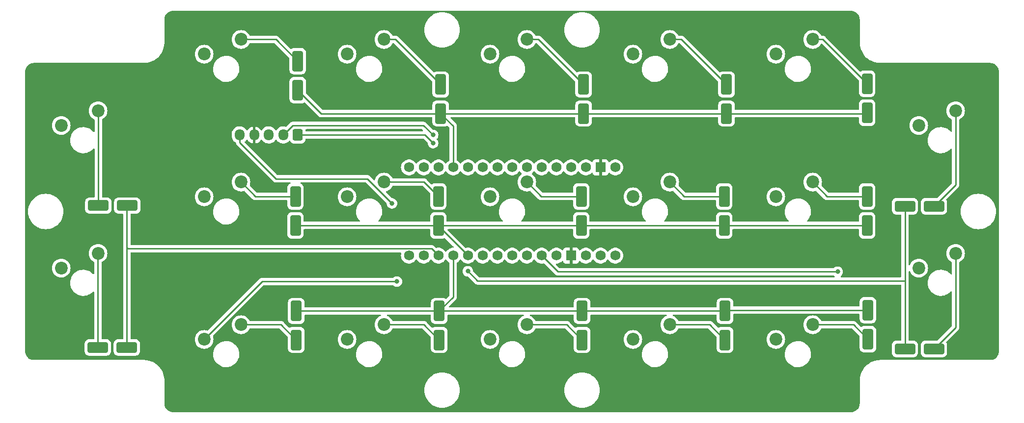
<source format=gbl>
%TF.GenerationSoftware,KiCad,Pcbnew,7.0.6*%
%TF.CreationDate,2024-03-02T19:57:59+01:00*%
%TF.ProjectId,Main_board,4d61696e-5f62-46f6-9172-642e6b696361,1.0.2*%
%TF.SameCoordinates,Original*%
%TF.FileFunction,Copper,L2,Bot*%
%TF.FilePolarity,Positive*%
%FSLAX46Y46*%
G04 Gerber Fmt 4.6, Leading zero omitted, Abs format (unit mm)*
G04 Created by KiCad (PCBNEW 7.0.6) date 2024-03-02 19:57:59*
%MOMM*%
%LPD*%
G01*
G04 APERTURE LIST*
G04 Aperture macros list*
%AMRoundRect*
0 Rectangle with rounded corners*
0 $1 Rounding radius*
0 $2 $3 $4 $5 $6 $7 $8 $9 X,Y pos of 4 corners*
0 Add a 4 corners polygon primitive as box body*
4,1,4,$2,$3,$4,$5,$6,$7,$8,$9,$2,$3,0*
0 Add four circle primitives for the rounded corners*
1,1,$1+$1,$2,$3*
1,1,$1+$1,$4,$5*
1,1,$1+$1,$6,$7*
1,1,$1+$1,$8,$9*
0 Add four rect primitives between the rounded corners*
20,1,$1+$1,$2,$3,$4,$5,0*
20,1,$1+$1,$4,$5,$6,$7,0*
20,1,$1+$1,$6,$7,$8,$9,0*
20,1,$1+$1,$8,$9,$2,$3,0*%
G04 Aperture macros list end*
%TA.AperFunction,ComponentPad*%
%ADD10C,2.200000*%
%TD*%
%TA.AperFunction,SMDPad,CuDef*%
%ADD11RoundRect,0.250000X0.650000X-1.500000X0.650000X1.500000X-0.650000X1.500000X-0.650000X-1.500000X0*%
%TD*%
%TA.AperFunction,SMDPad,CuDef*%
%ADD12RoundRect,0.250000X-0.650000X1.500000X-0.650000X-1.500000X0.650000X-1.500000X0.650000X1.500000X0*%
%TD*%
%TA.AperFunction,ComponentPad*%
%ADD13C,1.727200*%
%TD*%
%TA.AperFunction,ComponentPad*%
%ADD14R,1.727200X1.727200*%
%TD*%
%TA.AperFunction,ComponentPad*%
%ADD15RoundRect,0.250000X0.600000X0.725000X-0.600000X0.725000X-0.600000X-0.725000X0.600000X-0.725000X0*%
%TD*%
%TA.AperFunction,ComponentPad*%
%ADD16O,1.700000X1.950000*%
%TD*%
%TA.AperFunction,SMDPad,CuDef*%
%ADD17RoundRect,0.250000X-1.500000X-0.650000X1.500000X-0.650000X1.500000X0.650000X-1.500000X0.650000X0*%
%TD*%
%TA.AperFunction,SMDPad,CuDef*%
%ADD18RoundRect,0.250000X1.500000X0.650000X-1.500000X0.650000X-1.500000X-0.650000X1.500000X-0.650000X0*%
%TD*%
%TA.AperFunction,ViaPad*%
%ADD19C,0.800000*%
%TD*%
%TA.AperFunction,Conductor*%
%ADD20C,0.250000*%
%TD*%
G04 APERTURE END LIST*
D10*
%TO.P,SW13,1,1*%
%TO.N,Net-(D13-A)*%
X241808000Y-140589000D03*
%TO.P,SW13,2,2*%
%TO.N,X3*%
X235458000Y-143129000D03*
%TD*%
%TO.P,SW8,1,1*%
%TO.N,Net-(D8-A)*%
X143256000Y-152908000D03*
%TO.P,SW8,2,2*%
%TO.N,X1*%
X136906000Y-155448000D03*
%TD*%
%TO.P,SW4,1,1*%
%TO.N,Net-(D4-A)*%
X143256000Y-128270000D03*
%TO.P,SW4,2,2*%
%TO.N,X0*%
X136906000Y-130810000D03*
%TD*%
%TO.P,SW9,1,1*%
%TO.N,Net-(D9-A)*%
X217170000Y-115951000D03*
%TO.P,SW9,2,2*%
%TO.N,X2*%
X210820000Y-118491000D03*
%TD*%
%TO.P,SW2,1,1*%
%TO.N,Net-(D2-A)*%
X167894000Y-140589000D03*
%TO.P,SW2,2,2*%
%TO.N,X0*%
X161544000Y-143129000D03*
%TD*%
%TO.P,SW17,1,1*%
%TO.N,Net-(D17-A)*%
X266446000Y-140589000D03*
%TO.P,SW17,2,2*%
%TO.N,X4*%
X260096000Y-143129000D03*
%TD*%
%TO.P,SW6,1,1*%
%TO.N,Net-(D6-A)*%
X192532000Y-140589000D03*
%TO.P,SW6,2,2*%
%TO.N,X1*%
X186182000Y-143129000D03*
%TD*%
%TO.P,SW16,1,1*%
%TO.N,Net-(D16-A)*%
X266446000Y-115951000D03*
%TO.P,SW16,2,2*%
%TO.N,X4*%
X260096000Y-118491000D03*
%TD*%
%TO.P,SW18,1,1*%
%TO.N,Net-(D18-A)*%
X266446000Y-165227000D03*
%TO.P,SW18,2,2*%
%TO.N,X4*%
X260096000Y-167767000D03*
%TD*%
%TO.P,SW10,1,1*%
%TO.N,Net-(D10-A)*%
X217170000Y-140589000D03*
%TO.P,SW10,2,2*%
%TO.N,X2*%
X210820000Y-143129000D03*
%TD*%
%TO.P,SW12,1,1*%
%TO.N,Net-(D12-A)*%
X241808000Y-115951000D03*
%TO.P,SW12,2,2*%
%TO.N,X3*%
X235458000Y-118491000D03*
%TD*%
%TO.P,SW11,1,1*%
%TO.N,Net-(D11-A)*%
X217170000Y-165227000D03*
%TO.P,SW11,2,2*%
%TO.N,X2*%
X210820000Y-167767000D03*
%TD*%
%TO.P,SW5,1,1*%
%TO.N,Net-(D5-A)*%
X192532000Y-115951000D03*
%TO.P,SW5,2,2*%
%TO.N,X1*%
X186182000Y-118491000D03*
%TD*%
%TO.P,SW7,1,1*%
%TO.N,Net-(D7-A)*%
X192532000Y-165227000D03*
%TO.P,SW7,2,2*%
%TO.N,X1*%
X186182000Y-167767000D03*
%TD*%
%TO.P,SW15,1,1*%
%TO.N,Net-(D15-A)*%
X291084000Y-152908000D03*
%TO.P,SW15,2,2*%
%TO.N,X3*%
X284734000Y-155448000D03*
%TD*%
%TO.P,SW1,1,1*%
%TO.N,Net-(D1-A)*%
X167894000Y-115951000D03*
%TO.P,SW1,2,2*%
%TO.N,X0*%
X161544000Y-118491000D03*
%TD*%
%TO.P,SW3,1,1*%
%TO.N,Net-(D3-A)*%
X167894000Y-165227000D03*
%TO.P,SW3,2,2*%
%TO.N,X0*%
X161544000Y-167767000D03*
%TD*%
%TO.P,SW19,1,1*%
%TO.N,Net-(D19-A)*%
X291084000Y-128270000D03*
%TO.P,SW19,2,2*%
%TO.N,X4*%
X284734000Y-130810000D03*
%TD*%
%TO.P,SW14,1,1*%
%TO.N,Net-(D14-A)*%
X241808000Y-165227000D03*
%TO.P,SW14,2,2*%
%TO.N,X3*%
X235458000Y-167767000D03*
%TD*%
D11*
%TO.P,D5,1,K*%
%TO.N,Y0*%
X202311000Y-128738000D03*
%TO.P,D5,2,A*%
%TO.N,Net-(D5-A)*%
X202311000Y-123738000D03*
%TD*%
D12*
%TO.P,D14,1,K*%
%TO.N,Y2*%
X251333000Y-162854000D03*
%TO.P,D14,2,A*%
%TO.N,Net-(D14-A)*%
X251333000Y-167854000D03*
%TD*%
D11*
%TO.P,D17,1,K*%
%TO.N,Y1*%
X275844000Y-148082000D03*
%TO.P,D17,2,A*%
%TO.N,Net-(D17-A)*%
X275844000Y-143082000D03*
%TD*%
D12*
%TO.P,D11,1,K*%
%TO.N,Y2*%
X226695000Y-162854000D03*
%TO.P,D11,2,A*%
%TO.N,Net-(D11-A)*%
X226695000Y-167854000D03*
%TD*%
D13*
%TO.P,A1,3V3,3.3V*%
%TO.N,+3.3V*%
X199390000Y-138049000D03*
%TO.P,A1,5V,5V*%
%TO.N,+5V*%
X224790000Y-138049000D03*
%TO.P,A1,A0,A0*%
%TO.N,Y0*%
X204470000Y-138049000D03*
%TO.P,A1,A1,A1*%
%TO.N,unconnected-(A1-PadA1)*%
X207010000Y-138049000D03*
%TO.P,A1,A2,A2*%
%TO.N,unconnected-(A1-PadA2)*%
X209550000Y-138049000D03*
%TO.P,A1,A3,A3*%
%TO.N,unconnected-(A1-PadA3)*%
X212090000Y-138049000D03*
%TO.P,A1,A4,A4/SDA*%
%TO.N,SDA*%
X214630000Y-138049000D03*
%TO.P,A1,A5,A5/SCL*%
%TO.N,SCL*%
X217170000Y-138049000D03*
%TO.P,A1,A6,A6*%
%TO.N,unconnected-(A1-PadA6)*%
X219710000Y-138049000D03*
%TO.P,A1,A7,A7*%
%TO.N,unconnected-(A1-PadA7)*%
X222250000Y-138049000D03*
%TO.P,A1,AREF,AREF*%
%TO.N,unconnected-(A1-PadAREF)*%
X201930000Y-138049000D03*
%TO.P,A1,D0,D0/RX*%
%TO.N,unconnected-(A1-D0{slash}RX-PadD0)*%
X229870000Y-153289000D03*
%TO.P,A1,D1,D1/TX*%
%TO.N,unconnected-(A1-D1{slash}TX-PadD1)*%
X232410000Y-153289000D03*
%TO.P,A1,D2,D2_INT0*%
%TO.N,X4*%
X222250000Y-153289000D03*
%TO.P,A1,D3,D3_INT1*%
%TO.N,X3*%
X219710000Y-153289000D03*
%TO.P,A1,D4,D4*%
%TO.N,X2*%
X217170000Y-153289000D03*
%TO.P,A1,D5,D5*%
%TO.N,PWM*%
X214630000Y-153289000D03*
%TO.P,A1,D6,D6*%
%TO.N,X1*%
X212090000Y-153289000D03*
%TO.P,A1,D7,D7*%
%TO.N,X0*%
X209550000Y-153289000D03*
%TO.P,A1,D8,D8*%
%TO.N,Y1*%
X207010000Y-153289000D03*
%TO.P,A1,D9,D9*%
%TO.N,Y2*%
X204470000Y-153289000D03*
%TO.P,A1,D10,D10*%
%TO.N,Y3*%
X201930000Y-153289000D03*
%TO.P,A1,D11,D11_MOSI*%
%TO.N,MOSI*%
X199390000Y-153289000D03*
%TO.P,A1,D12,D12_MISO*%
%TO.N,MISO*%
X196850000Y-153289000D03*
%TO.P,A1,D13,D13_SCK*%
%TO.N,SCK*%
X196850000Y-138049000D03*
D14*
%TO.P,A1,GND1,GND*%
%TO.N,GND*%
X224790000Y-153289000D03*
%TO.P,A1,GND2,GND*%
X229870000Y-138049000D03*
D13*
%TO.P,A1,RST1,RESET*%
%TO.N,unconnected-(A1-RESET-PadRST1)*%
X227330000Y-153289000D03*
%TO.P,A1,RST2,RESET*%
%TO.N,unconnected-(A1-RESET-PadRST2)*%
X227330000Y-138049000D03*
%TO.P,A1,VIN,VIN*%
%TO.N,unconnected-(A1-PadVIN)*%
X232410000Y-138049000D03*
%TD*%
D12*
%TO.P,D7,1,K*%
%TO.N,Y2*%
X202057000Y-162854000D03*
%TO.P,D7,2,A*%
%TO.N,Net-(D7-A)*%
X202057000Y-167854000D03*
%TD*%
D11*
%TO.P,D16,1,K*%
%TO.N,Y0*%
X275844000Y-128611000D03*
%TO.P,D16,2,A*%
%TO.N,Net-(D16-A)*%
X275844000Y-123611000D03*
%TD*%
%TO.P,D10,1,K*%
%TO.N,Y1*%
X226568000Y-148082000D03*
%TO.P,D10,2,A*%
%TO.N,Net-(D10-A)*%
X226568000Y-143082000D03*
%TD*%
D12*
%TO.P,D3,1,K*%
%TO.N,Y2*%
X177419000Y-162854000D03*
%TO.P,D3,2,A*%
%TO.N,Net-(D3-A)*%
X177419000Y-167854000D03*
%TD*%
D11*
%TO.P,D12,1,K*%
%TO.N,Y0*%
X251587000Y-128738000D03*
%TO.P,D12,2,A*%
%TO.N,Net-(D12-A)*%
X251587000Y-123738000D03*
%TD*%
%TO.P,D9,1,K*%
%TO.N,Y0*%
X226949000Y-128738000D03*
%TO.P,D9,2,A*%
%TO.N,Net-(D9-A)*%
X226949000Y-123738000D03*
%TD*%
%TO.P,D13,1,K*%
%TO.N,Y1*%
X251206000Y-148082000D03*
%TO.P,D13,2,A*%
%TO.N,Net-(D13-A)*%
X251206000Y-143082000D03*
%TD*%
D15*
%TO.P,J1,1,Pin_1*%
%TO.N,SDA*%
X177673000Y-132444000D03*
D16*
%TO.P,J1,2,Pin_2*%
%TO.N,SCL*%
X175173000Y-132444000D03*
%TO.P,J1,3,Pin_3*%
%TO.N,+5V*%
X172673000Y-132444000D03*
%TO.P,J1,4,Pin_4*%
%TO.N,GND*%
X170173000Y-132444000D03*
%TO.P,J1,5,Pin_5*%
%TO.N,PWM*%
X167673000Y-132444000D03*
%TD*%
D11*
%TO.P,D6,1,K*%
%TO.N,Y1*%
X201930000Y-148082000D03*
%TO.P,D6,2,A*%
%TO.N,Net-(D6-A)*%
X201930000Y-143082000D03*
%TD*%
D17*
%TO.P,D15,1,K*%
%TO.N,Y3*%
X282361000Y-169418000D03*
%TO.P,D15,2,A*%
%TO.N,Net-(D15-A)*%
X287361000Y-169418000D03*
%TD*%
D18*
%TO.P,D4,1,K*%
%TO.N,Y3*%
X148296000Y-144653000D03*
%TO.P,D4,2,A*%
%TO.N,Net-(D4-A)*%
X143296000Y-144653000D03*
%TD*%
D11*
%TO.P,D2,1,K*%
%TO.N,Y1*%
X177292000Y-148082000D03*
%TO.P,D2,2,A*%
%TO.N,Net-(D2-A)*%
X177292000Y-143082000D03*
%TD*%
D18*
%TO.P,D8,1,K*%
%TO.N,Y3*%
X148209000Y-169164000D03*
%TO.P,D8,2,A*%
%TO.N,Net-(D8-A)*%
X143209000Y-169164000D03*
%TD*%
D17*
%TO.P,D19,1,K*%
%TO.N,Y3*%
X282361000Y-144780000D03*
%TO.P,D19,2,A*%
%TO.N,Net-(D19-A)*%
X287361000Y-144780000D03*
%TD*%
D11*
%TO.P,D1,1,K*%
%TO.N,Y0*%
X177673000Y-124714000D03*
%TO.P,D1,2,A*%
%TO.N,Net-(D1-A)*%
X177673000Y-119714000D03*
%TD*%
D12*
%TO.P,D18,1,K*%
%TO.N,Y2*%
X275971000Y-162727000D03*
%TO.P,D18,2,A*%
%TO.N,Net-(D18-A)*%
X275971000Y-167727000D03*
%TD*%
D19*
%TO.N,Y3*%
X207010000Y-155981400D03*
%TO.N,SDA*%
X201015600Y-133858000D03*
%TO.N,SCL*%
X201015600Y-132461000D03*
%TO.N,PWM*%
X193929000Y-144272000D03*
%TO.N,X0*%
X194767200Y-157759400D03*
%TO.N,X3*%
X270764000Y-156083000D03*
%TD*%
D20*
%TO.N,Y0*%
X226949000Y-128738000D02*
X251587000Y-128738000D01*
X251587000Y-128738000D02*
X275717000Y-128738000D01*
X204470000Y-130897000D02*
X202311000Y-128738000D01*
X204470000Y-138049000D02*
X204470000Y-130897000D01*
X181697000Y-128738000D02*
X202311000Y-128738000D01*
X275717000Y-128738000D02*
X275844000Y-128611000D01*
X177673000Y-124714000D02*
X181697000Y-128738000D01*
X202311000Y-128738000D02*
X226949000Y-128738000D01*
%TO.N,Net-(D1-A)*%
X173910000Y-115951000D02*
X167894000Y-115951000D01*
X177673000Y-119714000D02*
X173910000Y-115951000D01*
%TO.N,Net-(D2-A)*%
X177292000Y-143082000D02*
X170387000Y-143082000D01*
X170387000Y-143082000D02*
X167894000Y-140589000D01*
%TO.N,Net-(D3-A)*%
X167894000Y-165227000D02*
X174792000Y-165227000D01*
X174792000Y-165227000D02*
X177419000Y-167854000D01*
%TO.N,Net-(D4-A)*%
X143296000Y-144653000D02*
X143296000Y-128310000D01*
X143296000Y-128310000D02*
X143256000Y-128270000D01*
%TO.N,Net-(D5-A)*%
X202311000Y-123738000D02*
X194524000Y-115951000D01*
X194524000Y-115951000D02*
X192532000Y-115951000D01*
%TO.N,Y1*%
X251206000Y-148082000D02*
X226568000Y-148082000D01*
X226568000Y-148082000D02*
X201930000Y-148082000D01*
X275844000Y-148082000D02*
X251206000Y-148082000D01*
X207010000Y-153289000D02*
X201930000Y-148209000D01*
X201930000Y-148209000D02*
X201930000Y-148082000D01*
X201930000Y-148082000D02*
X177292000Y-148082000D01*
%TO.N,Net-(D6-A)*%
X201930000Y-143082000D02*
X199437000Y-140589000D01*
X199437000Y-140589000D02*
X192532000Y-140589000D01*
%TO.N,Net-(D7-A)*%
X192532000Y-165227000D02*
X199430000Y-165227000D01*
X199430000Y-165227000D02*
X202057000Y-167854000D01*
%TO.N,Net-(D8-A)*%
X143209000Y-169164000D02*
X143209000Y-152955000D01*
X143209000Y-152955000D02*
X143256000Y-152908000D01*
%TO.N,Net-(D9-A)*%
X226949000Y-123738000D02*
X219162000Y-115951000D01*
X219162000Y-115951000D02*
X217170000Y-115951000D01*
%TO.N,Net-(D10-A)*%
X219663000Y-143082000D02*
X217170000Y-140589000D01*
X226568000Y-143082000D02*
X219663000Y-143082000D01*
%TO.N,Y2*%
X226695000Y-162854000D02*
X251333000Y-162854000D01*
X204470000Y-153289000D02*
X204470000Y-160441000D01*
X251460000Y-162727000D02*
X251333000Y-162854000D01*
X275971000Y-162727000D02*
X251460000Y-162727000D01*
X202057000Y-162854000D02*
X226695000Y-162854000D01*
X204470000Y-160441000D02*
X202057000Y-162854000D01*
X177419000Y-162854000D02*
X202057000Y-162854000D01*
%TO.N,Net-(D11-A)*%
X224068000Y-165227000D02*
X226695000Y-167854000D01*
X217170000Y-165227000D02*
X224068000Y-165227000D01*
%TO.N,Net-(D12-A)*%
X251587000Y-123738000D02*
X243800000Y-115951000D01*
X243800000Y-115951000D02*
X241808000Y-115951000D01*
%TO.N,Net-(D13-A)*%
X244301000Y-143082000D02*
X241808000Y-140589000D01*
X251206000Y-143082000D02*
X244301000Y-143082000D01*
%TO.N,Net-(D14-A)*%
X248706000Y-165227000D02*
X251333000Y-167854000D01*
X241808000Y-165227000D02*
X248706000Y-165227000D01*
%TO.N,Net-(D15-A)*%
X291084000Y-152908000D02*
X291084000Y-165695000D01*
X291084000Y-165695000D02*
X287361000Y-169418000D01*
%TO.N,Y3*%
X148417400Y-152100400D02*
X148209000Y-151892000D01*
X148209000Y-169164000D02*
X148209000Y-152019000D01*
X148209000Y-144740000D02*
X148296000Y-144653000D01*
X148209000Y-151892000D02*
X148209000Y-144740000D01*
X208686400Y-157657800D02*
X282361000Y-157657800D01*
X282361000Y-157657800D02*
X282361000Y-169418000D01*
X201930000Y-153289000D02*
X200741400Y-152100400D01*
X200741400Y-152100400D02*
X148417400Y-152100400D01*
X207010000Y-155981400D02*
X208686400Y-157657800D01*
X148209000Y-152019000D02*
X148209000Y-151892000D01*
X282361000Y-144780000D02*
X282361000Y-169418000D01*
%TO.N,Net-(D16-A)*%
X275844000Y-123611000D02*
X268184000Y-115951000D01*
X268184000Y-115951000D02*
X266446000Y-115951000D01*
%TO.N,Net-(D17-A)*%
X268939000Y-143082000D02*
X266446000Y-140589000D01*
X275844000Y-143082000D02*
X268939000Y-143082000D01*
%TO.N,Net-(D18-A)*%
X266446000Y-165227000D02*
X273471000Y-165227000D01*
X273471000Y-165227000D02*
X275971000Y-167727000D01*
%TO.N,Net-(D19-A)*%
X291084000Y-141057000D02*
X287361000Y-144780000D01*
X291084000Y-128270000D02*
X291084000Y-141057000D01*
%TO.N,SDA*%
X201015600Y-133858000D02*
X199601600Y-132444000D01*
X199601600Y-132444000D02*
X177673000Y-132444000D01*
%TO.N,SCL*%
X201015600Y-132461000D02*
X199364600Y-130810000D01*
X199364600Y-130810000D02*
X176807000Y-130810000D01*
X176807000Y-130810000D02*
X175173000Y-132444000D01*
%TO.N,PWM*%
X193929000Y-144272000D02*
X189655745Y-139998745D01*
X173907745Y-139998745D02*
X167673000Y-133764000D01*
X167673000Y-133764000D02*
X167673000Y-132444000D01*
X189655745Y-139998745D02*
X173907745Y-139998745D01*
%TO.N,X0*%
X171551600Y-157759400D02*
X161544000Y-167767000D01*
X194767200Y-157759400D02*
X171551600Y-157759400D01*
%TO.N,X3*%
X270764000Y-156083000D02*
X222504000Y-156083000D01*
X222504000Y-156083000D02*
X219710000Y-153289000D01*
%TD*%
%TA.AperFunction,Conductor*%
%TO.N,GND*%
G36*
X273052208Y-110998657D02*
G01*
X273257977Y-111013374D01*
X273275478Y-111015891D01*
X273470558Y-111058327D01*
X273487516Y-111063306D01*
X273674585Y-111133080D01*
X273690665Y-111140424D01*
X273865885Y-111236101D01*
X273880759Y-111245659D01*
X274040583Y-111365303D01*
X274053953Y-111376889D01*
X274195110Y-111518046D01*
X274206696Y-111531416D01*
X274326336Y-111691235D01*
X274335901Y-111706119D01*
X274431572Y-111881328D01*
X274438922Y-111897421D01*
X274508690Y-112084474D01*
X274513674Y-112101450D01*
X274556107Y-112296515D01*
X274558625Y-112314027D01*
X274573342Y-112519789D01*
X274573500Y-112524213D01*
X274573500Y-116633716D01*
X274607750Y-116981475D01*
X274675917Y-117324180D01*
X274675920Y-117324191D01*
X274777361Y-117658599D01*
X274911086Y-117981435D01*
X274911088Y-117981440D01*
X275075806Y-118289606D01*
X275075817Y-118289624D01*
X275269941Y-118580151D01*
X275269951Y-118580165D01*
X275491633Y-118850285D01*
X275738714Y-119097366D01*
X275738719Y-119097370D01*
X275738720Y-119097371D01*
X276008840Y-119319053D01*
X276067392Y-119358176D01*
X276299375Y-119513182D01*
X276299381Y-119513185D01*
X276299389Y-119513191D01*
X276299393Y-119513193D01*
X276607559Y-119677911D01*
X276607561Y-119677911D01*
X276607567Y-119677915D01*
X276804321Y-119759414D01*
X276930400Y-119811638D01*
X276930404Y-119811639D01*
X276930406Y-119811640D01*
X277264799Y-119913077D01*
X277264805Y-119913078D01*
X277264808Y-119913079D01*
X277264819Y-119913082D01*
X277607524Y-119981249D01*
X277955280Y-120015500D01*
X278080066Y-120015500D01*
X296958807Y-120015500D01*
X297050786Y-120015500D01*
X297055208Y-120015657D01*
X297260977Y-120030374D01*
X297278478Y-120032891D01*
X297473558Y-120075327D01*
X297490516Y-120080306D01*
X297677585Y-120150080D01*
X297693665Y-120157424D01*
X297868885Y-120253101D01*
X297883759Y-120262659D01*
X298017459Y-120362747D01*
X298043583Y-120382303D01*
X298056953Y-120393889D01*
X298198110Y-120535046D01*
X298209696Y-120548416D01*
X298290112Y-120655839D01*
X298329336Y-120708235D01*
X298338901Y-120723119D01*
X298434572Y-120898328D01*
X298441922Y-120914421D01*
X298511690Y-121101474D01*
X298516674Y-121118450D01*
X298559107Y-121313515D01*
X298561625Y-121331027D01*
X298572245Y-121479501D01*
X298576338Y-121536740D01*
X298576342Y-121536788D01*
X298576500Y-121541212D01*
X298576500Y-169796786D01*
X298576342Y-169801210D01*
X298561625Y-170006972D01*
X298559107Y-170024484D01*
X298516674Y-170219549D01*
X298511690Y-170236525D01*
X298441922Y-170423578D01*
X298434572Y-170439671D01*
X298338901Y-170614880D01*
X298329336Y-170629764D01*
X298209696Y-170789583D01*
X298198110Y-170802953D01*
X298056953Y-170944110D01*
X298043583Y-170955696D01*
X297883764Y-171075336D01*
X297868880Y-171084901D01*
X297693671Y-171180572D01*
X297677578Y-171187922D01*
X297490525Y-171257690D01*
X297473549Y-171262674D01*
X297278484Y-171305107D01*
X297260972Y-171307625D01*
X297074274Y-171320978D01*
X297055208Y-171322342D01*
X297050786Y-171322500D01*
X278224193Y-171322500D01*
X278130000Y-171322500D01*
X277955280Y-171322500D01*
X277875965Y-171330311D01*
X277607524Y-171356750D01*
X277264819Y-171424917D01*
X277264808Y-171424920D01*
X276930400Y-171526361D01*
X276607564Y-171660086D01*
X276607559Y-171660088D01*
X276299393Y-171824806D01*
X276299375Y-171824817D01*
X276008848Y-172018941D01*
X276008834Y-172018951D01*
X275738714Y-172240633D01*
X275491633Y-172487714D01*
X275269951Y-172757834D01*
X275269941Y-172757848D01*
X275075817Y-173048375D01*
X275075806Y-173048393D01*
X274911088Y-173356559D01*
X274911086Y-173356564D01*
X274777361Y-173679400D01*
X274675920Y-174013808D01*
X274675917Y-174013819D01*
X274607750Y-174356524D01*
X274573500Y-174704283D01*
X274573500Y-178813786D01*
X274573342Y-178818210D01*
X274558625Y-179023972D01*
X274556107Y-179041484D01*
X274513674Y-179236549D01*
X274508690Y-179253525D01*
X274438922Y-179440578D01*
X274431572Y-179456671D01*
X274335901Y-179631880D01*
X274326336Y-179646764D01*
X274206696Y-179806583D01*
X274195110Y-179819953D01*
X274053953Y-179961110D01*
X274040583Y-179972696D01*
X273880764Y-180092336D01*
X273865880Y-180101901D01*
X273690671Y-180197572D01*
X273674578Y-180204922D01*
X273487525Y-180274690D01*
X273470549Y-180279674D01*
X273275484Y-180322107D01*
X273257972Y-180324625D01*
X273071274Y-180337978D01*
X273052208Y-180339342D01*
X273047786Y-180339500D01*
X156212214Y-180339500D01*
X156207791Y-180339342D01*
X156186433Y-180337814D01*
X156002027Y-180324625D01*
X155984515Y-180322107D01*
X155789450Y-180279674D01*
X155772474Y-180274690D01*
X155585421Y-180204922D01*
X155569328Y-180197572D01*
X155394119Y-180101901D01*
X155379235Y-180092336D01*
X155219416Y-179972696D01*
X155206046Y-179961110D01*
X155064889Y-179819953D01*
X155053303Y-179806583D01*
X154933659Y-179646759D01*
X154924101Y-179631885D01*
X154828424Y-179456665D01*
X154821080Y-179440585D01*
X154751306Y-179253516D01*
X154746327Y-179236558D01*
X154703891Y-179041478D01*
X154701374Y-179023972D01*
X154693735Y-178917168D01*
X154686657Y-178818208D01*
X154686500Y-178813786D01*
X154686500Y-176530000D01*
X199511697Y-176530000D01*
X199530895Y-176871856D01*
X199530897Y-176871868D01*
X199588249Y-177209420D01*
X199588251Y-177209429D01*
X199683036Y-177538436D01*
X199814065Y-177854772D01*
X199814067Y-177854776D01*
X199814069Y-177854779D01*
X199979694Y-178154455D01*
X200177832Y-178433703D01*
X200405989Y-178689011D01*
X200661297Y-178917168D01*
X200940545Y-179115306D01*
X201159918Y-179236549D01*
X201240223Y-179280932D01*
X201240227Y-179280934D01*
X201342904Y-179323463D01*
X201556558Y-179411962D01*
X201885576Y-179506750D01*
X202223139Y-179564104D01*
X202565000Y-179583303D01*
X202906861Y-179564104D01*
X203244424Y-179506750D01*
X203573442Y-179411962D01*
X203889779Y-179280931D01*
X204189455Y-179115306D01*
X204468703Y-178917168D01*
X204724011Y-178689011D01*
X204952168Y-178433703D01*
X205150306Y-178154455D01*
X205315931Y-177854779D01*
X205446962Y-177538442D01*
X205541750Y-177209424D01*
X205599104Y-176871861D01*
X205618303Y-176530000D01*
X205618303Y-176529999D01*
X223641697Y-176529999D01*
X223660895Y-176871856D01*
X223660897Y-176871868D01*
X223718249Y-177209420D01*
X223718251Y-177209429D01*
X223813036Y-177538436D01*
X223944065Y-177854772D01*
X223944067Y-177854776D01*
X223944069Y-177854779D01*
X224109694Y-178154455D01*
X224307832Y-178433703D01*
X224535989Y-178689011D01*
X224791297Y-178917168D01*
X225070545Y-179115306D01*
X225289918Y-179236549D01*
X225370223Y-179280932D01*
X225370227Y-179280934D01*
X225472904Y-179323463D01*
X225686558Y-179411962D01*
X226015576Y-179506750D01*
X226353139Y-179564104D01*
X226695000Y-179583303D01*
X227036861Y-179564104D01*
X227374424Y-179506750D01*
X227703442Y-179411962D01*
X228019779Y-179280931D01*
X228319455Y-179115306D01*
X228598703Y-178917168D01*
X228854011Y-178689011D01*
X229082168Y-178433703D01*
X229280306Y-178154455D01*
X229445931Y-177854779D01*
X229576962Y-177538442D01*
X229671750Y-177209424D01*
X229729104Y-176871861D01*
X229748303Y-176530000D01*
X229729104Y-176188139D01*
X229671750Y-175850576D01*
X229576962Y-175521558D01*
X229488463Y-175307904D01*
X229445934Y-175205227D01*
X229445932Y-175205223D01*
X229280304Y-174905542D01*
X229082168Y-174626297D01*
X229082168Y-174626296D01*
X228854011Y-174370989D01*
X228598703Y-174142832D01*
X228475387Y-174055334D01*
X228319457Y-173944695D01*
X228019776Y-173779067D01*
X228019772Y-173779065D01*
X227779171Y-173679406D01*
X227703442Y-173648038D01*
X227703438Y-173648036D01*
X227703436Y-173648036D01*
X227374429Y-173553251D01*
X227374420Y-173553249D01*
X227036868Y-173495897D01*
X227036856Y-173495895D01*
X226719760Y-173478087D01*
X226695000Y-173476697D01*
X226694999Y-173476697D01*
X226353143Y-173495895D01*
X226353131Y-173495897D01*
X226015579Y-173553249D01*
X226015570Y-173553251D01*
X225686563Y-173648036D01*
X225370227Y-173779065D01*
X225370223Y-173779067D01*
X225070542Y-173944695D01*
X224791297Y-174142831D01*
X224535989Y-174370989D01*
X224307831Y-174626297D01*
X224109695Y-174905542D01*
X223944067Y-175205223D01*
X223944065Y-175205227D01*
X223813036Y-175521563D01*
X223718251Y-175850570D01*
X223718249Y-175850579D01*
X223660897Y-176188131D01*
X223660895Y-176188143D01*
X223641697Y-176529999D01*
X205618303Y-176529999D01*
X205599104Y-176188139D01*
X205541750Y-175850576D01*
X205446962Y-175521558D01*
X205358463Y-175307904D01*
X205315934Y-175205227D01*
X205315932Y-175205223D01*
X205150304Y-174905542D01*
X204952168Y-174626297D01*
X204952167Y-174626296D01*
X204724011Y-174370989D01*
X204468703Y-174142832D01*
X204345387Y-174055334D01*
X204189457Y-173944695D01*
X203889776Y-173779067D01*
X203889772Y-173779065D01*
X203649171Y-173679406D01*
X203573442Y-173648038D01*
X203573438Y-173648036D01*
X203573436Y-173648036D01*
X203244429Y-173553251D01*
X203244420Y-173553249D01*
X202906868Y-173495897D01*
X202906856Y-173495895D01*
X202589760Y-173478087D01*
X202565000Y-173476697D01*
X202564999Y-173476697D01*
X202223143Y-173495895D01*
X202223131Y-173495897D01*
X201885579Y-173553249D01*
X201885570Y-173553251D01*
X201556563Y-173648036D01*
X201240227Y-173779065D01*
X201240223Y-173779067D01*
X200940542Y-173944695D01*
X200661297Y-174142831D01*
X200405989Y-174370989D01*
X200177831Y-174626297D01*
X199979695Y-174905542D01*
X199814067Y-175205223D01*
X199814065Y-175205227D01*
X199683036Y-175521563D01*
X199588251Y-175850570D01*
X199588249Y-175850579D01*
X199530897Y-176188131D01*
X199530895Y-176188143D01*
X199511697Y-176530000D01*
X154686500Y-176530000D01*
X154686500Y-174704283D01*
X154652249Y-174356524D01*
X154584082Y-174013819D01*
X154584079Y-174013808D01*
X154584078Y-174013805D01*
X154584077Y-174013799D01*
X154482640Y-173679406D01*
X154348915Y-173356567D01*
X154184191Y-173048389D01*
X153990053Y-172757840D01*
X153768371Y-172487720D01*
X153768370Y-172487719D01*
X153768366Y-172487714D01*
X153521285Y-172240633D01*
X153251165Y-172018951D01*
X153251164Y-172018950D01*
X153251160Y-172018947D01*
X153192607Y-171979823D01*
X152960624Y-171824817D01*
X152960606Y-171824806D01*
X152652440Y-171660088D01*
X152652435Y-171660086D01*
X152615867Y-171644939D01*
X152578863Y-171629611D01*
X152329599Y-171526361D01*
X151995191Y-171424920D01*
X151995180Y-171424917D01*
X151652475Y-171356750D01*
X151390560Y-171330954D01*
X151304720Y-171322500D01*
X151304717Y-171322500D01*
X132209214Y-171322500D01*
X132204791Y-171322342D01*
X132183433Y-171320814D01*
X131999027Y-171307625D01*
X131981515Y-171305107D01*
X131786450Y-171262674D01*
X131769474Y-171257690D01*
X131582421Y-171187922D01*
X131566328Y-171180572D01*
X131391119Y-171084901D01*
X131376235Y-171075336D01*
X131216416Y-170955696D01*
X131203046Y-170944110D01*
X131061889Y-170802953D01*
X131050303Y-170789583D01*
X130930659Y-170629759D01*
X130921101Y-170614885D01*
X130825424Y-170439665D01*
X130818080Y-170423585D01*
X130748306Y-170236516D01*
X130743327Y-170219558D01*
X130700891Y-170024478D01*
X130698374Y-170006972D01*
X130696838Y-169985500D01*
X130683657Y-169801208D01*
X130683500Y-169796786D01*
X130683500Y-169704807D01*
X130683500Y-158063373D01*
X138461723Y-158063373D01*
X138491881Y-158363160D01*
X138491882Y-158363162D01*
X138561728Y-158656252D01*
X138561733Y-158656266D01*
X138670020Y-158937427D01*
X138670024Y-158937436D01*
X138814825Y-159201665D01*
X138814829Y-159201671D01*
X138989009Y-159438070D01*
X138993554Y-159444238D01*
X138993561Y-159444245D01*
X139203019Y-159660823D01*
X139439478Y-159847553D01*
X139439480Y-159847554D01*
X139439485Y-159847558D01*
X139698730Y-160001109D01*
X139976128Y-160118736D01*
X140266729Y-160198340D01*
X140565347Y-160238500D01*
X140565351Y-160238500D01*
X140791252Y-160238500D01*
X140955163Y-160227526D01*
X141016634Y-160223412D01*
X141311903Y-160163396D01*
X141596537Y-160064560D01*
X141865459Y-159928668D01*
X142113869Y-159758144D01*
X142337333Y-159556032D01*
X142356808Y-159532996D01*
X142415120Y-159494512D01*
X142484985Y-159493662D01*
X142544218Y-159530718D01*
X142574014Y-159593916D01*
X142575500Y-159613055D01*
X142575500Y-167631500D01*
X142555815Y-167698539D01*
X142503011Y-167744294D01*
X142451500Y-167755500D01*
X141658462Y-167755500D01*
X141658446Y-167755501D01*
X141554572Y-167766113D01*
X141386264Y-167821884D01*
X141386259Y-167821886D01*
X141235346Y-167914971D01*
X141109971Y-168040346D01*
X141016886Y-168191259D01*
X141016884Y-168191264D01*
X140961113Y-168359572D01*
X140950500Y-168463447D01*
X140950500Y-169864537D01*
X140950501Y-169864553D01*
X140961113Y-169968427D01*
X140979688Y-170024484D01*
X141016885Y-170136738D01*
X141109970Y-170287652D01*
X141235348Y-170413030D01*
X141386262Y-170506115D01*
X141554574Y-170561887D01*
X141658455Y-170572500D01*
X144759544Y-170572499D01*
X144863426Y-170561887D01*
X145031738Y-170506115D01*
X145182652Y-170413030D01*
X145308030Y-170287652D01*
X145401115Y-170136738D01*
X145456887Y-169968426D01*
X145467500Y-169864545D01*
X145467500Y-169864537D01*
X145950500Y-169864537D01*
X145950501Y-169864553D01*
X145961113Y-169968427D01*
X145979688Y-170024484D01*
X146016885Y-170136738D01*
X146109970Y-170287652D01*
X146235348Y-170413030D01*
X146386262Y-170506115D01*
X146554574Y-170561887D01*
X146658455Y-170572500D01*
X149759544Y-170572499D01*
X149863426Y-170561887D01*
X150031738Y-170506115D01*
X150182652Y-170413030D01*
X150213309Y-170382373D01*
X163099723Y-170382373D01*
X163129881Y-170682160D01*
X163129882Y-170682162D01*
X163199728Y-170975252D01*
X163199733Y-170975266D01*
X163308020Y-171256427D01*
X163308024Y-171256436D01*
X163452825Y-171520665D01*
X163452829Y-171520671D01*
X163631551Y-171763234D01*
X163631554Y-171763238D01*
X163631561Y-171763245D01*
X163841019Y-171979823D01*
X164077478Y-172166553D01*
X164077480Y-172166554D01*
X164077485Y-172166558D01*
X164336730Y-172320109D01*
X164614128Y-172437736D01*
X164904729Y-172517340D01*
X165203347Y-172557500D01*
X165203351Y-172557500D01*
X165429252Y-172557500D01*
X165593164Y-172546526D01*
X165654634Y-172542412D01*
X165949903Y-172482396D01*
X166234537Y-172383560D01*
X166503459Y-172247668D01*
X166751869Y-172077144D01*
X166975333Y-171875032D01*
X167169865Y-171644939D01*
X167331993Y-171390970D01*
X167458823Y-171117658D01*
X167548093Y-170829879D01*
X167598209Y-170532770D01*
X167603237Y-170382373D01*
X187737723Y-170382373D01*
X187767881Y-170682160D01*
X187767882Y-170682162D01*
X187837728Y-170975252D01*
X187837733Y-170975266D01*
X187946020Y-171256427D01*
X187946024Y-171256436D01*
X188090825Y-171520665D01*
X188090829Y-171520671D01*
X188269551Y-171763234D01*
X188269554Y-171763238D01*
X188269561Y-171763245D01*
X188479019Y-171979823D01*
X188715478Y-172166553D01*
X188715480Y-172166554D01*
X188715485Y-172166558D01*
X188974730Y-172320109D01*
X189252128Y-172437736D01*
X189542729Y-172517340D01*
X189841347Y-172557500D01*
X189841351Y-172557500D01*
X190067252Y-172557500D01*
X190231164Y-172546526D01*
X190292634Y-172542412D01*
X190587903Y-172482396D01*
X190872537Y-172383560D01*
X191141459Y-172247668D01*
X191389869Y-172077144D01*
X191613333Y-171875032D01*
X191807865Y-171644939D01*
X191969993Y-171390970D01*
X192096823Y-171117658D01*
X192186093Y-170829879D01*
X192236209Y-170532770D01*
X192241237Y-170382373D01*
X212375723Y-170382373D01*
X212405881Y-170682160D01*
X212405882Y-170682162D01*
X212475728Y-170975252D01*
X212475733Y-170975266D01*
X212584020Y-171256427D01*
X212584024Y-171256436D01*
X212728825Y-171520665D01*
X212728829Y-171520671D01*
X212907551Y-171763234D01*
X212907554Y-171763238D01*
X212907561Y-171763245D01*
X213117019Y-171979823D01*
X213353478Y-172166553D01*
X213353480Y-172166554D01*
X213353485Y-172166558D01*
X213612730Y-172320109D01*
X213890128Y-172437736D01*
X214180729Y-172517340D01*
X214479347Y-172557500D01*
X214479351Y-172557500D01*
X214705252Y-172557500D01*
X214869164Y-172546526D01*
X214930634Y-172542412D01*
X215225903Y-172482396D01*
X215510537Y-172383560D01*
X215779459Y-172247668D01*
X216027869Y-172077144D01*
X216251333Y-171875032D01*
X216445865Y-171644939D01*
X216607993Y-171390970D01*
X216734823Y-171117658D01*
X216824093Y-170829879D01*
X216874209Y-170532770D01*
X216879237Y-170382373D01*
X237013723Y-170382373D01*
X237043881Y-170682160D01*
X237043882Y-170682162D01*
X237113728Y-170975252D01*
X237113733Y-170975266D01*
X237222020Y-171256427D01*
X237222024Y-171256436D01*
X237366825Y-171520665D01*
X237366829Y-171520671D01*
X237545551Y-171763234D01*
X237545554Y-171763238D01*
X237545561Y-171763245D01*
X237755019Y-171979823D01*
X237991478Y-172166553D01*
X237991480Y-172166554D01*
X237991485Y-172166558D01*
X238250730Y-172320109D01*
X238528128Y-172437736D01*
X238818729Y-172517340D01*
X239117347Y-172557500D01*
X239117351Y-172557500D01*
X239343252Y-172557500D01*
X239507163Y-172546526D01*
X239568634Y-172542412D01*
X239863903Y-172482396D01*
X240148537Y-172383560D01*
X240417459Y-172247668D01*
X240665869Y-172077144D01*
X240889333Y-171875032D01*
X241083865Y-171644939D01*
X241245993Y-171390970D01*
X241372823Y-171117658D01*
X241462093Y-170829879D01*
X241512209Y-170532770D01*
X241517237Y-170382373D01*
X261651723Y-170382373D01*
X261681881Y-170682160D01*
X261681882Y-170682162D01*
X261751728Y-170975252D01*
X261751733Y-170975266D01*
X261860020Y-171256427D01*
X261860024Y-171256436D01*
X262004825Y-171520665D01*
X262004829Y-171520671D01*
X262183551Y-171763234D01*
X262183554Y-171763238D01*
X262183561Y-171763245D01*
X262393019Y-171979823D01*
X262629478Y-172166553D01*
X262629480Y-172166554D01*
X262629485Y-172166558D01*
X262888730Y-172320109D01*
X263166128Y-172437736D01*
X263456729Y-172517340D01*
X263755347Y-172557500D01*
X263755351Y-172557500D01*
X263981252Y-172557500D01*
X264145163Y-172546526D01*
X264206634Y-172542412D01*
X264501903Y-172482396D01*
X264786537Y-172383560D01*
X265055459Y-172247668D01*
X265303869Y-172077144D01*
X265527333Y-171875032D01*
X265721865Y-171644939D01*
X265883993Y-171390970D01*
X266010823Y-171117658D01*
X266100093Y-170829879D01*
X266150209Y-170532770D01*
X266160277Y-170231631D01*
X266130118Y-169931838D01*
X266060269Y-169638739D01*
X265951977Y-169357566D01*
X265807175Y-169093335D01*
X265791698Y-169072330D01*
X265730623Y-168989438D01*
X265628446Y-168850762D01*
X265418980Y-168634176D01*
X265248440Y-168499502D01*
X265182521Y-168447446D01*
X265182517Y-168447443D01*
X265182515Y-168447442D01*
X264923270Y-168293891D01*
X264645872Y-168176264D01*
X264645863Y-168176261D01*
X264355272Y-168096660D01*
X264280616Y-168086620D01*
X264056653Y-168056500D01*
X263830756Y-168056500D01*
X263830748Y-168056500D01*
X263605368Y-168071587D01*
X263605359Y-168071589D01*
X263310094Y-168131604D01*
X263025464Y-168230439D01*
X263025459Y-168230441D01*
X262756546Y-168366328D01*
X262508125Y-168536860D01*
X262284665Y-168738969D01*
X262090132Y-168969064D01*
X261928006Y-169223030D01*
X261928005Y-169223032D01*
X261801181Y-169496333D01*
X261801177Y-169496342D01*
X261801176Y-169496346D01*
X261711907Y-169784118D01*
X261661791Y-170081230D01*
X261651723Y-170382373D01*
X241517237Y-170382373D01*
X241522277Y-170231631D01*
X241492118Y-169931838D01*
X241422269Y-169638739D01*
X241313977Y-169357566D01*
X241169175Y-169093335D01*
X241153698Y-169072330D01*
X241092623Y-168989438D01*
X240990446Y-168850762D01*
X240780980Y-168634176D01*
X240610440Y-168499502D01*
X240544521Y-168447446D01*
X240544517Y-168447443D01*
X240544515Y-168447442D01*
X240285270Y-168293891D01*
X240007872Y-168176264D01*
X240007863Y-168176261D01*
X239717272Y-168096660D01*
X239642616Y-168086620D01*
X239418653Y-168056500D01*
X239192756Y-168056500D01*
X239192748Y-168056500D01*
X238967368Y-168071587D01*
X238967359Y-168071589D01*
X238672094Y-168131604D01*
X238387464Y-168230439D01*
X238387459Y-168230441D01*
X238118546Y-168366328D01*
X237870125Y-168536860D01*
X237646665Y-168738969D01*
X237452132Y-168969064D01*
X237290006Y-169223030D01*
X237290005Y-169223032D01*
X237163181Y-169496333D01*
X237163177Y-169496342D01*
X237163176Y-169496346D01*
X237073907Y-169784118D01*
X237023791Y-170081230D01*
X237013723Y-170382373D01*
X216879237Y-170382373D01*
X216884277Y-170231631D01*
X216854118Y-169931838D01*
X216784269Y-169638739D01*
X216675977Y-169357566D01*
X216531175Y-169093335D01*
X216515698Y-169072330D01*
X216454623Y-168989438D01*
X216352446Y-168850762D01*
X216142980Y-168634176D01*
X215972440Y-168499502D01*
X215906521Y-168447446D01*
X215906517Y-168447443D01*
X215906515Y-168447442D01*
X215647270Y-168293891D01*
X215369872Y-168176264D01*
X215369863Y-168176261D01*
X215079272Y-168096660D01*
X215004616Y-168086620D01*
X214780653Y-168056500D01*
X214554756Y-168056500D01*
X214554748Y-168056500D01*
X214329368Y-168071587D01*
X214329359Y-168071589D01*
X214034094Y-168131604D01*
X213749464Y-168230439D01*
X213749459Y-168230441D01*
X213480546Y-168366328D01*
X213232125Y-168536860D01*
X213008665Y-168738969D01*
X212814132Y-168969064D01*
X212652006Y-169223030D01*
X212652005Y-169223032D01*
X212525181Y-169496333D01*
X212525177Y-169496342D01*
X212525176Y-169496346D01*
X212435907Y-169784118D01*
X212385791Y-170081230D01*
X212375723Y-170382373D01*
X192241237Y-170382373D01*
X192246277Y-170231631D01*
X192216118Y-169931838D01*
X192146269Y-169638739D01*
X192037977Y-169357566D01*
X191893175Y-169093335D01*
X191877698Y-169072330D01*
X191816623Y-168989438D01*
X191714446Y-168850762D01*
X191504980Y-168634176D01*
X191334440Y-168499502D01*
X191268521Y-168447446D01*
X191268517Y-168447443D01*
X191268515Y-168447442D01*
X191009270Y-168293891D01*
X190731872Y-168176264D01*
X190731863Y-168176261D01*
X190441272Y-168096660D01*
X190366616Y-168086620D01*
X190142653Y-168056500D01*
X189916756Y-168056500D01*
X189916748Y-168056500D01*
X189691368Y-168071587D01*
X189691359Y-168071589D01*
X189396094Y-168131604D01*
X189111464Y-168230439D01*
X189111459Y-168230441D01*
X188842546Y-168366328D01*
X188594125Y-168536860D01*
X188370665Y-168738969D01*
X188176132Y-168969064D01*
X188014006Y-169223030D01*
X188014005Y-169223032D01*
X187887181Y-169496333D01*
X187887177Y-169496342D01*
X187887176Y-169496346D01*
X187797907Y-169784118D01*
X187747791Y-170081230D01*
X187737723Y-170382373D01*
X167603237Y-170382373D01*
X167608277Y-170231631D01*
X167578118Y-169931838D01*
X167508269Y-169638739D01*
X167399977Y-169357566D01*
X167255175Y-169093335D01*
X167239698Y-169072330D01*
X167178623Y-168989438D01*
X167076446Y-168850762D01*
X166866980Y-168634176D01*
X166696440Y-168499502D01*
X166630521Y-168447446D01*
X166630517Y-168447443D01*
X166630515Y-168447442D01*
X166371270Y-168293891D01*
X166093872Y-168176264D01*
X166093863Y-168176261D01*
X165803272Y-168096660D01*
X165728616Y-168086620D01*
X165504653Y-168056500D01*
X165278756Y-168056500D01*
X165278748Y-168056500D01*
X165053368Y-168071587D01*
X165053359Y-168071589D01*
X164758094Y-168131604D01*
X164473464Y-168230439D01*
X164473459Y-168230441D01*
X164204546Y-168366328D01*
X163956125Y-168536860D01*
X163732665Y-168738969D01*
X163538132Y-168969064D01*
X163376006Y-169223030D01*
X163376005Y-169223032D01*
X163249181Y-169496333D01*
X163249177Y-169496342D01*
X163249176Y-169496346D01*
X163159907Y-169784118D01*
X163109791Y-170081230D01*
X163099723Y-170382373D01*
X150213309Y-170382373D01*
X150308030Y-170287652D01*
X150401115Y-170136738D01*
X150456887Y-169968426D01*
X150467500Y-169864545D01*
X150467499Y-168463456D01*
X150456887Y-168359574D01*
X150401115Y-168191262D01*
X150308030Y-168040348D01*
X150182652Y-167914970D01*
X150031738Y-167821885D01*
X150031735Y-167821884D01*
X149866101Y-167766999D01*
X159930526Y-167766999D01*
X159950391Y-168019406D01*
X160009495Y-168265593D01*
X160106383Y-168499502D01*
X160238668Y-168715370D01*
X160238669Y-168715372D01*
X160238670Y-168715374D01*
X160238672Y-168715376D01*
X160403102Y-168907898D01*
X160595624Y-169072328D01*
X160595626Y-169072329D01*
X160595627Y-169072330D01*
X160595629Y-169072331D01*
X160811497Y-169204616D01*
X161045406Y-169301504D01*
X161045407Y-169301504D01*
X161045409Y-169301505D01*
X161291597Y-169360609D01*
X161544000Y-169380474D01*
X161796403Y-169360609D01*
X162042591Y-169301505D01*
X162276502Y-169204616D01*
X162492376Y-169072328D01*
X162684898Y-168907898D01*
X162849328Y-168715376D01*
X162981616Y-168499502D01*
X163078505Y-168265591D01*
X163137609Y-168019403D01*
X163157474Y-167767000D01*
X163137609Y-167514597D01*
X163102032Y-167366408D01*
X163078505Y-167268408D01*
X163069204Y-167245955D01*
X163061734Y-167176486D01*
X163093007Y-167114006D01*
X163096055Y-167110847D01*
X164979902Y-165227000D01*
X166280526Y-165227000D01*
X166300391Y-165479406D01*
X166359495Y-165725593D01*
X166456383Y-165959502D01*
X166588668Y-166175370D01*
X166588669Y-166175372D01*
X166588670Y-166175374D01*
X166588672Y-166175376D01*
X166753102Y-166367898D01*
X166945624Y-166532328D01*
X166945626Y-166532329D01*
X166945627Y-166532330D01*
X166945629Y-166532331D01*
X167161497Y-166664616D01*
X167395406Y-166761504D01*
X167395407Y-166761504D01*
X167395409Y-166761505D01*
X167641597Y-166820609D01*
X167894000Y-166840474D01*
X168146403Y-166820609D01*
X168392591Y-166761505D01*
X168626502Y-166664616D01*
X168842376Y-166532328D01*
X169034898Y-166367898D01*
X169199328Y-166175376D01*
X169331616Y-165959502D01*
X169340916Y-165937048D01*
X169384756Y-165882645D01*
X169451050Y-165860579D01*
X169455478Y-165860500D01*
X174478234Y-165860500D01*
X174545273Y-165880185D01*
X174565915Y-165896819D01*
X175974181Y-167305085D01*
X176007666Y-167366408D01*
X176010500Y-167392766D01*
X176010500Y-169404537D01*
X176010501Y-169404553D01*
X176021113Y-169508427D01*
X176076884Y-169676735D01*
X176076886Y-169676740D01*
X176094198Y-169704807D01*
X176169970Y-169827652D01*
X176295348Y-169953030D01*
X176446262Y-170046115D01*
X176614574Y-170101887D01*
X176718455Y-170112500D01*
X178119544Y-170112499D01*
X178223426Y-170101887D01*
X178391738Y-170046115D01*
X178542652Y-169953030D01*
X178668030Y-169827652D01*
X178761115Y-169676738D01*
X178816887Y-169508426D01*
X178827500Y-169404545D01*
X178827499Y-167766999D01*
X184568526Y-167766999D01*
X184588391Y-168019406D01*
X184647495Y-168265593D01*
X184744383Y-168499502D01*
X184876668Y-168715370D01*
X184876669Y-168715372D01*
X184876670Y-168715374D01*
X184876672Y-168715376D01*
X185041102Y-168907898D01*
X185233624Y-169072328D01*
X185233626Y-169072329D01*
X185233627Y-169072330D01*
X185233629Y-169072331D01*
X185449497Y-169204616D01*
X185683406Y-169301504D01*
X185683407Y-169301504D01*
X185683409Y-169301505D01*
X185929597Y-169360609D01*
X186182000Y-169380474D01*
X186434403Y-169360609D01*
X186680591Y-169301505D01*
X186914502Y-169204616D01*
X187130376Y-169072328D01*
X187322898Y-168907898D01*
X187487328Y-168715376D01*
X187619616Y-168499502D01*
X187716505Y-168265591D01*
X187775609Y-168019403D01*
X187795474Y-167767000D01*
X187775609Y-167514597D01*
X187716505Y-167268409D01*
X187715410Y-167265766D01*
X187619616Y-167034497D01*
X187487331Y-166818629D01*
X187487330Y-166818627D01*
X187487329Y-166818626D01*
X187487328Y-166818624D01*
X187322898Y-166626102D01*
X187130376Y-166461672D01*
X187130374Y-166461670D01*
X187130372Y-166461669D01*
X187130370Y-166461668D01*
X186914502Y-166329383D01*
X186680593Y-166232495D01*
X186434406Y-166173391D01*
X186245100Y-166158492D01*
X186182000Y-166153526D01*
X186181999Y-166153526D01*
X185929593Y-166173391D01*
X185683406Y-166232495D01*
X185449497Y-166329383D01*
X185233629Y-166461668D01*
X185233627Y-166461669D01*
X185041102Y-166626102D01*
X184876669Y-166818627D01*
X184876668Y-166818629D01*
X184744383Y-167034497D01*
X184647495Y-167268406D01*
X184588391Y-167514593D01*
X184568526Y-167766999D01*
X178827499Y-167766999D01*
X178827499Y-166303456D01*
X178816887Y-166199574D01*
X178761115Y-166031262D01*
X178668030Y-165880348D01*
X178542652Y-165754970D01*
X178448898Y-165697142D01*
X178391740Y-165661886D01*
X178391735Y-165661884D01*
X178223427Y-165606113D01*
X178119545Y-165595500D01*
X176718462Y-165595500D01*
X176718446Y-165595501D01*
X176614572Y-165606113D01*
X176446264Y-165661884D01*
X176446259Y-165661886D01*
X176329642Y-165733817D01*
X176262249Y-165752257D01*
X176195586Y-165731334D01*
X176176864Y-165715959D01*
X175299088Y-164838183D01*
X175289187Y-164825823D01*
X175288977Y-164825998D01*
X175284002Y-164819986D01*
X175284000Y-164819982D01*
X175257658Y-164795245D01*
X175232922Y-164772016D01*
X175211768Y-164750863D01*
X175209792Y-164749331D01*
X175206183Y-164746531D01*
X175201750Y-164742744D01*
X175167321Y-164710414D01*
X175167319Y-164710412D01*
X175149431Y-164700578D01*
X175133170Y-164689897D01*
X175117039Y-164677384D01*
X175073693Y-164658627D01*
X175068445Y-164656056D01*
X175041251Y-164641106D01*
X175027060Y-164633305D01*
X175023660Y-164632432D01*
X175007287Y-164628228D01*
X174988881Y-164621926D01*
X174970144Y-164613818D01*
X174970146Y-164613818D01*
X174923496Y-164606430D01*
X174917781Y-164605246D01*
X174897612Y-164600068D01*
X174872032Y-164593500D01*
X174872030Y-164593500D01*
X174851616Y-164593500D01*
X174832217Y-164591973D01*
X174812058Y-164588780D01*
X174812057Y-164588780D01*
X174765034Y-164593225D01*
X174759196Y-164593500D01*
X169455478Y-164593500D01*
X169388439Y-164573815D01*
X169342684Y-164521011D01*
X169340916Y-164516951D01*
X169337385Y-164508427D01*
X169331616Y-164494498D01*
X169199328Y-164278624D01*
X169034898Y-164086102D01*
X168842376Y-163921672D01*
X168842374Y-163921670D01*
X168842372Y-163921669D01*
X168842370Y-163921668D01*
X168626502Y-163789383D01*
X168392593Y-163692495D01*
X168146406Y-163633391D01*
X167894000Y-163613526D01*
X167641593Y-163633391D01*
X167395406Y-163692495D01*
X167161497Y-163789383D01*
X166945629Y-163921668D01*
X166945627Y-163921669D01*
X166753102Y-164086102D01*
X166588669Y-164278627D01*
X166588668Y-164278629D01*
X166456383Y-164494497D01*
X166359495Y-164728406D01*
X166300391Y-164974593D01*
X166280526Y-165227000D01*
X164979902Y-165227000D01*
X171777684Y-158429219D01*
X171839008Y-158395734D01*
X171865366Y-158392900D01*
X194059891Y-158392900D01*
X194126930Y-158412585D01*
X194152040Y-158433927D01*
X194155947Y-158438266D01*
X194310448Y-158550518D01*
X194484912Y-158628194D01*
X194671713Y-158667900D01*
X194862687Y-158667900D01*
X195049488Y-158628194D01*
X195223952Y-158550518D01*
X195378453Y-158438266D01*
X195506240Y-158296344D01*
X195601727Y-158130956D01*
X195660742Y-157949328D01*
X195680704Y-157759400D01*
X195660742Y-157569472D01*
X195601727Y-157387844D01*
X195506240Y-157222456D01*
X195378453Y-157080534D01*
X195223952Y-156968282D01*
X195049488Y-156890606D01*
X195049486Y-156890605D01*
X194862687Y-156850900D01*
X194671713Y-156850900D01*
X194484914Y-156890605D01*
X194310446Y-156968283D01*
X194155945Y-157080535D01*
X194152040Y-157084873D01*
X194092554Y-157121521D01*
X194059891Y-157125900D01*
X171635232Y-157125900D01*
X171619480Y-157124160D01*
X171619455Y-157124432D01*
X171611693Y-157123698D01*
X171611692Y-157123698D01*
X171541629Y-157125900D01*
X171511744Y-157125900D01*
X171511741Y-157125900D01*
X171511729Y-157125901D01*
X171504737Y-157126784D01*
X171498920Y-157127241D01*
X171451711Y-157128725D01*
X171451709Y-157128726D01*
X171432096Y-157134423D01*
X171413059Y-157138365D01*
X171392808Y-157140924D01*
X171392802Y-157140926D01*
X171348899Y-157158307D01*
X171343375Y-157160198D01*
X171298006Y-157173381D01*
X171298001Y-157173383D01*
X171280427Y-157183776D01*
X171262962Y-157192332D01*
X171243987Y-157199845D01*
X171243985Y-157199846D01*
X171205776Y-157227606D01*
X171200894Y-157230812D01*
X171160235Y-157254858D01*
X171145800Y-157269294D01*
X171131012Y-157281925D01*
X171114494Y-157293926D01*
X171114488Y-157293932D01*
X171084380Y-157330325D01*
X171080449Y-157334646D01*
X162200178Y-166214915D01*
X162138855Y-166248400D01*
X162069163Y-166243416D01*
X162065045Y-166241795D01*
X162042593Y-166232495D01*
X161796406Y-166173391D01*
X161544000Y-166153526D01*
X161291593Y-166173391D01*
X161045406Y-166232495D01*
X160811497Y-166329383D01*
X160595629Y-166461668D01*
X160595627Y-166461669D01*
X160403102Y-166626102D01*
X160238669Y-166818627D01*
X160238668Y-166818629D01*
X160106383Y-167034497D01*
X160009495Y-167268406D01*
X159950391Y-167514593D01*
X159930526Y-167766999D01*
X149866101Y-167766999D01*
X149863427Y-167766113D01*
X149759552Y-167755500D01*
X149759545Y-167755500D01*
X148966500Y-167755500D01*
X148899461Y-167735815D01*
X148853706Y-167683011D01*
X148842500Y-167631500D01*
X148842500Y-152857900D01*
X148862185Y-152790861D01*
X148914989Y-152745106D01*
X148966500Y-152733900D01*
X195415844Y-152733900D01*
X195482883Y-152753585D01*
X195528638Y-152806389D01*
X195538582Y-152875547D01*
X195536050Y-152888340D01*
X195491975Y-153062389D01*
X195473198Y-153288994D01*
X195473198Y-153289005D01*
X195491975Y-153515610D01*
X195547797Y-153736047D01*
X195600576Y-153856372D01*
X195639139Y-153944285D01*
X195763510Y-154134649D01*
X195917517Y-154301946D01*
X195917521Y-154301949D01*
X195917524Y-154301952D01*
X196096952Y-154441606D01*
X196096967Y-154441616D01*
X196229154Y-154513152D01*
X196296945Y-154549839D01*
X196512015Y-154623672D01*
X196736305Y-154661100D01*
X196736306Y-154661100D01*
X196963694Y-154661100D01*
X196963695Y-154661100D01*
X197187985Y-154623672D01*
X197403055Y-154549839D01*
X197550100Y-154470261D01*
X197603032Y-154441616D01*
X197603033Y-154441614D01*
X197603039Y-154441612D01*
X197628358Y-154421906D01*
X197726379Y-154345613D01*
X197782483Y-154301946D01*
X197936490Y-154134649D01*
X198016191Y-154012656D01*
X198069337Y-153967300D01*
X198138568Y-153957876D01*
X198201904Y-153987378D01*
X198223809Y-154012657D01*
X198303505Y-154134643D01*
X198303507Y-154134645D01*
X198303510Y-154134649D01*
X198457517Y-154301946D01*
X198457521Y-154301949D01*
X198457524Y-154301952D01*
X198636952Y-154441606D01*
X198636967Y-154441616D01*
X198769154Y-154513152D01*
X198836945Y-154549839D01*
X199052015Y-154623672D01*
X199276305Y-154661100D01*
X199276306Y-154661100D01*
X199503694Y-154661100D01*
X199503695Y-154661100D01*
X199727985Y-154623672D01*
X199943055Y-154549839D01*
X200090100Y-154470261D01*
X200143032Y-154441616D01*
X200143033Y-154441614D01*
X200143039Y-154441612D01*
X200168358Y-154421906D01*
X200266379Y-154345613D01*
X200322483Y-154301946D01*
X200476490Y-154134649D01*
X200556191Y-154012656D01*
X200609337Y-153967300D01*
X200678568Y-153957876D01*
X200741904Y-153987378D01*
X200763809Y-154012657D01*
X200843505Y-154134643D01*
X200843507Y-154134645D01*
X200843510Y-154134649D01*
X200997517Y-154301946D01*
X200997521Y-154301949D01*
X200997524Y-154301952D01*
X201176952Y-154441606D01*
X201176967Y-154441616D01*
X201309154Y-154513152D01*
X201376945Y-154549839D01*
X201592015Y-154623672D01*
X201816305Y-154661100D01*
X201816306Y-154661100D01*
X202043694Y-154661100D01*
X202043695Y-154661100D01*
X202267985Y-154623672D01*
X202483055Y-154549839D01*
X202630100Y-154470261D01*
X202683032Y-154441616D01*
X202683033Y-154441614D01*
X202683039Y-154441612D01*
X202708358Y-154421906D01*
X202806379Y-154345613D01*
X202862483Y-154301946D01*
X203016490Y-154134649D01*
X203096191Y-154012656D01*
X203149337Y-153967300D01*
X203218568Y-153957876D01*
X203281904Y-153987378D01*
X203303809Y-154012657D01*
X203383505Y-154134643D01*
X203383507Y-154134645D01*
X203383510Y-154134649D01*
X203537517Y-154301946D01*
X203537521Y-154301949D01*
X203537524Y-154301952D01*
X203716952Y-154441606D01*
X203716962Y-154441613D01*
X203771517Y-154471136D01*
X203821108Y-154520355D01*
X203836500Y-154580191D01*
X203836500Y-160127232D01*
X203816815Y-160194271D01*
X203800181Y-160214913D01*
X203299134Y-160715959D01*
X203237811Y-160749444D01*
X203168119Y-160744460D01*
X203146356Y-160733816D01*
X203029746Y-160661889D01*
X203029740Y-160661886D01*
X203029738Y-160661885D01*
X202984313Y-160646833D01*
X202861427Y-160606113D01*
X202757545Y-160595500D01*
X201356462Y-160595500D01*
X201356446Y-160595501D01*
X201252572Y-160606113D01*
X201084264Y-160661884D01*
X201084259Y-160661886D01*
X200933346Y-160754971D01*
X200807971Y-160880346D01*
X200714886Y-161031259D01*
X200714884Y-161031264D01*
X200659113Y-161199572D01*
X200648500Y-161303447D01*
X200648500Y-162096500D01*
X200628815Y-162163539D01*
X200576011Y-162209294D01*
X200524500Y-162220500D01*
X178951499Y-162220500D01*
X178884460Y-162200815D01*
X178838705Y-162148011D01*
X178827499Y-162096500D01*
X178827499Y-161303462D01*
X178827498Y-161303446D01*
X178827218Y-161300707D01*
X178816887Y-161199574D01*
X178761115Y-161031262D01*
X178668030Y-160880348D01*
X178542652Y-160754970D01*
X178414719Y-160676060D01*
X178391740Y-160661886D01*
X178391735Y-160661884D01*
X178223427Y-160606113D01*
X178119545Y-160595500D01*
X176718462Y-160595500D01*
X176718446Y-160595501D01*
X176614572Y-160606113D01*
X176446264Y-160661884D01*
X176446259Y-160661886D01*
X176295346Y-160754971D01*
X176169971Y-160880346D01*
X176076886Y-161031259D01*
X176076884Y-161031264D01*
X176021113Y-161199572D01*
X176010500Y-161303447D01*
X176010500Y-164404537D01*
X176010501Y-164404553D01*
X176021113Y-164508427D01*
X176076884Y-164676735D01*
X176076886Y-164676740D01*
X176088691Y-164695879D01*
X176169970Y-164827652D01*
X176295348Y-164953030D01*
X176446262Y-165046115D01*
X176614574Y-165101887D01*
X176718455Y-165112500D01*
X178119544Y-165112499D01*
X178223426Y-165101887D01*
X178391738Y-165046115D01*
X178542652Y-164953030D01*
X178668030Y-164827652D01*
X178761115Y-164676738D01*
X178816887Y-164508426D01*
X178827500Y-164404545D01*
X178827500Y-163611500D01*
X178847185Y-163544461D01*
X178899989Y-163498706D01*
X178951500Y-163487500D01*
X191904919Y-163487500D01*
X191971958Y-163507185D01*
X192017713Y-163559989D01*
X192027657Y-163629147D01*
X191998632Y-163692703D01*
X191952372Y-163726061D01*
X191799497Y-163789383D01*
X191583629Y-163921668D01*
X191583627Y-163921669D01*
X191391102Y-164086102D01*
X191226669Y-164278627D01*
X191226668Y-164278629D01*
X191094383Y-164494497D01*
X190997495Y-164728406D01*
X190938391Y-164974593D01*
X190918526Y-165226999D01*
X190938391Y-165479406D01*
X190997495Y-165725593D01*
X191094383Y-165959502D01*
X191226668Y-166175370D01*
X191226669Y-166175372D01*
X191226670Y-166175374D01*
X191226672Y-166175376D01*
X191391102Y-166367898D01*
X191583624Y-166532328D01*
X191583626Y-166532329D01*
X191583627Y-166532330D01*
X191583629Y-166532331D01*
X191799497Y-166664616D01*
X192033406Y-166761504D01*
X192033407Y-166761504D01*
X192033409Y-166761505D01*
X192279597Y-166820609D01*
X192532000Y-166840474D01*
X192784403Y-166820609D01*
X193030591Y-166761505D01*
X193264502Y-166664616D01*
X193480376Y-166532328D01*
X193672898Y-166367898D01*
X193837328Y-166175376D01*
X193969616Y-165959502D01*
X193978916Y-165937048D01*
X194022756Y-165882645D01*
X194089050Y-165860579D01*
X194093478Y-165860500D01*
X199116234Y-165860500D01*
X199183273Y-165880185D01*
X199203915Y-165896819D01*
X200612181Y-167305085D01*
X200645666Y-167366408D01*
X200648500Y-167392766D01*
X200648500Y-169404537D01*
X200648501Y-169404553D01*
X200659113Y-169508427D01*
X200714884Y-169676735D01*
X200714886Y-169676740D01*
X200732198Y-169704807D01*
X200807970Y-169827652D01*
X200933348Y-169953030D01*
X201084262Y-170046115D01*
X201252574Y-170101887D01*
X201356455Y-170112500D01*
X202757544Y-170112499D01*
X202861426Y-170101887D01*
X203029738Y-170046115D01*
X203180652Y-169953030D01*
X203306030Y-169827652D01*
X203399115Y-169676738D01*
X203454887Y-169508426D01*
X203465500Y-169404545D01*
X203465499Y-167766999D01*
X209206526Y-167766999D01*
X209226391Y-168019406D01*
X209285495Y-168265593D01*
X209382383Y-168499502D01*
X209514668Y-168715370D01*
X209514669Y-168715372D01*
X209514670Y-168715374D01*
X209514672Y-168715376D01*
X209679102Y-168907898D01*
X209871624Y-169072328D01*
X209871626Y-169072329D01*
X209871627Y-169072330D01*
X209871629Y-169072331D01*
X210087497Y-169204616D01*
X210321406Y-169301504D01*
X210321407Y-169301504D01*
X210321409Y-169301505D01*
X210567597Y-169360609D01*
X210820000Y-169380474D01*
X211072403Y-169360609D01*
X211318591Y-169301505D01*
X211552502Y-169204616D01*
X211768376Y-169072328D01*
X211960898Y-168907898D01*
X212125328Y-168715376D01*
X212257616Y-168499502D01*
X212354505Y-168265591D01*
X212413609Y-168019403D01*
X212433474Y-167767000D01*
X212413609Y-167514597D01*
X212354505Y-167268409D01*
X212353410Y-167265766D01*
X212257616Y-167034497D01*
X212125331Y-166818629D01*
X212125330Y-166818627D01*
X212125329Y-166818626D01*
X212125328Y-166818624D01*
X211960898Y-166626102D01*
X211768376Y-166461672D01*
X211768374Y-166461670D01*
X211768372Y-166461669D01*
X211768370Y-166461668D01*
X211552502Y-166329383D01*
X211318593Y-166232495D01*
X211072406Y-166173391D01*
X210820000Y-166153526D01*
X210567593Y-166173391D01*
X210321406Y-166232495D01*
X210087497Y-166329383D01*
X209871629Y-166461668D01*
X209871627Y-166461669D01*
X209679102Y-166626102D01*
X209514669Y-166818627D01*
X209514668Y-166818629D01*
X209382383Y-167034497D01*
X209285495Y-167268406D01*
X209226391Y-167514593D01*
X209206526Y-167766999D01*
X203465499Y-167766999D01*
X203465499Y-166303456D01*
X203454887Y-166199574D01*
X203399115Y-166031262D01*
X203306030Y-165880348D01*
X203180652Y-165754970D01*
X203086898Y-165697141D01*
X203029740Y-165661886D01*
X203029735Y-165661884D01*
X202861427Y-165606113D01*
X202757545Y-165595500D01*
X201356462Y-165595500D01*
X201356446Y-165595501D01*
X201252572Y-165606113D01*
X201084264Y-165661884D01*
X201084259Y-165661886D01*
X200967642Y-165733817D01*
X200900249Y-165752257D01*
X200833586Y-165731334D01*
X200814864Y-165715959D01*
X199937088Y-164838183D01*
X199927187Y-164825823D01*
X199926977Y-164825998D01*
X199922002Y-164819986D01*
X199922000Y-164819982D01*
X199895658Y-164795245D01*
X199870922Y-164772016D01*
X199849768Y-164750863D01*
X199847792Y-164749331D01*
X199844183Y-164746531D01*
X199839750Y-164742744D01*
X199805321Y-164710414D01*
X199805319Y-164710412D01*
X199787431Y-164700578D01*
X199771170Y-164689897D01*
X199755039Y-164677384D01*
X199711693Y-164658627D01*
X199706445Y-164656056D01*
X199679251Y-164641106D01*
X199665060Y-164633305D01*
X199661660Y-164632432D01*
X199645287Y-164628228D01*
X199626881Y-164621926D01*
X199608144Y-164613818D01*
X199608146Y-164613818D01*
X199561496Y-164606430D01*
X199555781Y-164605246D01*
X199535612Y-164600068D01*
X199510032Y-164593500D01*
X199510030Y-164593500D01*
X199489616Y-164593500D01*
X199470217Y-164591973D01*
X199450058Y-164588780D01*
X199450057Y-164588780D01*
X199403034Y-164593225D01*
X199397196Y-164593500D01*
X194093478Y-164593500D01*
X194026439Y-164573815D01*
X193980684Y-164521011D01*
X193978916Y-164516951D01*
X193975385Y-164508427D01*
X193969616Y-164494498D01*
X193837328Y-164278624D01*
X193672898Y-164086102D01*
X193480376Y-163921672D01*
X193480374Y-163921670D01*
X193480372Y-163921669D01*
X193480370Y-163921668D01*
X193264502Y-163789383D01*
X193111628Y-163726061D01*
X193057225Y-163682220D01*
X193035160Y-163615926D01*
X193052439Y-163548226D01*
X193103577Y-163500616D01*
X193159081Y-163487500D01*
X200524501Y-163487500D01*
X200591540Y-163507185D01*
X200637295Y-163559989D01*
X200648501Y-163611500D01*
X200648501Y-164404553D01*
X200659113Y-164508427D01*
X200714884Y-164676735D01*
X200714886Y-164676740D01*
X200726691Y-164695879D01*
X200807970Y-164827652D01*
X200933348Y-164953030D01*
X201084262Y-165046115D01*
X201252574Y-165101887D01*
X201356455Y-165112500D01*
X202757544Y-165112499D01*
X202861426Y-165101887D01*
X203029738Y-165046115D01*
X203180652Y-164953030D01*
X203306030Y-164827652D01*
X203399115Y-164676738D01*
X203454887Y-164508426D01*
X203465500Y-164404545D01*
X203465500Y-163611500D01*
X203485185Y-163544461D01*
X203537989Y-163498706D01*
X203589500Y-163487500D01*
X216542919Y-163487500D01*
X216609958Y-163507185D01*
X216655713Y-163559989D01*
X216665657Y-163629147D01*
X216636632Y-163692703D01*
X216590372Y-163726061D01*
X216437497Y-163789383D01*
X216221629Y-163921668D01*
X216221627Y-163921669D01*
X216029102Y-164086102D01*
X215864669Y-164278627D01*
X215864668Y-164278629D01*
X215732383Y-164494497D01*
X215635495Y-164728406D01*
X215576391Y-164974593D01*
X215556526Y-165226999D01*
X215576391Y-165479406D01*
X215635495Y-165725593D01*
X215732383Y-165959502D01*
X215864668Y-166175370D01*
X215864669Y-166175372D01*
X215864670Y-166175374D01*
X215864672Y-166175376D01*
X216029102Y-166367898D01*
X216221624Y-166532328D01*
X216221626Y-166532329D01*
X216221627Y-166532330D01*
X216221629Y-166532331D01*
X216437497Y-166664616D01*
X216671406Y-166761504D01*
X216671407Y-166761504D01*
X216671409Y-166761505D01*
X216917597Y-166820609D01*
X217170000Y-166840474D01*
X217422403Y-166820609D01*
X217668591Y-166761505D01*
X217902502Y-166664616D01*
X218118376Y-166532328D01*
X218310898Y-166367898D01*
X218475328Y-166175376D01*
X218607616Y-165959502D01*
X218616916Y-165937048D01*
X218660756Y-165882645D01*
X218727050Y-165860579D01*
X218731478Y-165860500D01*
X223754234Y-165860500D01*
X223821273Y-165880185D01*
X223841915Y-165896819D01*
X225250181Y-167305085D01*
X225283666Y-167366408D01*
X225286500Y-167392766D01*
X225286500Y-169404537D01*
X225286501Y-169404553D01*
X225297113Y-169508427D01*
X225352884Y-169676735D01*
X225352886Y-169676740D01*
X225370198Y-169704807D01*
X225445970Y-169827652D01*
X225571348Y-169953030D01*
X225722262Y-170046115D01*
X225890574Y-170101887D01*
X225994455Y-170112500D01*
X227395544Y-170112499D01*
X227499426Y-170101887D01*
X227667738Y-170046115D01*
X227818652Y-169953030D01*
X227944030Y-169827652D01*
X228037115Y-169676738D01*
X228092887Y-169508426D01*
X228103500Y-169404545D01*
X228103499Y-167766999D01*
X233844526Y-167766999D01*
X233864391Y-168019406D01*
X233923495Y-168265593D01*
X234020383Y-168499502D01*
X234152668Y-168715370D01*
X234152669Y-168715372D01*
X234152670Y-168715374D01*
X234152672Y-168715376D01*
X234317102Y-168907898D01*
X234509624Y-169072328D01*
X234509626Y-169072329D01*
X234509627Y-169072330D01*
X234509629Y-169072331D01*
X234725497Y-169204616D01*
X234959406Y-169301504D01*
X234959407Y-169301504D01*
X234959409Y-169301505D01*
X235205597Y-169360609D01*
X235458000Y-169380474D01*
X235710403Y-169360609D01*
X235956591Y-169301505D01*
X236190502Y-169204616D01*
X236406376Y-169072328D01*
X236598898Y-168907898D01*
X236763328Y-168715376D01*
X236895616Y-168499502D01*
X236992505Y-168265591D01*
X237051609Y-168019403D01*
X237071474Y-167767000D01*
X237051609Y-167514597D01*
X236992505Y-167268409D01*
X236991410Y-167265766D01*
X236895616Y-167034497D01*
X236763331Y-166818629D01*
X236763330Y-166818627D01*
X236763329Y-166818626D01*
X236763328Y-166818624D01*
X236598898Y-166626102D01*
X236406376Y-166461672D01*
X236406374Y-166461670D01*
X236406372Y-166461669D01*
X236406370Y-166461668D01*
X236190502Y-166329383D01*
X235956593Y-166232495D01*
X235710406Y-166173391D01*
X235521100Y-166158492D01*
X235458000Y-166153526D01*
X235457999Y-166153526D01*
X235205593Y-166173391D01*
X234959406Y-166232495D01*
X234725497Y-166329383D01*
X234509629Y-166461668D01*
X234509627Y-166461669D01*
X234317102Y-166626102D01*
X234152669Y-166818627D01*
X234152668Y-166818629D01*
X234020383Y-167034497D01*
X233923495Y-167268406D01*
X233864391Y-167514593D01*
X233844526Y-167766999D01*
X228103499Y-167766999D01*
X228103499Y-166303456D01*
X228092887Y-166199574D01*
X228037115Y-166031262D01*
X227944030Y-165880348D01*
X227818652Y-165754970D01*
X227724898Y-165697142D01*
X227667740Y-165661886D01*
X227667735Y-165661884D01*
X227499427Y-165606113D01*
X227395545Y-165595500D01*
X225994462Y-165595500D01*
X225994446Y-165595501D01*
X225890572Y-165606113D01*
X225722264Y-165661884D01*
X225722259Y-165661886D01*
X225605642Y-165733817D01*
X225538249Y-165752257D01*
X225471586Y-165731334D01*
X225452864Y-165715959D01*
X224575088Y-164838183D01*
X224565187Y-164825823D01*
X224564977Y-164825998D01*
X224560002Y-164819986D01*
X224560000Y-164819982D01*
X224533658Y-164795245D01*
X224508922Y-164772016D01*
X224487768Y-164750863D01*
X224485792Y-164749331D01*
X224482183Y-164746531D01*
X224477750Y-164742744D01*
X224443321Y-164710414D01*
X224443319Y-164710412D01*
X224425431Y-164700578D01*
X224409170Y-164689897D01*
X224393039Y-164677384D01*
X224349693Y-164658627D01*
X224344445Y-164656056D01*
X224317251Y-164641106D01*
X224303060Y-164633305D01*
X224299660Y-164632432D01*
X224283287Y-164628228D01*
X224264881Y-164621926D01*
X224246144Y-164613818D01*
X224246146Y-164613818D01*
X224199496Y-164606430D01*
X224193781Y-164605246D01*
X224173612Y-164600068D01*
X224148032Y-164593500D01*
X224148030Y-164593500D01*
X224127616Y-164593500D01*
X224108217Y-164591973D01*
X224088058Y-164588780D01*
X224088057Y-164588780D01*
X224041034Y-164593225D01*
X224035196Y-164593500D01*
X218731478Y-164593500D01*
X218664439Y-164573815D01*
X218618684Y-164521011D01*
X218616916Y-164516951D01*
X218613385Y-164508427D01*
X218607616Y-164494498D01*
X218475328Y-164278624D01*
X218310898Y-164086102D01*
X218118376Y-163921672D01*
X218118374Y-163921670D01*
X218118372Y-163921669D01*
X218118370Y-163921668D01*
X217902502Y-163789383D01*
X217749628Y-163726061D01*
X217695225Y-163682220D01*
X217673160Y-163615926D01*
X217690439Y-163548226D01*
X217741577Y-163500616D01*
X217797081Y-163487500D01*
X225162501Y-163487500D01*
X225229540Y-163507185D01*
X225275295Y-163559989D01*
X225286501Y-163611500D01*
X225286501Y-164404553D01*
X225297113Y-164508427D01*
X225352884Y-164676735D01*
X225352886Y-164676740D01*
X225364691Y-164695879D01*
X225445970Y-164827652D01*
X225571348Y-164953030D01*
X225722262Y-165046115D01*
X225890574Y-165101887D01*
X225994455Y-165112500D01*
X227395544Y-165112499D01*
X227499426Y-165101887D01*
X227667738Y-165046115D01*
X227818652Y-164953030D01*
X227944030Y-164827652D01*
X228037115Y-164676738D01*
X228092887Y-164508426D01*
X228103500Y-164404545D01*
X228103500Y-163611499D01*
X228123185Y-163544461D01*
X228175989Y-163498706D01*
X228227500Y-163487500D01*
X241180919Y-163487500D01*
X241247958Y-163507185D01*
X241293713Y-163559989D01*
X241303657Y-163629147D01*
X241274632Y-163692703D01*
X241228372Y-163726061D01*
X241075497Y-163789383D01*
X240859629Y-163921668D01*
X240859627Y-163921669D01*
X240667102Y-164086102D01*
X240502669Y-164278627D01*
X240502668Y-164278629D01*
X240370383Y-164494497D01*
X240273495Y-164728406D01*
X240214391Y-164974593D01*
X240194526Y-165227000D01*
X240214391Y-165479406D01*
X240273495Y-165725593D01*
X240370383Y-165959502D01*
X240502668Y-166175370D01*
X240502669Y-166175372D01*
X240502670Y-166175374D01*
X240502672Y-166175376D01*
X240667102Y-166367898D01*
X240859624Y-166532328D01*
X240859626Y-166532329D01*
X240859627Y-166532330D01*
X240859629Y-166532331D01*
X241075497Y-166664616D01*
X241309406Y-166761504D01*
X241309407Y-166761504D01*
X241309409Y-166761505D01*
X241555597Y-166820609D01*
X241808000Y-166840474D01*
X242060403Y-166820609D01*
X242306591Y-166761505D01*
X242540502Y-166664616D01*
X242756376Y-166532328D01*
X242948898Y-166367898D01*
X243113328Y-166175376D01*
X243245616Y-165959502D01*
X243254916Y-165937048D01*
X243298756Y-165882645D01*
X243365050Y-165860579D01*
X243369478Y-165860500D01*
X248392234Y-165860500D01*
X248459273Y-165880185D01*
X248479915Y-165896819D01*
X249888181Y-167305085D01*
X249921666Y-167366408D01*
X249924500Y-167392766D01*
X249924500Y-169404537D01*
X249924501Y-169404553D01*
X249935113Y-169508427D01*
X249990884Y-169676735D01*
X249990886Y-169676740D01*
X250008198Y-169704807D01*
X250083970Y-169827652D01*
X250209348Y-169953030D01*
X250360262Y-170046115D01*
X250528574Y-170101887D01*
X250632455Y-170112500D01*
X252033544Y-170112499D01*
X252137426Y-170101887D01*
X252305738Y-170046115D01*
X252456652Y-169953030D01*
X252582030Y-169827652D01*
X252675115Y-169676738D01*
X252730887Y-169508426D01*
X252741500Y-169404545D01*
X252741499Y-167766999D01*
X258482526Y-167766999D01*
X258502391Y-168019406D01*
X258561495Y-168265593D01*
X258658383Y-168499502D01*
X258790668Y-168715370D01*
X258790669Y-168715372D01*
X258790670Y-168715374D01*
X258790672Y-168715376D01*
X258955102Y-168907898D01*
X259147624Y-169072328D01*
X259147626Y-169072329D01*
X259147627Y-169072330D01*
X259147629Y-169072331D01*
X259363497Y-169204616D01*
X259597406Y-169301504D01*
X259597407Y-169301504D01*
X259597409Y-169301505D01*
X259843597Y-169360609D01*
X260096000Y-169380474D01*
X260348403Y-169360609D01*
X260594591Y-169301505D01*
X260828502Y-169204616D01*
X261044376Y-169072328D01*
X261236898Y-168907898D01*
X261401328Y-168715376D01*
X261533616Y-168499502D01*
X261630505Y-168265591D01*
X261689609Y-168019403D01*
X261709474Y-167767000D01*
X261689609Y-167514597D01*
X261630505Y-167268409D01*
X261629410Y-167265766D01*
X261533616Y-167034497D01*
X261401331Y-166818629D01*
X261401330Y-166818627D01*
X261401329Y-166818626D01*
X261401328Y-166818624D01*
X261236898Y-166626102D01*
X261044376Y-166461672D01*
X261044374Y-166461670D01*
X261044372Y-166461669D01*
X261044370Y-166461668D01*
X260828502Y-166329383D01*
X260594593Y-166232495D01*
X260348406Y-166173391D01*
X260096000Y-166153526D01*
X259843593Y-166173391D01*
X259597406Y-166232495D01*
X259363497Y-166329383D01*
X259147629Y-166461668D01*
X259147627Y-166461669D01*
X258955102Y-166626102D01*
X258790669Y-166818627D01*
X258790668Y-166818629D01*
X258658383Y-167034497D01*
X258561495Y-167268406D01*
X258502391Y-167514593D01*
X258482526Y-167766999D01*
X252741499Y-167766999D01*
X252741499Y-166303456D01*
X252730887Y-166199574D01*
X252675115Y-166031262D01*
X252582030Y-165880348D01*
X252456652Y-165754970D01*
X252362898Y-165697142D01*
X252305740Y-165661886D01*
X252305735Y-165661884D01*
X252137427Y-165606113D01*
X252033545Y-165595500D01*
X250632462Y-165595500D01*
X250632446Y-165595501D01*
X250528572Y-165606113D01*
X250360264Y-165661884D01*
X250360259Y-165661886D01*
X250243642Y-165733817D01*
X250176249Y-165752257D01*
X250109586Y-165731334D01*
X250090864Y-165715959D01*
X249601904Y-165226999D01*
X264832526Y-165226999D01*
X264852391Y-165479406D01*
X264911495Y-165725593D01*
X265008383Y-165959502D01*
X265140668Y-166175370D01*
X265140669Y-166175372D01*
X265140670Y-166175374D01*
X265140672Y-166175376D01*
X265305102Y-166367898D01*
X265497624Y-166532328D01*
X265497626Y-166532329D01*
X265497627Y-166532330D01*
X265497629Y-166532331D01*
X265713497Y-166664616D01*
X265947406Y-166761504D01*
X265947407Y-166761504D01*
X265947409Y-166761505D01*
X266193597Y-166820609D01*
X266446000Y-166840474D01*
X266698403Y-166820609D01*
X266944591Y-166761505D01*
X267178502Y-166664616D01*
X267394376Y-166532328D01*
X267586898Y-166367898D01*
X267751328Y-166175376D01*
X267883616Y-165959502D01*
X267892916Y-165937048D01*
X267936756Y-165882645D01*
X268003050Y-165860579D01*
X268007478Y-165860500D01*
X273157234Y-165860500D01*
X273224273Y-165880185D01*
X273244915Y-165896819D01*
X274526181Y-167178085D01*
X274559666Y-167239408D01*
X274562500Y-167265766D01*
X274562500Y-169277537D01*
X274562501Y-169277553D01*
X274573113Y-169381427D01*
X274580776Y-169404552D01*
X274628885Y-169549738D01*
X274721970Y-169700652D01*
X274847348Y-169826030D01*
X274998262Y-169919115D01*
X275166574Y-169974887D01*
X275270455Y-169985500D01*
X276671544Y-169985499D01*
X276775426Y-169974887D01*
X276943738Y-169919115D01*
X277094652Y-169826030D01*
X277220030Y-169700652D01*
X277313115Y-169549738D01*
X277368887Y-169381426D01*
X277379500Y-169277545D01*
X277379499Y-166176456D01*
X277368887Y-166072574D01*
X277313115Y-165904262D01*
X277220030Y-165753348D01*
X277094652Y-165627970D01*
X276943738Y-165534885D01*
X276943735Y-165534884D01*
X276775427Y-165479113D01*
X276671545Y-165468500D01*
X275270462Y-165468500D01*
X275270446Y-165468501D01*
X275166572Y-165479113D01*
X274998264Y-165534884D01*
X274998259Y-165534886D01*
X274881642Y-165606817D01*
X274814249Y-165625257D01*
X274747586Y-165604334D01*
X274728864Y-165588959D01*
X273978088Y-164838183D01*
X273968187Y-164825823D01*
X273967977Y-164825998D01*
X273963002Y-164819986D01*
X273963000Y-164819982D01*
X273936658Y-164795245D01*
X273911922Y-164772016D01*
X273890768Y-164750863D01*
X273888792Y-164749331D01*
X273885183Y-164746531D01*
X273880750Y-164742744D01*
X273846321Y-164710414D01*
X273846319Y-164710412D01*
X273828431Y-164700578D01*
X273812170Y-164689897D01*
X273796039Y-164677384D01*
X273752693Y-164658627D01*
X273747445Y-164656056D01*
X273720251Y-164641106D01*
X273706060Y-164633305D01*
X273702660Y-164632432D01*
X273686287Y-164628228D01*
X273667881Y-164621926D01*
X273649144Y-164613818D01*
X273649146Y-164613818D01*
X273602496Y-164606430D01*
X273596781Y-164605246D01*
X273576612Y-164600068D01*
X273551032Y-164593500D01*
X273551030Y-164593500D01*
X273530616Y-164593500D01*
X273511217Y-164591973D01*
X273491058Y-164588780D01*
X273491057Y-164588780D01*
X273444034Y-164593225D01*
X273438196Y-164593500D01*
X268007478Y-164593500D01*
X267940439Y-164573815D01*
X267894684Y-164521011D01*
X267892916Y-164516951D01*
X267889385Y-164508427D01*
X267883616Y-164494498D01*
X267751328Y-164278624D01*
X267586898Y-164086102D01*
X267394376Y-163921672D01*
X267394374Y-163921670D01*
X267394372Y-163921669D01*
X267394370Y-163921668D01*
X267178502Y-163789383D01*
X266944593Y-163692495D01*
X266698406Y-163633391D01*
X266446000Y-163613526D01*
X266193593Y-163633391D01*
X265947406Y-163692495D01*
X265713497Y-163789383D01*
X265497629Y-163921668D01*
X265497627Y-163921669D01*
X265305102Y-164086102D01*
X265140669Y-164278627D01*
X265140668Y-164278629D01*
X265008383Y-164494497D01*
X264911495Y-164728406D01*
X264852391Y-164974593D01*
X264832526Y-165226999D01*
X249601904Y-165226999D01*
X249213088Y-164838183D01*
X249203187Y-164825823D01*
X249202977Y-164825998D01*
X249198002Y-164819986D01*
X249198000Y-164819982D01*
X249171658Y-164795245D01*
X249146922Y-164772016D01*
X249125768Y-164750863D01*
X249123792Y-164749331D01*
X249120183Y-164746531D01*
X249115750Y-164742744D01*
X249081321Y-164710414D01*
X249081319Y-164710412D01*
X249063431Y-164700578D01*
X249047170Y-164689897D01*
X249031039Y-164677384D01*
X248987693Y-164658627D01*
X248982445Y-164656056D01*
X248955251Y-164641106D01*
X248941060Y-164633305D01*
X248937660Y-164632432D01*
X248921287Y-164628228D01*
X248902881Y-164621926D01*
X248884144Y-164613818D01*
X248884146Y-164613818D01*
X248837496Y-164606430D01*
X248831781Y-164605246D01*
X248811612Y-164600068D01*
X248786032Y-164593500D01*
X248786030Y-164593500D01*
X248765616Y-164593500D01*
X248746217Y-164591973D01*
X248726058Y-164588780D01*
X248726057Y-164588780D01*
X248679034Y-164593225D01*
X248673196Y-164593500D01*
X243369478Y-164593500D01*
X243302439Y-164573815D01*
X243256684Y-164521011D01*
X243254916Y-164516951D01*
X243251385Y-164508427D01*
X243245616Y-164494498D01*
X243113328Y-164278624D01*
X242948898Y-164086102D01*
X242756376Y-163921672D01*
X242756374Y-163921670D01*
X242756372Y-163921669D01*
X242756370Y-163921668D01*
X242540502Y-163789383D01*
X242387628Y-163726061D01*
X242333225Y-163682220D01*
X242311160Y-163615926D01*
X242328439Y-163548226D01*
X242379577Y-163500616D01*
X242435081Y-163487500D01*
X249800501Y-163487500D01*
X249867540Y-163507185D01*
X249913295Y-163559989D01*
X249924501Y-163611500D01*
X249924501Y-164404553D01*
X249935113Y-164508427D01*
X249990884Y-164676735D01*
X249990886Y-164676740D01*
X250002691Y-164695879D01*
X250083970Y-164827652D01*
X250209348Y-164953030D01*
X250360262Y-165046115D01*
X250528574Y-165101887D01*
X250632455Y-165112500D01*
X252033544Y-165112499D01*
X252137426Y-165101887D01*
X252305738Y-165046115D01*
X252456652Y-164953030D01*
X252582030Y-164827652D01*
X252675115Y-164676738D01*
X252730887Y-164508426D01*
X252741500Y-164404545D01*
X252741500Y-163484500D01*
X252761185Y-163417461D01*
X252813989Y-163371706D01*
X252865500Y-163360500D01*
X274438501Y-163360500D01*
X274505540Y-163380185D01*
X274551295Y-163432989D01*
X274562501Y-163484500D01*
X274562501Y-164277553D01*
X274573113Y-164381427D01*
X274580776Y-164404552D01*
X274628885Y-164549738D01*
X274721970Y-164700652D01*
X274847348Y-164826030D01*
X274998262Y-164919115D01*
X275166574Y-164974887D01*
X275270455Y-164985500D01*
X276671544Y-164985499D01*
X276775426Y-164974887D01*
X276943738Y-164919115D01*
X277094652Y-164826030D01*
X277220030Y-164700652D01*
X277313115Y-164549738D01*
X277368887Y-164381426D01*
X277379500Y-164277545D01*
X277379499Y-161176456D01*
X277368887Y-161072574D01*
X277313115Y-160904262D01*
X277220030Y-160753348D01*
X277094652Y-160627970D01*
X276943738Y-160534885D01*
X276901923Y-160521029D01*
X276775427Y-160479113D01*
X276671545Y-160468500D01*
X275270462Y-160468500D01*
X275270446Y-160468501D01*
X275166572Y-160479113D01*
X274998264Y-160534884D01*
X274998259Y-160534886D01*
X274847346Y-160627971D01*
X274721971Y-160753346D01*
X274628886Y-160904259D01*
X274628884Y-160904264D01*
X274573113Y-161072572D01*
X274562500Y-161176447D01*
X274562500Y-161969500D01*
X274542815Y-162036539D01*
X274490011Y-162082294D01*
X274438500Y-162093500D01*
X252865499Y-162093500D01*
X252798460Y-162073815D01*
X252752705Y-162021011D01*
X252741499Y-161969500D01*
X252741499Y-161303462D01*
X252741498Y-161303446D01*
X252741218Y-161300707D01*
X252730887Y-161199574D01*
X252675115Y-161031262D01*
X252582030Y-160880348D01*
X252456652Y-160754970D01*
X252328719Y-160676060D01*
X252305740Y-160661886D01*
X252305735Y-160661884D01*
X252137427Y-160606113D01*
X252033545Y-160595500D01*
X250632462Y-160595500D01*
X250632446Y-160595501D01*
X250528572Y-160606113D01*
X250360264Y-160661884D01*
X250360259Y-160661886D01*
X250209346Y-160754971D01*
X250083971Y-160880346D01*
X249990886Y-161031259D01*
X249990884Y-161031264D01*
X249935113Y-161199572D01*
X249924500Y-161303447D01*
X249924500Y-162096500D01*
X249904815Y-162163539D01*
X249852011Y-162209294D01*
X249800500Y-162220500D01*
X228227499Y-162220500D01*
X228160460Y-162200815D01*
X228114705Y-162148011D01*
X228103499Y-162096500D01*
X228103499Y-161303462D01*
X228103498Y-161303446D01*
X228103218Y-161300707D01*
X228092887Y-161199574D01*
X228037115Y-161031262D01*
X227944030Y-160880348D01*
X227818652Y-160754970D01*
X227690719Y-160676060D01*
X227667740Y-160661886D01*
X227667735Y-160661884D01*
X227499427Y-160606113D01*
X227395545Y-160595500D01*
X225994462Y-160595500D01*
X225994446Y-160595501D01*
X225890572Y-160606113D01*
X225722264Y-160661884D01*
X225722259Y-160661886D01*
X225571346Y-160754971D01*
X225445971Y-160880346D01*
X225352886Y-161031259D01*
X225352884Y-161031264D01*
X225297113Y-161199572D01*
X225286500Y-161303447D01*
X225286500Y-162096500D01*
X225266815Y-162163539D01*
X225214011Y-162209294D01*
X225162500Y-162220500D01*
X203885766Y-162220500D01*
X203818727Y-162200815D01*
X203772972Y-162148011D01*
X203763028Y-162078853D01*
X203792053Y-162015297D01*
X203798085Y-162008819D01*
X204503457Y-161303446D01*
X204858815Y-160948087D01*
X204871180Y-160938183D01*
X204871006Y-160937973D01*
X204877012Y-160933003D01*
X204877018Y-160933000D01*
X204924999Y-160881904D01*
X204946134Y-160860770D01*
X204950463Y-160855187D01*
X204954242Y-160850763D01*
X204986586Y-160816321D01*
X204996423Y-160798424D01*
X205007097Y-160782174D01*
X205019613Y-160766041D01*
X205038372Y-160722689D01*
X205040933Y-160717462D01*
X205063695Y-160676060D01*
X205068774Y-160656274D01*
X205075072Y-160637882D01*
X205083181Y-160619145D01*
X205090569Y-160572497D01*
X205091751Y-160566786D01*
X205103500Y-160521030D01*
X205103500Y-160500606D01*
X205105026Y-160481222D01*
X205108220Y-160461057D01*
X205103775Y-160414033D01*
X205103500Y-160408195D01*
X205103500Y-154580191D01*
X205123185Y-154513152D01*
X205168483Y-154471136D01*
X205223032Y-154441616D01*
X205223039Y-154441612D01*
X205248358Y-154421906D01*
X205346379Y-154345613D01*
X205402483Y-154301946D01*
X205556490Y-154134649D01*
X205636191Y-154012656D01*
X205689337Y-153967300D01*
X205758568Y-153957876D01*
X205821904Y-153987378D01*
X205843809Y-154012657D01*
X205923505Y-154134643D01*
X205923507Y-154134645D01*
X205923510Y-154134649D01*
X206077517Y-154301946D01*
X206077521Y-154301949D01*
X206077524Y-154301952D01*
X206256952Y-154441606D01*
X206256967Y-154441616D01*
X206389154Y-154513152D01*
X206456945Y-154549839D01*
X206672015Y-154623672D01*
X206896305Y-154661100D01*
X206896306Y-154661100D01*
X207123694Y-154661100D01*
X207123695Y-154661100D01*
X207347985Y-154623672D01*
X207563055Y-154549839D01*
X207710100Y-154470261D01*
X207763032Y-154441616D01*
X207763033Y-154441614D01*
X207763039Y-154441612D01*
X207788358Y-154421906D01*
X207886379Y-154345613D01*
X207942483Y-154301946D01*
X208096490Y-154134649D01*
X208176191Y-154012656D01*
X208229337Y-153967300D01*
X208298568Y-153957876D01*
X208361904Y-153987378D01*
X208383809Y-154012657D01*
X208463505Y-154134643D01*
X208463507Y-154134645D01*
X208463510Y-154134649D01*
X208617517Y-154301946D01*
X208617521Y-154301949D01*
X208617524Y-154301952D01*
X208796952Y-154441606D01*
X208796967Y-154441616D01*
X208929154Y-154513152D01*
X208996945Y-154549839D01*
X209212015Y-154623672D01*
X209436305Y-154661100D01*
X209436306Y-154661100D01*
X209663694Y-154661100D01*
X209663695Y-154661100D01*
X209887985Y-154623672D01*
X210103055Y-154549839D01*
X210250100Y-154470261D01*
X210303032Y-154441616D01*
X210303033Y-154441614D01*
X210303039Y-154441612D01*
X210328358Y-154421906D01*
X210426379Y-154345613D01*
X210482483Y-154301946D01*
X210636490Y-154134649D01*
X210716191Y-154012656D01*
X210769337Y-153967300D01*
X210838568Y-153957876D01*
X210901904Y-153987378D01*
X210923809Y-154012657D01*
X211003505Y-154134643D01*
X211003507Y-154134645D01*
X211003510Y-154134649D01*
X211157517Y-154301946D01*
X211157521Y-154301949D01*
X211157524Y-154301952D01*
X211336952Y-154441606D01*
X211336967Y-154441616D01*
X211469154Y-154513152D01*
X211536945Y-154549839D01*
X211752015Y-154623672D01*
X211976305Y-154661100D01*
X211976306Y-154661100D01*
X212203694Y-154661100D01*
X212203695Y-154661100D01*
X212427985Y-154623672D01*
X212643055Y-154549839D01*
X212790100Y-154470261D01*
X212843032Y-154441616D01*
X212843033Y-154441614D01*
X212843039Y-154441612D01*
X212868358Y-154421906D01*
X212966379Y-154345613D01*
X213022483Y-154301946D01*
X213176490Y-154134649D01*
X213256191Y-154012656D01*
X213309337Y-153967300D01*
X213378568Y-153957876D01*
X213441904Y-153987378D01*
X213463809Y-154012657D01*
X213543505Y-154134643D01*
X213543507Y-154134645D01*
X213543510Y-154134649D01*
X213697517Y-154301946D01*
X213697521Y-154301949D01*
X213697524Y-154301952D01*
X213876952Y-154441606D01*
X213876967Y-154441616D01*
X214009154Y-154513152D01*
X214076945Y-154549839D01*
X214292015Y-154623672D01*
X214516305Y-154661100D01*
X214516306Y-154661100D01*
X214743694Y-154661100D01*
X214743695Y-154661100D01*
X214967985Y-154623672D01*
X215183055Y-154549839D01*
X215330100Y-154470261D01*
X215383032Y-154441616D01*
X215383033Y-154441614D01*
X215383039Y-154441612D01*
X215408358Y-154421906D01*
X215506379Y-154345613D01*
X215562483Y-154301946D01*
X215716490Y-154134649D01*
X215796191Y-154012656D01*
X215849337Y-153967300D01*
X215918568Y-153957876D01*
X215981904Y-153987378D01*
X216003809Y-154012657D01*
X216083505Y-154134643D01*
X216083507Y-154134645D01*
X216083510Y-154134649D01*
X216237517Y-154301946D01*
X216237521Y-154301949D01*
X216237524Y-154301952D01*
X216416952Y-154441606D01*
X216416967Y-154441616D01*
X216549154Y-154513152D01*
X216616945Y-154549839D01*
X216832015Y-154623672D01*
X217056305Y-154661100D01*
X217056306Y-154661100D01*
X217283694Y-154661100D01*
X217283695Y-154661100D01*
X217507985Y-154623672D01*
X217723055Y-154549839D01*
X217870100Y-154470261D01*
X217923032Y-154441616D01*
X217923033Y-154441614D01*
X217923039Y-154441612D01*
X217948358Y-154421906D01*
X218046379Y-154345613D01*
X218102483Y-154301946D01*
X218256490Y-154134649D01*
X218336191Y-154012656D01*
X218389337Y-153967300D01*
X218458568Y-153957876D01*
X218521904Y-153987378D01*
X218543809Y-154012657D01*
X218623505Y-154134643D01*
X218623507Y-154134645D01*
X218623510Y-154134649D01*
X218777517Y-154301946D01*
X218777521Y-154301949D01*
X218777524Y-154301952D01*
X218956952Y-154441606D01*
X218956967Y-154441616D01*
X219089154Y-154513152D01*
X219156945Y-154549839D01*
X219372015Y-154623672D01*
X219596305Y-154661100D01*
X219596306Y-154661100D01*
X219823694Y-154661100D01*
X219823695Y-154661100D01*
X220047985Y-154623672D01*
X220049788Y-154623052D01*
X220050569Y-154623017D01*
X220052948Y-154622415D01*
X220053071Y-154622904D01*
X220119584Y-154619894D01*
X220177744Y-154652648D01*
X221996910Y-156471814D01*
X222006816Y-156484178D01*
X222007026Y-156484005D01*
X222012001Y-156490019D01*
X222063095Y-156538000D01*
X222084224Y-156559129D01*
X222084228Y-156559132D01*
X222084231Y-156559135D01*
X222089805Y-156563458D01*
X222094245Y-156567251D01*
X222128678Y-156599585D01*
X222128681Y-156599587D01*
X222146563Y-156609417D01*
X222162830Y-156620102D01*
X222178959Y-156632614D01*
X222222307Y-156651371D01*
X222227533Y-156653931D01*
X222268940Y-156676695D01*
X222288716Y-156681772D01*
X222307124Y-156688075D01*
X222325850Y-156696179D01*
X222325852Y-156696180D01*
X222325853Y-156696180D01*
X222325855Y-156696181D01*
X222366784Y-156702663D01*
X222372503Y-156703569D01*
X222378212Y-156704751D01*
X222423970Y-156716500D01*
X222444384Y-156716500D01*
X222463783Y-156718027D01*
X222483943Y-156721220D01*
X222530965Y-156716775D01*
X222536804Y-156716500D01*
X270056691Y-156716500D01*
X270123730Y-156736185D01*
X270148840Y-156757527D01*
X270152746Y-156761865D01*
X270152747Y-156761866D01*
X270205209Y-156799982D01*
X270247875Y-156855312D01*
X270253854Y-156924925D01*
X270221248Y-156986720D01*
X270160410Y-157021077D01*
X270132324Y-157024300D01*
X209000166Y-157024300D01*
X208933127Y-157004615D01*
X208912485Y-156987981D01*
X207956620Y-156032115D01*
X207923135Y-155970792D01*
X207920982Y-155957412D01*
X207903542Y-155791472D01*
X207844527Y-155609844D01*
X207749040Y-155444456D01*
X207621253Y-155302534D01*
X207466752Y-155190282D01*
X207292288Y-155112606D01*
X207292286Y-155112605D01*
X207105487Y-155072900D01*
X206914513Y-155072900D01*
X206727714Y-155112605D01*
X206553246Y-155190283D01*
X206398745Y-155302535D01*
X206270959Y-155444457D01*
X206175473Y-155609843D01*
X206175470Y-155609850D01*
X206116459Y-155791468D01*
X206116458Y-155791472D01*
X206096496Y-155981400D01*
X206116458Y-156171328D01*
X206116459Y-156171331D01*
X206175470Y-156352949D01*
X206175473Y-156352956D01*
X206270960Y-156518344D01*
X206398747Y-156660266D01*
X206553248Y-156772518D01*
X206727712Y-156850194D01*
X206914513Y-156889900D01*
X206971234Y-156889900D01*
X207038273Y-156909585D01*
X207058915Y-156926219D01*
X208179310Y-158046614D01*
X208189216Y-158058978D01*
X208189426Y-158058805D01*
X208194401Y-158064819D01*
X208245495Y-158112800D01*
X208266624Y-158133929D01*
X208266628Y-158133932D01*
X208266631Y-158133935D01*
X208272205Y-158138258D01*
X208276647Y-158142052D01*
X208311079Y-158174386D01*
X208311083Y-158174389D01*
X208328963Y-158184218D01*
X208345227Y-158194901D01*
X208361360Y-158207414D01*
X208404701Y-158226169D01*
X208409950Y-158228741D01*
X208430027Y-158239778D01*
X208451340Y-158251495D01*
X208471118Y-158256573D01*
X208489519Y-158262873D01*
X208508255Y-158270981D01*
X208552762Y-158278029D01*
X208554903Y-158278369D01*
X208560612Y-158279551D01*
X208606370Y-158291300D01*
X208626784Y-158291300D01*
X208646183Y-158292827D01*
X208666343Y-158296020D01*
X208713365Y-158291575D01*
X208719204Y-158291300D01*
X281603500Y-158291300D01*
X281670539Y-158310985D01*
X281716294Y-158363789D01*
X281727500Y-158415300D01*
X281727500Y-167885500D01*
X281707815Y-167952539D01*
X281655011Y-167998294D01*
X281603500Y-168009500D01*
X280810462Y-168009500D01*
X280810446Y-168009501D01*
X280706572Y-168020113D01*
X280538264Y-168075884D01*
X280538259Y-168075886D01*
X280387346Y-168168971D01*
X280261971Y-168294346D01*
X280168886Y-168445259D01*
X280168884Y-168445264D01*
X280113113Y-168613572D01*
X280102500Y-168717447D01*
X280102500Y-170118537D01*
X280102501Y-170118553D01*
X280113113Y-170222427D01*
X280145934Y-170321476D01*
X280168885Y-170390738D01*
X280261970Y-170541652D01*
X280387348Y-170667030D01*
X280538262Y-170760115D01*
X280706574Y-170815887D01*
X280810455Y-170826500D01*
X283911544Y-170826499D01*
X284015426Y-170815887D01*
X284183738Y-170760115D01*
X284334652Y-170667030D01*
X284460030Y-170541652D01*
X284553115Y-170390738D01*
X284608887Y-170222426D01*
X284619500Y-170118545D01*
X284619500Y-170118537D01*
X285102500Y-170118537D01*
X285102501Y-170118553D01*
X285113113Y-170222427D01*
X285145934Y-170321476D01*
X285168885Y-170390738D01*
X285261970Y-170541652D01*
X285387348Y-170667030D01*
X285538262Y-170760115D01*
X285706574Y-170815887D01*
X285810455Y-170826500D01*
X288911544Y-170826499D01*
X289015426Y-170815887D01*
X289183738Y-170760115D01*
X289334652Y-170667030D01*
X289460030Y-170541652D01*
X289553115Y-170390738D01*
X289608887Y-170222426D01*
X289619500Y-170118545D01*
X289619499Y-168717456D01*
X289608887Y-168613574D01*
X289553115Y-168445262D01*
X289481181Y-168328640D01*
X289462742Y-168261248D01*
X289483665Y-168194585D01*
X289499035Y-168175868D01*
X291472817Y-166202086D01*
X291485178Y-166192185D01*
X291485004Y-166191975D01*
X291491013Y-166187002D01*
X291491018Y-166187000D01*
X291538983Y-166135921D01*
X291560135Y-166114770D01*
X291564461Y-166109192D01*
X291568250Y-166104755D01*
X291600586Y-166070321D01*
X291610419Y-166052432D01*
X291621102Y-166036169D01*
X291633614Y-166020041D01*
X291652371Y-165976691D01*
X291654941Y-165971447D01*
X291677693Y-165930064D01*
X291677693Y-165930063D01*
X291677695Y-165930060D01*
X291682774Y-165910273D01*
X291689070Y-165891885D01*
X291697181Y-165873145D01*
X291704569Y-165826497D01*
X291705751Y-165820786D01*
X291717500Y-165775030D01*
X291717500Y-165754615D01*
X291719027Y-165735214D01*
X291722220Y-165715057D01*
X291717775Y-165668033D01*
X291717500Y-165662195D01*
X291717500Y-154469477D01*
X291737185Y-154402438D01*
X291789989Y-154356683D01*
X291793990Y-154354940D01*
X291816502Y-154345616D01*
X292032376Y-154213328D01*
X292224898Y-154048898D01*
X292389328Y-153856376D01*
X292521616Y-153640502D01*
X292618505Y-153406591D01*
X292677609Y-153160403D01*
X292697474Y-152908000D01*
X292677609Y-152655597D01*
X292618505Y-152409409D01*
X292603320Y-152372748D01*
X292521616Y-152175497D01*
X292389331Y-151959629D01*
X292389330Y-151959627D01*
X292389329Y-151959626D01*
X292389328Y-151959624D01*
X292224898Y-151767102D01*
X292032376Y-151602672D01*
X292032374Y-151602670D01*
X292032372Y-151602669D01*
X292032370Y-151602668D01*
X291816502Y-151470383D01*
X291582593Y-151373495D01*
X291336406Y-151314391D01*
X291084000Y-151294526D01*
X290831593Y-151314391D01*
X290585406Y-151373495D01*
X290351497Y-151470383D01*
X290135629Y-151602668D01*
X290135627Y-151602669D01*
X289943102Y-151767102D01*
X289778669Y-151959627D01*
X289778668Y-151959629D01*
X289646383Y-152175497D01*
X289549495Y-152409406D01*
X289490391Y-152655593D01*
X289470526Y-152908000D01*
X289490391Y-153160406D01*
X289549495Y-153406593D01*
X289646383Y-153640502D01*
X289778668Y-153856370D01*
X289778669Y-153856372D01*
X289778670Y-153856374D01*
X289778672Y-153856376D01*
X289943102Y-154048898D01*
X290135624Y-154213328D01*
X290135626Y-154213329D01*
X290135627Y-154213330D01*
X290135629Y-154213331D01*
X290344286Y-154341197D01*
X290351498Y-154345616D01*
X290373952Y-154354916D01*
X290428354Y-154398753D01*
X290450421Y-154465047D01*
X290450500Y-154469477D01*
X290450500Y-156415489D01*
X290430815Y-156482528D01*
X290378011Y-156528283D01*
X290308853Y-156538227D01*
X290245297Y-156509202D01*
X290237366Y-156501693D01*
X290056980Y-156315176D01*
X289820521Y-156128446D01*
X289820517Y-156128443D01*
X289820515Y-156128442D01*
X289561270Y-155974891D01*
X289283872Y-155857264D01*
X289283863Y-155857261D01*
X288993272Y-155777660D01*
X288918616Y-155767620D01*
X288694653Y-155737500D01*
X288468756Y-155737500D01*
X288468748Y-155737500D01*
X288243368Y-155752587D01*
X288243359Y-155752589D01*
X287948094Y-155812604D01*
X287663464Y-155911439D01*
X287663459Y-155911441D01*
X287394546Y-156047328D01*
X287146125Y-156217860D01*
X286922665Y-156419969D01*
X286728132Y-156650064D01*
X286566006Y-156904030D01*
X286566005Y-156904032D01*
X286441015Y-157173381D01*
X286439177Y-157177342D01*
X286425182Y-157222457D01*
X286349907Y-157465118D01*
X286299791Y-157762230D01*
X286289723Y-158063373D01*
X286319881Y-158363160D01*
X286319882Y-158363162D01*
X286389728Y-158656252D01*
X286389733Y-158656266D01*
X286498020Y-158937427D01*
X286498024Y-158937436D01*
X286642825Y-159201665D01*
X286642829Y-159201671D01*
X286817009Y-159438070D01*
X286821554Y-159444238D01*
X286821561Y-159444245D01*
X287031019Y-159660823D01*
X287267478Y-159847553D01*
X287267480Y-159847554D01*
X287267485Y-159847558D01*
X287526730Y-160001109D01*
X287804128Y-160118736D01*
X288094729Y-160198340D01*
X288393347Y-160238500D01*
X288393351Y-160238500D01*
X288619252Y-160238500D01*
X288783163Y-160227526D01*
X288844634Y-160223412D01*
X289139903Y-160163396D01*
X289424537Y-160064560D01*
X289693459Y-159928668D01*
X289941869Y-159758144D01*
X290165333Y-159556032D01*
X290231807Y-159477405D01*
X290290121Y-159438919D01*
X290359986Y-159438070D01*
X290419219Y-159475127D01*
X290449014Y-159538325D01*
X290450500Y-159557463D01*
X290450500Y-165381232D01*
X290430815Y-165448271D01*
X290414181Y-165468913D01*
X287909912Y-167973181D01*
X287848589Y-168006666D01*
X287822231Y-168009500D01*
X285810462Y-168009500D01*
X285810446Y-168009501D01*
X285706572Y-168020113D01*
X285538264Y-168075884D01*
X285538259Y-168075886D01*
X285387346Y-168168971D01*
X285261971Y-168294346D01*
X285168886Y-168445259D01*
X285168884Y-168445264D01*
X285113113Y-168613572D01*
X285102500Y-168717447D01*
X285102500Y-170118537D01*
X284619500Y-170118537D01*
X284619499Y-168717456D01*
X284608887Y-168613574D01*
X284553115Y-168445262D01*
X284460030Y-168294348D01*
X284334652Y-168168970D01*
X284240898Y-168111141D01*
X284183740Y-168075886D01*
X284183735Y-168075884D01*
X284015427Y-168020113D01*
X283911552Y-168009500D01*
X283911545Y-168009500D01*
X283118500Y-168009500D01*
X283051461Y-167989815D01*
X283005706Y-167937011D01*
X282994500Y-167885500D01*
X282994500Y-157729405D01*
X282996696Y-157706174D01*
X282998275Y-157697894D01*
X282994621Y-157639818D01*
X282994500Y-157635946D01*
X282994500Y-156075080D01*
X283014185Y-156008041D01*
X283066989Y-155962286D01*
X283136147Y-155952342D01*
X283199703Y-155981367D01*
X283233061Y-156027627D01*
X283296383Y-156180502D01*
X283428668Y-156396370D01*
X283428669Y-156396372D01*
X283428670Y-156396374D01*
X283428672Y-156396376D01*
X283593102Y-156588898D01*
X283785624Y-156753328D01*
X283785626Y-156753329D01*
X283785627Y-156753330D01*
X283785629Y-156753331D01*
X284001497Y-156885616D01*
X284235406Y-156982504D01*
X284235407Y-156982504D01*
X284235409Y-156982505D01*
X284481597Y-157041609D01*
X284734000Y-157061474D01*
X284986403Y-157041609D01*
X285232591Y-156982505D01*
X285466502Y-156885616D01*
X285682376Y-156753328D01*
X285874898Y-156588898D01*
X286039328Y-156396376D01*
X286171616Y-156180502D01*
X286268505Y-155946591D01*
X286327609Y-155700403D01*
X286347474Y-155448000D01*
X286327609Y-155195597D01*
X286268505Y-154949409D01*
X286268504Y-154949406D01*
X286171616Y-154715497D01*
X286039331Y-154499629D01*
X286039330Y-154499627D01*
X286039329Y-154499626D01*
X286039328Y-154499624D01*
X285874898Y-154307102D01*
X285682376Y-154142672D01*
X285682374Y-154142670D01*
X285682372Y-154142669D01*
X285682370Y-154142668D01*
X285466502Y-154010383D01*
X285232593Y-153913495D01*
X284986406Y-153854391D01*
X284734000Y-153834526D01*
X284481593Y-153854391D01*
X284235406Y-153913495D01*
X284001497Y-154010383D01*
X283785629Y-154142668D01*
X283785627Y-154142669D01*
X283593102Y-154307102D01*
X283428669Y-154499627D01*
X283428668Y-154499629D01*
X283296383Y-154715497D01*
X283233061Y-154868372D01*
X283189220Y-154922775D01*
X283122926Y-154944840D01*
X283055226Y-154927561D01*
X283007616Y-154876423D01*
X282994500Y-154820919D01*
X282994500Y-146312499D01*
X283014185Y-146245460D01*
X283066989Y-146199705D01*
X283118500Y-146188499D01*
X283911537Y-146188499D01*
X283911544Y-146188499D01*
X284015426Y-146177887D01*
X284183738Y-146122115D01*
X284334652Y-146029030D01*
X284460030Y-145903652D01*
X284553115Y-145752738D01*
X284608887Y-145584426D01*
X284619500Y-145480545D01*
X284619500Y-145480537D01*
X285102500Y-145480537D01*
X285102501Y-145480553D01*
X285113113Y-145584427D01*
X285166112Y-145744369D01*
X285168885Y-145752738D01*
X285261970Y-145903652D01*
X285387348Y-146029030D01*
X285538262Y-146122115D01*
X285706574Y-146177887D01*
X285810455Y-146188500D01*
X288911544Y-146188499D01*
X289015426Y-146177887D01*
X289183738Y-146122115D01*
X289334652Y-146029030D01*
X289460030Y-145903652D01*
X289553115Y-145752738D01*
X289580863Y-145668999D01*
X291967697Y-145668999D01*
X291986895Y-146010856D01*
X291986897Y-146010868D01*
X292044249Y-146348420D01*
X292044251Y-146348429D01*
X292135450Y-146664987D01*
X292139038Y-146677442D01*
X292170322Y-146752969D01*
X292270065Y-146993772D01*
X292270067Y-146993776D01*
X292435695Y-147293457D01*
X292602509Y-147528558D01*
X292633832Y-147572703D01*
X292861989Y-147828011D01*
X293117297Y-148056168D01*
X293396545Y-148254306D01*
X293696221Y-148419931D01*
X293696223Y-148419932D01*
X293696227Y-148419934D01*
X293798904Y-148462463D01*
X294012558Y-148550962D01*
X294341576Y-148645750D01*
X294679139Y-148703104D01*
X295021000Y-148722303D01*
X295362861Y-148703104D01*
X295700424Y-148645750D01*
X296029442Y-148550962D01*
X296345779Y-148419931D01*
X296645455Y-148254306D01*
X296924703Y-148056168D01*
X297180011Y-147828011D01*
X297408168Y-147572703D01*
X297606306Y-147293455D01*
X297771931Y-146993779D01*
X297902962Y-146677442D01*
X297997750Y-146348424D01*
X298055104Y-146010861D01*
X298074303Y-145669000D01*
X298055104Y-145327139D01*
X297997750Y-144989576D01*
X297902962Y-144660558D01*
X297809255Y-144434328D01*
X297771934Y-144344227D01*
X297771932Y-144344223D01*
X297730854Y-144269898D01*
X297606306Y-144044545D01*
X297502936Y-143898860D01*
X297408168Y-143765297D01*
X297375134Y-143728332D01*
X297180011Y-143509989D01*
X296924703Y-143281832D01*
X296924702Y-143281831D01*
X296645457Y-143083695D01*
X296345776Y-142918067D01*
X296345772Y-142918065D01*
X296126240Y-142827133D01*
X296029442Y-142787038D01*
X296029438Y-142787036D01*
X296029436Y-142787036D01*
X295700429Y-142692251D01*
X295700420Y-142692249D01*
X295362868Y-142634897D01*
X295362856Y-142634895D01*
X295045760Y-142617087D01*
X295021000Y-142615697D01*
X295020999Y-142615697D01*
X294679143Y-142634895D01*
X294679131Y-142634897D01*
X294341579Y-142692249D01*
X294341570Y-142692251D01*
X294012563Y-142787036D01*
X293696227Y-142918065D01*
X293696223Y-142918067D01*
X293396542Y-143083695D01*
X293117297Y-143281831D01*
X292861989Y-143509989D01*
X292633831Y-143765297D01*
X292435695Y-144044542D01*
X292270067Y-144344223D01*
X292270065Y-144344227D01*
X292139036Y-144660563D01*
X292044251Y-144989570D01*
X292044249Y-144989579D01*
X291986897Y-145327131D01*
X291986895Y-145327143D01*
X291967697Y-145668999D01*
X289580863Y-145668999D01*
X289608887Y-145584426D01*
X289619500Y-145480545D01*
X289619499Y-144079456D01*
X289608887Y-143975574D01*
X289553115Y-143807262D01*
X289481181Y-143690640D01*
X289462742Y-143623248D01*
X289483665Y-143556585D01*
X289499035Y-143537868D01*
X291472817Y-141564086D01*
X291485178Y-141554185D01*
X291485004Y-141553975D01*
X291491013Y-141549002D01*
X291491018Y-141549000D01*
X291538983Y-141497921D01*
X291560135Y-141476770D01*
X291564461Y-141471192D01*
X291568250Y-141466755D01*
X291600586Y-141432321D01*
X291610419Y-141414432D01*
X291621102Y-141398169D01*
X291633614Y-141382041D01*
X291652371Y-141338691D01*
X291654941Y-141333447D01*
X291677693Y-141292064D01*
X291677693Y-141292063D01*
X291677695Y-141292060D01*
X291682774Y-141272273D01*
X291689070Y-141253885D01*
X291697181Y-141235145D01*
X291704569Y-141188497D01*
X291705751Y-141182786D01*
X291717500Y-141137030D01*
X291717500Y-141116615D01*
X291719027Y-141097214D01*
X291720551Y-141087593D01*
X291722220Y-141077057D01*
X291717775Y-141030033D01*
X291717500Y-141024195D01*
X291717500Y-129831477D01*
X291737185Y-129764438D01*
X291789989Y-129718683D01*
X291793990Y-129716940D01*
X291816502Y-129707616D01*
X292032376Y-129575328D01*
X292224898Y-129410898D01*
X292389328Y-129218376D01*
X292521616Y-129002502D01*
X292618505Y-128768591D01*
X292677609Y-128522403D01*
X292697474Y-128270000D01*
X292677609Y-128017597D01*
X292618505Y-127771409D01*
X292521616Y-127537498D01*
X292521616Y-127537497D01*
X292389331Y-127321629D01*
X292389330Y-127321627D01*
X292389329Y-127321626D01*
X292389328Y-127321624D01*
X292224898Y-127129102D01*
X292032376Y-126964672D01*
X292032374Y-126964670D01*
X292032372Y-126964669D01*
X292032370Y-126964668D01*
X291816502Y-126832383D01*
X291582593Y-126735495D01*
X291336406Y-126676391D01*
X291084000Y-126656526D01*
X290831593Y-126676391D01*
X290585406Y-126735495D01*
X290351497Y-126832383D01*
X290135629Y-126964668D01*
X290135627Y-126964669D01*
X289943102Y-127129102D01*
X289778669Y-127321627D01*
X289778668Y-127321629D01*
X289646383Y-127537497D01*
X289549495Y-127771406D01*
X289490391Y-128017593D01*
X289470526Y-128269999D01*
X289490391Y-128522406D01*
X289549495Y-128768593D01*
X289646383Y-129002502D01*
X289778668Y-129218370D01*
X289778669Y-129218372D01*
X289778670Y-129218374D01*
X289778672Y-129218376D01*
X289943102Y-129410898D01*
X290135624Y-129575328D01*
X290351498Y-129707616D01*
X290373952Y-129716916D01*
X290428354Y-129760753D01*
X290450421Y-129827047D01*
X290450500Y-129831477D01*
X290450500Y-131777489D01*
X290430815Y-131844528D01*
X290378011Y-131890283D01*
X290308853Y-131900227D01*
X290245297Y-131871202D01*
X290237366Y-131863693D01*
X290056980Y-131677176D01*
X289820521Y-131490446D01*
X289820517Y-131490443D01*
X289820515Y-131490442D01*
X289561270Y-131336891D01*
X289283872Y-131219264D01*
X289283863Y-131219261D01*
X288993272Y-131139660D01*
X288870024Y-131123085D01*
X288694653Y-131099500D01*
X288468756Y-131099500D01*
X288468748Y-131099500D01*
X288243368Y-131114587D01*
X288243359Y-131114589D01*
X287948094Y-131174604D01*
X287663464Y-131273439D01*
X287663459Y-131273441D01*
X287394546Y-131409328D01*
X287146125Y-131579860D01*
X286922665Y-131781969D01*
X286728132Y-132012064D01*
X286566006Y-132266030D01*
X286566005Y-132266032D01*
X286492945Y-132423474D01*
X286439177Y-132539342D01*
X286439176Y-132539346D01*
X286349907Y-132827118D01*
X286316831Y-133023207D01*
X286299791Y-133124230D01*
X286292829Y-133332482D01*
X286289723Y-133425373D01*
X286319881Y-133725160D01*
X286319882Y-133725162D01*
X286389728Y-134018252D01*
X286389733Y-134018266D01*
X286498020Y-134299427D01*
X286498024Y-134299436D01*
X286642825Y-134563665D01*
X286642829Y-134563671D01*
X286763019Y-134726794D01*
X286821554Y-134806238D01*
X286885300Y-134872151D01*
X287031019Y-135022823D01*
X287267478Y-135209553D01*
X287267480Y-135209554D01*
X287267485Y-135209558D01*
X287526730Y-135363109D01*
X287804128Y-135480736D01*
X288094729Y-135560340D01*
X288393347Y-135600500D01*
X288393351Y-135600500D01*
X288619252Y-135600500D01*
X288783164Y-135589526D01*
X288844634Y-135585412D01*
X289139903Y-135525396D01*
X289424537Y-135426560D01*
X289693459Y-135290668D01*
X289941869Y-135120144D01*
X290165333Y-134918032D01*
X290231807Y-134839405D01*
X290290121Y-134800919D01*
X290359986Y-134800070D01*
X290419219Y-134837127D01*
X290449014Y-134900325D01*
X290450500Y-134919463D01*
X290450500Y-140743232D01*
X290430815Y-140810271D01*
X290414181Y-140830913D01*
X287909912Y-143335181D01*
X287848589Y-143368666D01*
X287822231Y-143371500D01*
X285810462Y-143371500D01*
X285810446Y-143371501D01*
X285706572Y-143382113D01*
X285538264Y-143437884D01*
X285538259Y-143437886D01*
X285387346Y-143530971D01*
X285261971Y-143656346D01*
X285168886Y-143807259D01*
X285168884Y-143807264D01*
X285113113Y-143975572D01*
X285102500Y-144079447D01*
X285102500Y-145480537D01*
X284619500Y-145480537D01*
X284619499Y-144079456D01*
X284608887Y-143975574D01*
X284553115Y-143807262D01*
X284460030Y-143656348D01*
X284334652Y-143530970D01*
X284237124Y-143470814D01*
X284183740Y-143437886D01*
X284183735Y-143437884D01*
X284015427Y-143382113D01*
X283911545Y-143371500D01*
X280810462Y-143371500D01*
X280810446Y-143371501D01*
X280706572Y-143382113D01*
X280538264Y-143437884D01*
X280538259Y-143437886D01*
X280387346Y-143530971D01*
X280261971Y-143656346D01*
X280168886Y-143807259D01*
X280168884Y-143807264D01*
X280113113Y-143975572D01*
X280102500Y-144079447D01*
X280102500Y-145480537D01*
X280102501Y-145480553D01*
X280113113Y-145584427D01*
X280166112Y-145744369D01*
X280168885Y-145752738D01*
X280261970Y-145903652D01*
X280387348Y-146029030D01*
X280538262Y-146122115D01*
X280706574Y-146177887D01*
X280810455Y-146188500D01*
X281603500Y-146188499D01*
X281670539Y-146208183D01*
X281716294Y-146260987D01*
X281727500Y-146312499D01*
X281727500Y-156900300D01*
X281707815Y-156967339D01*
X281655011Y-157013094D01*
X281603500Y-157024300D01*
X271395676Y-157024300D01*
X271328637Y-157004615D01*
X271282882Y-156951811D01*
X271272938Y-156882653D01*
X271301963Y-156819097D01*
X271322791Y-156799982D01*
X271358091Y-156774335D01*
X271375253Y-156761866D01*
X271503040Y-156619944D01*
X271598527Y-156454556D01*
X271657542Y-156272928D01*
X271677504Y-156083000D01*
X271657542Y-155893072D01*
X271598527Y-155711444D01*
X271503040Y-155546056D01*
X271375253Y-155404134D01*
X271220752Y-155291882D01*
X271046288Y-155214206D01*
X271046286Y-155214205D01*
X270859487Y-155174500D01*
X270668513Y-155174500D01*
X270481714Y-155214205D01*
X270307246Y-155291883D01*
X270152745Y-155404135D01*
X270148840Y-155408473D01*
X270089354Y-155445121D01*
X270056691Y-155449500D01*
X222817766Y-155449500D01*
X222750727Y-155429815D01*
X222730085Y-155413181D01*
X222189686Y-154872781D01*
X222156201Y-154811458D01*
X222161185Y-154741766D01*
X222203057Y-154685833D01*
X222268521Y-154661416D01*
X222277367Y-154661100D01*
X222363694Y-154661100D01*
X222363695Y-154661100D01*
X222587985Y-154623672D01*
X222803055Y-154549839D01*
X222950100Y-154470261D01*
X223003032Y-154441616D01*
X223003033Y-154441614D01*
X223003039Y-154441612D01*
X223028358Y-154421906D01*
X223126379Y-154345613D01*
X223182483Y-154301946D01*
X223234949Y-154244952D01*
X223294834Y-154208962D01*
X223364672Y-154211061D01*
X223422289Y-154250585D01*
X223442360Y-154285602D01*
X223483045Y-154394686D01*
X223483049Y-154394693D01*
X223569209Y-154509787D01*
X223569212Y-154509790D01*
X223684306Y-154595950D01*
X223684313Y-154595954D01*
X223819020Y-154646196D01*
X223819027Y-154646198D01*
X223878555Y-154652599D01*
X223878572Y-154652600D01*
X224539999Y-154652600D01*
X224539999Y-153733296D01*
X224645408Y-153781435D01*
X224753666Y-153797000D01*
X224826334Y-153797000D01*
X224934592Y-153781435D01*
X225039999Y-153733297D01*
X225039999Y-154652600D01*
X225701428Y-154652600D01*
X225701444Y-154652599D01*
X225760972Y-154646198D01*
X225760979Y-154646196D01*
X225895686Y-154595954D01*
X225895693Y-154595950D01*
X226010787Y-154509790D01*
X226010790Y-154509787D01*
X226096950Y-154394693D01*
X226096955Y-154394684D01*
X226137639Y-154285603D01*
X226179509Y-154229669D01*
X226244973Y-154205251D01*
X226313246Y-154220102D01*
X226345049Y-154244950D01*
X226397517Y-154301946D01*
X226397521Y-154301949D01*
X226397524Y-154301952D01*
X226576952Y-154441606D01*
X226576967Y-154441616D01*
X226709154Y-154513152D01*
X226776945Y-154549839D01*
X226992015Y-154623672D01*
X227216305Y-154661100D01*
X227216306Y-154661100D01*
X227443694Y-154661100D01*
X227443695Y-154661100D01*
X227667985Y-154623672D01*
X227883055Y-154549839D01*
X228030100Y-154470261D01*
X228083032Y-154441616D01*
X228083033Y-154441614D01*
X228083039Y-154441612D01*
X228108358Y-154421906D01*
X228206379Y-154345613D01*
X228262483Y-154301946D01*
X228416490Y-154134649D01*
X228496191Y-154012656D01*
X228549337Y-153967300D01*
X228618568Y-153957876D01*
X228681904Y-153987378D01*
X228703809Y-154012657D01*
X228783505Y-154134643D01*
X228783507Y-154134645D01*
X228783510Y-154134649D01*
X228937517Y-154301946D01*
X228937521Y-154301949D01*
X228937524Y-154301952D01*
X229116952Y-154441606D01*
X229116967Y-154441616D01*
X229249154Y-154513152D01*
X229316945Y-154549839D01*
X229532015Y-154623672D01*
X229756305Y-154661100D01*
X229756306Y-154661100D01*
X229983694Y-154661100D01*
X229983695Y-154661100D01*
X230207985Y-154623672D01*
X230423055Y-154549839D01*
X230570100Y-154470261D01*
X230623032Y-154441616D01*
X230623033Y-154441614D01*
X230623039Y-154441612D01*
X230648358Y-154421906D01*
X230746379Y-154345613D01*
X230802483Y-154301946D01*
X230956490Y-154134649D01*
X231036191Y-154012656D01*
X231089337Y-153967300D01*
X231158568Y-153957876D01*
X231221904Y-153987378D01*
X231243809Y-154012657D01*
X231323505Y-154134643D01*
X231323507Y-154134645D01*
X231323510Y-154134649D01*
X231477517Y-154301946D01*
X231477521Y-154301949D01*
X231477524Y-154301952D01*
X231656952Y-154441606D01*
X231656967Y-154441616D01*
X231789154Y-154513152D01*
X231856945Y-154549839D01*
X232072015Y-154623672D01*
X232296305Y-154661100D01*
X232296306Y-154661100D01*
X232523694Y-154661100D01*
X232523695Y-154661100D01*
X232747985Y-154623672D01*
X232963055Y-154549839D01*
X233110100Y-154470261D01*
X233163032Y-154441616D01*
X233163033Y-154441614D01*
X233163039Y-154441612D01*
X233188358Y-154421906D01*
X233286379Y-154345613D01*
X233342483Y-154301946D01*
X233496490Y-154134649D01*
X233620861Y-153944285D01*
X233712203Y-153736047D01*
X233768024Y-153515614D01*
X233786802Y-153289000D01*
X233768024Y-153062386D01*
X233712203Y-152841953D01*
X233620861Y-152633715D01*
X233496490Y-152443351D01*
X233342483Y-152276054D01*
X233342478Y-152276050D01*
X233342475Y-152276047D01*
X233163047Y-152136393D01*
X233163032Y-152136383D01*
X232963065Y-152028166D01*
X232963051Y-152028159D01*
X232747987Y-151954328D01*
X232574332Y-151925350D01*
X232523695Y-151916900D01*
X232296305Y-151916900D01*
X232245668Y-151925350D01*
X232072012Y-151954328D01*
X231856948Y-152028159D01*
X231856934Y-152028166D01*
X231656967Y-152136383D01*
X231656952Y-152136393D01*
X231477524Y-152276047D01*
X231477514Y-152276057D01*
X231323507Y-152443354D01*
X231263705Y-152534889D01*
X231243810Y-152565342D01*
X231243809Y-152565343D01*
X231190662Y-152610699D01*
X231121431Y-152620123D01*
X231058095Y-152590621D01*
X231036191Y-152565343D01*
X231036190Y-152565342D01*
X230956490Y-152443351D01*
X230802483Y-152276054D01*
X230802478Y-152276050D01*
X230802475Y-152276047D01*
X230623047Y-152136393D01*
X230623032Y-152136383D01*
X230423065Y-152028166D01*
X230423051Y-152028159D01*
X230207987Y-151954328D01*
X230034332Y-151925350D01*
X229983695Y-151916900D01*
X229756305Y-151916900D01*
X229705668Y-151925350D01*
X229532012Y-151954328D01*
X229316948Y-152028159D01*
X229316934Y-152028166D01*
X229116967Y-152136383D01*
X229116952Y-152136393D01*
X228937524Y-152276047D01*
X228937514Y-152276057D01*
X228783507Y-152443354D01*
X228723705Y-152534889D01*
X228703810Y-152565342D01*
X228703809Y-152565343D01*
X228650662Y-152610699D01*
X228581431Y-152620123D01*
X228518095Y-152590621D01*
X228496191Y-152565343D01*
X228496190Y-152565342D01*
X228416490Y-152443351D01*
X228262483Y-152276054D01*
X228262478Y-152276050D01*
X228262475Y-152276047D01*
X228083047Y-152136393D01*
X228083032Y-152136383D01*
X227883065Y-152028166D01*
X227883051Y-152028159D01*
X227667987Y-151954328D01*
X227494332Y-151925350D01*
X227443695Y-151916900D01*
X227216305Y-151916900D01*
X227165668Y-151925350D01*
X226992012Y-151954328D01*
X226776948Y-152028159D01*
X226776934Y-152028166D01*
X226576967Y-152136383D01*
X226576952Y-152136393D01*
X226397524Y-152276047D01*
X226397517Y-152276054D01*
X226345050Y-152333047D01*
X226285165Y-152369037D01*
X226215327Y-152366937D01*
X226157711Y-152327413D01*
X226137640Y-152292397D01*
X226096954Y-152183313D01*
X226096950Y-152183306D01*
X226010790Y-152068212D01*
X226010787Y-152068209D01*
X225895693Y-151982049D01*
X225895686Y-151982045D01*
X225760979Y-151931803D01*
X225760972Y-151931801D01*
X225701444Y-151925400D01*
X225040000Y-151925400D01*
X225039999Y-152844702D01*
X224934592Y-152796565D01*
X224826334Y-152781000D01*
X224753666Y-152781000D01*
X224645408Y-152796565D01*
X224539999Y-152844703D01*
X224540000Y-151925400D01*
X223878555Y-151925400D01*
X223819027Y-151931801D01*
X223819020Y-151931803D01*
X223684313Y-151982045D01*
X223684306Y-151982049D01*
X223569212Y-152068209D01*
X223569209Y-152068212D01*
X223483049Y-152183306D01*
X223483046Y-152183312D01*
X223442359Y-152292398D01*
X223400487Y-152348331D01*
X223335023Y-152372748D01*
X223266750Y-152357896D01*
X223234951Y-152333050D01*
X223182483Y-152276054D01*
X223182478Y-152276050D01*
X223182475Y-152276047D01*
X223003047Y-152136393D01*
X223003032Y-152136383D01*
X222803065Y-152028166D01*
X222803051Y-152028159D01*
X222587987Y-151954328D01*
X222414332Y-151925350D01*
X222363695Y-151916900D01*
X222136305Y-151916900D01*
X222085668Y-151925350D01*
X221912012Y-151954328D01*
X221696948Y-152028159D01*
X221696934Y-152028166D01*
X221496967Y-152136383D01*
X221496952Y-152136393D01*
X221317524Y-152276047D01*
X221317514Y-152276057D01*
X221163507Y-152443354D01*
X221103705Y-152534889D01*
X221083810Y-152565342D01*
X221083809Y-152565343D01*
X221030662Y-152610699D01*
X220961431Y-152620123D01*
X220898095Y-152590621D01*
X220876191Y-152565343D01*
X220876190Y-152565342D01*
X220796490Y-152443351D01*
X220642483Y-152276054D01*
X220642478Y-152276050D01*
X220642475Y-152276047D01*
X220463047Y-152136393D01*
X220463032Y-152136383D01*
X220263065Y-152028166D01*
X220263051Y-152028159D01*
X220047987Y-151954328D01*
X219874332Y-151925350D01*
X219823695Y-151916900D01*
X219596305Y-151916900D01*
X219545668Y-151925350D01*
X219372012Y-151954328D01*
X219156948Y-152028159D01*
X219156934Y-152028166D01*
X218956967Y-152136383D01*
X218956952Y-152136393D01*
X218777524Y-152276047D01*
X218777517Y-152276054D01*
X218654759Y-152409406D01*
X218623504Y-152443358D01*
X218543807Y-152565343D01*
X218490661Y-152610700D01*
X218421429Y-152620123D01*
X218358094Y-152590621D01*
X218336191Y-152565343D01*
X218256495Y-152443358D01*
X218256494Y-152443356D01*
X218256491Y-152443353D01*
X218256490Y-152443351D01*
X218102483Y-152276054D01*
X218102478Y-152276050D01*
X218102475Y-152276047D01*
X217923047Y-152136393D01*
X217923032Y-152136383D01*
X217723065Y-152028166D01*
X217723051Y-152028159D01*
X217507987Y-151954328D01*
X217334332Y-151925350D01*
X217283695Y-151916900D01*
X217056305Y-151916900D01*
X217005668Y-151925350D01*
X216832012Y-151954328D01*
X216616948Y-152028159D01*
X216616934Y-152028166D01*
X216416967Y-152136383D01*
X216416952Y-152136393D01*
X216237524Y-152276047D01*
X216237514Y-152276057D01*
X216083507Y-152443354D01*
X216023705Y-152534889D01*
X216003810Y-152565342D01*
X216003809Y-152565343D01*
X215950662Y-152610699D01*
X215881431Y-152620123D01*
X215818095Y-152590621D01*
X215796191Y-152565343D01*
X215796190Y-152565342D01*
X215716490Y-152443351D01*
X215562483Y-152276054D01*
X215562478Y-152276050D01*
X215562475Y-152276047D01*
X215383047Y-152136393D01*
X215383032Y-152136383D01*
X215183065Y-152028166D01*
X215183051Y-152028159D01*
X214967987Y-151954328D01*
X214794332Y-151925350D01*
X214743695Y-151916900D01*
X214516305Y-151916900D01*
X214465668Y-151925350D01*
X214292012Y-151954328D01*
X214076948Y-152028159D01*
X214076934Y-152028166D01*
X213876967Y-152136383D01*
X213876952Y-152136393D01*
X213697524Y-152276047D01*
X213697514Y-152276057D01*
X213543507Y-152443354D01*
X213483705Y-152534889D01*
X213463810Y-152565342D01*
X213463809Y-152565343D01*
X213410662Y-152610699D01*
X213341431Y-152620123D01*
X213278095Y-152590621D01*
X213256191Y-152565343D01*
X213256190Y-152565342D01*
X213176490Y-152443351D01*
X213022483Y-152276054D01*
X213022478Y-152276050D01*
X213022475Y-152276047D01*
X212843047Y-152136393D01*
X212843032Y-152136383D01*
X212643065Y-152028166D01*
X212643051Y-152028159D01*
X212427987Y-151954328D01*
X212254332Y-151925350D01*
X212203695Y-151916900D01*
X211976305Y-151916900D01*
X211925668Y-151925350D01*
X211752012Y-151954328D01*
X211536948Y-152028159D01*
X211536934Y-152028166D01*
X211336967Y-152136383D01*
X211336952Y-152136393D01*
X211157524Y-152276047D01*
X211157514Y-152276057D01*
X211003507Y-152443354D01*
X210943705Y-152534889D01*
X210923810Y-152565342D01*
X210923809Y-152565343D01*
X210870662Y-152610699D01*
X210801431Y-152620123D01*
X210738095Y-152590621D01*
X210716191Y-152565343D01*
X210716190Y-152565342D01*
X210636490Y-152443351D01*
X210482483Y-152276054D01*
X210482478Y-152276050D01*
X210482475Y-152276047D01*
X210303047Y-152136393D01*
X210303032Y-152136383D01*
X210103065Y-152028166D01*
X210103051Y-152028159D01*
X209887987Y-151954328D01*
X209714332Y-151925350D01*
X209663695Y-151916900D01*
X209436305Y-151916900D01*
X209385668Y-151925350D01*
X209212012Y-151954328D01*
X208996948Y-152028159D01*
X208996934Y-152028166D01*
X208796967Y-152136383D01*
X208796952Y-152136393D01*
X208617524Y-152276047D01*
X208617514Y-152276057D01*
X208463507Y-152443354D01*
X208403705Y-152534889D01*
X208383810Y-152565342D01*
X208383809Y-152565343D01*
X208330662Y-152610699D01*
X208261431Y-152620123D01*
X208198095Y-152590621D01*
X208176191Y-152565343D01*
X208176190Y-152565342D01*
X208096490Y-152443351D01*
X207942483Y-152276054D01*
X207942478Y-152276050D01*
X207942475Y-152276047D01*
X207763047Y-152136393D01*
X207763032Y-152136383D01*
X207563065Y-152028166D01*
X207563051Y-152028159D01*
X207347987Y-151954328D01*
X207174332Y-151925350D01*
X207123695Y-151916900D01*
X206896305Y-151916900D01*
X206807010Y-151931801D01*
X206672014Y-151954328D01*
X206670197Y-151954952D01*
X206669407Y-151954987D01*
X206667045Y-151955586D01*
X206666921Y-151955099D01*
X206600398Y-151958101D01*
X206542255Y-151925351D01*
X203544086Y-148927181D01*
X203510601Y-148865858D01*
X203515585Y-148796166D01*
X203557457Y-148740233D01*
X203622921Y-148715816D01*
X203631767Y-148715500D01*
X225035501Y-148715500D01*
X225102540Y-148735185D01*
X225148295Y-148787989D01*
X225159501Y-148839500D01*
X225159501Y-149632553D01*
X225170113Y-149736426D01*
X225225885Y-149904738D01*
X225318970Y-150055652D01*
X225444348Y-150181030D01*
X225595262Y-150274115D01*
X225763574Y-150329887D01*
X225867455Y-150340500D01*
X227268544Y-150340499D01*
X227372426Y-150329887D01*
X227540738Y-150274115D01*
X227691652Y-150181030D01*
X227817030Y-150055652D01*
X227910115Y-149904738D01*
X227965887Y-149736426D01*
X227976500Y-149632545D01*
X227976500Y-148839500D01*
X227996185Y-148772461D01*
X228048989Y-148726706D01*
X228100500Y-148715500D01*
X249673501Y-148715500D01*
X249740540Y-148735185D01*
X249786295Y-148787989D01*
X249797501Y-148839500D01*
X249797501Y-149632553D01*
X249808113Y-149736426D01*
X249863885Y-149904738D01*
X249956970Y-150055652D01*
X250082348Y-150181030D01*
X250233262Y-150274115D01*
X250401574Y-150329887D01*
X250505455Y-150340500D01*
X251906544Y-150340499D01*
X252010426Y-150329887D01*
X252178738Y-150274115D01*
X252329652Y-150181030D01*
X252455030Y-150055652D01*
X252548115Y-149904738D01*
X252603887Y-149736426D01*
X252614500Y-149632545D01*
X252614500Y-148839500D01*
X252634185Y-148772461D01*
X252686989Y-148726706D01*
X252738500Y-148715500D01*
X274311501Y-148715500D01*
X274378540Y-148735185D01*
X274424295Y-148787989D01*
X274435501Y-148839500D01*
X274435501Y-149632553D01*
X274446113Y-149736426D01*
X274501885Y-149904738D01*
X274594970Y-150055652D01*
X274720348Y-150181030D01*
X274871262Y-150274115D01*
X275039574Y-150329887D01*
X275143455Y-150340500D01*
X276544544Y-150340499D01*
X276648426Y-150329887D01*
X276816738Y-150274115D01*
X276967652Y-150181030D01*
X277093030Y-150055652D01*
X277186115Y-149904738D01*
X277241887Y-149736426D01*
X277252500Y-149632545D01*
X277252499Y-146531456D01*
X277241887Y-146427574D01*
X277186115Y-146259262D01*
X277093030Y-146108348D01*
X276967652Y-145982970D01*
X276873898Y-145925141D01*
X276816740Y-145889886D01*
X276816735Y-145889884D01*
X276648427Y-145834113D01*
X276544545Y-145823500D01*
X275143462Y-145823500D01*
X275143446Y-145823501D01*
X275039572Y-145834113D01*
X274871264Y-145889884D01*
X274871259Y-145889886D01*
X274720346Y-145982971D01*
X274594971Y-146108346D01*
X274501886Y-146259259D01*
X274501884Y-146259264D01*
X274446113Y-146427572D01*
X274435500Y-146531447D01*
X274435500Y-147324500D01*
X274415815Y-147391539D01*
X274363011Y-147437294D01*
X274311500Y-147448500D01*
X265615245Y-147448500D01*
X265548206Y-147428815D01*
X265502451Y-147376011D01*
X265492507Y-147306853D01*
X265521532Y-147243297D01*
X265526106Y-147238301D01*
X265527324Y-147237039D01*
X265527333Y-147237032D01*
X265721865Y-147006939D01*
X265883993Y-146752970D01*
X266010823Y-146479658D01*
X266100093Y-146191879D01*
X266150209Y-145894770D01*
X266160277Y-145593631D01*
X266130118Y-145293838D01*
X266060269Y-145000739D01*
X265951977Y-144719566D01*
X265807175Y-144455335D01*
X265791698Y-144434330D01*
X265725306Y-144344221D01*
X265628446Y-144212762D01*
X265418980Y-143996176D01*
X265363624Y-143952462D01*
X265182521Y-143809446D01*
X265182517Y-143809443D01*
X265182515Y-143809442D01*
X264923270Y-143655891D01*
X264645872Y-143538264D01*
X264645863Y-143538261D01*
X264355272Y-143458660D01*
X264280616Y-143448620D01*
X264056653Y-143418500D01*
X263830756Y-143418500D01*
X263830748Y-143418500D01*
X263605368Y-143433587D01*
X263605359Y-143433589D01*
X263310094Y-143493604D01*
X263025464Y-143592439D01*
X263025459Y-143592441D01*
X262756546Y-143728328D01*
X262508125Y-143898860D01*
X262284665Y-144100969D01*
X262090132Y-144331064D01*
X261928006Y-144585030D01*
X261928005Y-144585032D01*
X261854945Y-144742474D01*
X261801177Y-144858342D01*
X261801176Y-144858346D01*
X261711907Y-145146118D01*
X261661791Y-145443230D01*
X261651723Y-145744373D01*
X261681881Y-146044160D01*
X261681882Y-146044162D01*
X261751728Y-146337252D01*
X261751733Y-146337266D01*
X261860020Y-146618427D01*
X261860024Y-146618436D01*
X262004825Y-146882665D01*
X262004829Y-146882671D01*
X262183551Y-147125234D01*
X262183554Y-147125238D01*
X262183561Y-147125245D01*
X262292895Y-147238296D01*
X262325351Y-147300170D01*
X262319202Y-147369769D01*
X262276402Y-147424995D01*
X262210539Y-147448315D01*
X262203761Y-147448500D01*
X252738499Y-147448500D01*
X252671460Y-147428815D01*
X252625705Y-147376011D01*
X252614499Y-147324500D01*
X252614499Y-146531462D01*
X252614498Y-146531446D01*
X252609208Y-146479666D01*
X252603887Y-146427574D01*
X252548115Y-146259262D01*
X252455030Y-146108348D01*
X252329652Y-145982970D01*
X252235898Y-145925142D01*
X252178740Y-145889886D01*
X252178735Y-145889884D01*
X252010427Y-145834113D01*
X251906545Y-145823500D01*
X250505462Y-145823500D01*
X250505446Y-145823501D01*
X250401572Y-145834113D01*
X250233264Y-145889884D01*
X250233259Y-145889886D01*
X250082346Y-145982971D01*
X249956971Y-146108346D01*
X249863886Y-146259259D01*
X249863884Y-146259264D01*
X249808113Y-146427572D01*
X249797500Y-146531447D01*
X249797500Y-147324500D01*
X249777815Y-147391539D01*
X249725011Y-147437294D01*
X249673500Y-147448500D01*
X240977245Y-147448500D01*
X240910206Y-147428815D01*
X240864451Y-147376011D01*
X240854507Y-147306853D01*
X240883532Y-147243297D01*
X240888106Y-147238301D01*
X240889324Y-147237039D01*
X240889333Y-147237032D01*
X241083865Y-147006939D01*
X241245993Y-146752970D01*
X241372823Y-146479658D01*
X241462093Y-146191879D01*
X241512209Y-145894770D01*
X241522277Y-145593631D01*
X241492118Y-145293838D01*
X241422269Y-145000739D01*
X241313977Y-144719566D01*
X241169175Y-144455335D01*
X241153698Y-144434330D01*
X241087306Y-144344221D01*
X240990446Y-144212762D01*
X240780980Y-143996176D01*
X240725624Y-143952462D01*
X240544521Y-143809446D01*
X240544517Y-143809443D01*
X240544515Y-143809442D01*
X240285270Y-143655891D01*
X240007872Y-143538264D01*
X240007863Y-143538261D01*
X239717272Y-143458660D01*
X239642616Y-143448620D01*
X239418653Y-143418500D01*
X239192756Y-143418500D01*
X239192748Y-143418500D01*
X238967368Y-143433587D01*
X238967359Y-143433589D01*
X238672094Y-143493604D01*
X238387464Y-143592439D01*
X238387459Y-143592441D01*
X238118546Y-143728328D01*
X237870125Y-143898860D01*
X237646665Y-144100969D01*
X237452132Y-144331064D01*
X237290006Y-144585030D01*
X237290005Y-144585032D01*
X237216945Y-144742474D01*
X237163177Y-144858342D01*
X237163176Y-144858346D01*
X237073907Y-145146118D01*
X237023791Y-145443230D01*
X237013723Y-145744373D01*
X237043881Y-146044160D01*
X237043882Y-146044162D01*
X237113728Y-146337252D01*
X237113733Y-146337266D01*
X237222020Y-146618427D01*
X237222024Y-146618436D01*
X237366825Y-146882665D01*
X237366829Y-146882671D01*
X237545551Y-147125234D01*
X237545554Y-147125238D01*
X237545561Y-147125245D01*
X237654895Y-147238296D01*
X237687351Y-147300170D01*
X237681202Y-147369769D01*
X237638402Y-147424995D01*
X237572539Y-147448315D01*
X237565761Y-147448500D01*
X228100499Y-147448500D01*
X228033460Y-147428815D01*
X227987705Y-147376011D01*
X227976499Y-147324500D01*
X227976499Y-146531462D01*
X227976498Y-146531446D01*
X227971208Y-146479666D01*
X227965887Y-146427574D01*
X227910115Y-146259262D01*
X227817030Y-146108348D01*
X227691652Y-145982970D01*
X227597898Y-145925142D01*
X227540740Y-145889886D01*
X227540735Y-145889884D01*
X227372427Y-145834113D01*
X227268545Y-145823500D01*
X225867462Y-145823500D01*
X225867446Y-145823501D01*
X225763572Y-145834113D01*
X225595264Y-145889884D01*
X225595259Y-145889886D01*
X225444346Y-145982971D01*
X225318971Y-146108346D01*
X225225886Y-146259259D01*
X225225884Y-146259264D01*
X225170113Y-146427572D01*
X225159500Y-146531447D01*
X225159500Y-147324500D01*
X225139815Y-147391539D01*
X225087011Y-147437294D01*
X225035500Y-147448500D01*
X216339245Y-147448500D01*
X216272206Y-147428815D01*
X216226451Y-147376011D01*
X216216507Y-147306853D01*
X216245532Y-147243297D01*
X216250106Y-147238301D01*
X216251324Y-147237039D01*
X216251333Y-147237032D01*
X216445865Y-147006939D01*
X216607993Y-146752970D01*
X216734823Y-146479658D01*
X216824093Y-146191879D01*
X216874209Y-145894770D01*
X216884277Y-145593631D01*
X216854118Y-145293838D01*
X216784269Y-145000739D01*
X216675977Y-144719566D01*
X216531175Y-144455335D01*
X216515698Y-144434330D01*
X216449306Y-144344221D01*
X216352446Y-144212762D01*
X216142980Y-143996176D01*
X216087624Y-143952462D01*
X215906521Y-143809446D01*
X215906517Y-143809443D01*
X215906515Y-143809442D01*
X215647270Y-143655891D01*
X215369872Y-143538264D01*
X215369863Y-143538261D01*
X215079272Y-143458660D01*
X215004616Y-143448620D01*
X214780653Y-143418500D01*
X214554756Y-143418500D01*
X214554748Y-143418500D01*
X214329368Y-143433587D01*
X214329359Y-143433589D01*
X214034094Y-143493604D01*
X213749464Y-143592439D01*
X213749459Y-143592441D01*
X213480546Y-143728328D01*
X213232125Y-143898860D01*
X213008665Y-144100969D01*
X212814132Y-144331064D01*
X212652006Y-144585030D01*
X212652005Y-144585032D01*
X212578945Y-144742474D01*
X212525177Y-144858342D01*
X212525176Y-144858346D01*
X212435907Y-145146118D01*
X212385791Y-145443230D01*
X212375723Y-145744373D01*
X212405881Y-146044160D01*
X212405882Y-146044162D01*
X212475728Y-146337252D01*
X212475733Y-146337266D01*
X212584020Y-146618427D01*
X212584024Y-146618436D01*
X212728825Y-146882665D01*
X212728829Y-146882671D01*
X212907551Y-147125234D01*
X212907554Y-147125238D01*
X212907561Y-147125245D01*
X213016895Y-147238296D01*
X213049351Y-147300170D01*
X213043202Y-147369769D01*
X213000402Y-147424995D01*
X212934539Y-147448315D01*
X212927761Y-147448500D01*
X203462499Y-147448500D01*
X203395460Y-147428815D01*
X203349705Y-147376011D01*
X203338499Y-147324500D01*
X203338499Y-146531462D01*
X203338498Y-146531446D01*
X203333208Y-146479666D01*
X203327887Y-146427574D01*
X203272115Y-146259262D01*
X203179030Y-146108348D01*
X203053652Y-145982970D01*
X202959898Y-145925142D01*
X202902740Y-145889886D01*
X202902735Y-145889884D01*
X202734427Y-145834113D01*
X202630545Y-145823500D01*
X201229462Y-145823500D01*
X201229446Y-145823501D01*
X201125572Y-145834113D01*
X200957264Y-145889884D01*
X200957259Y-145889886D01*
X200806346Y-145982971D01*
X200680971Y-146108346D01*
X200587886Y-146259259D01*
X200587884Y-146259264D01*
X200532113Y-146427572D01*
X200521500Y-146531447D01*
X200521500Y-147324500D01*
X200501815Y-147391539D01*
X200449011Y-147437294D01*
X200397500Y-147448500D01*
X191701245Y-147448500D01*
X191634206Y-147428815D01*
X191588451Y-147376011D01*
X191578507Y-147306853D01*
X191607532Y-147243297D01*
X191612106Y-147238301D01*
X191613324Y-147237039D01*
X191613333Y-147237032D01*
X191807865Y-147006939D01*
X191969993Y-146752970D01*
X192096823Y-146479658D01*
X192186093Y-146191879D01*
X192236209Y-145894770D01*
X192246277Y-145593631D01*
X192216118Y-145293838D01*
X192146269Y-145000739D01*
X192037977Y-144719566D01*
X191893175Y-144455335D01*
X191877698Y-144434330D01*
X191811306Y-144344221D01*
X191714446Y-144212762D01*
X191504980Y-143996176D01*
X191449624Y-143952462D01*
X191268521Y-143809446D01*
X191268517Y-143809443D01*
X191268515Y-143809442D01*
X191009270Y-143655891D01*
X190731872Y-143538264D01*
X190731863Y-143538261D01*
X190441272Y-143458660D01*
X190366616Y-143448620D01*
X190142653Y-143418500D01*
X189916756Y-143418500D01*
X189916748Y-143418500D01*
X189691368Y-143433587D01*
X189691359Y-143433589D01*
X189396094Y-143493604D01*
X189111464Y-143592439D01*
X189111459Y-143592441D01*
X188842546Y-143728328D01*
X188594125Y-143898860D01*
X188370665Y-144100969D01*
X188176132Y-144331064D01*
X188014006Y-144585030D01*
X188014005Y-144585032D01*
X187940945Y-144742474D01*
X187887177Y-144858342D01*
X187887176Y-144858346D01*
X187797907Y-145146118D01*
X187747791Y-145443230D01*
X187737723Y-145744373D01*
X187767881Y-146044160D01*
X187767882Y-146044162D01*
X187837728Y-146337252D01*
X187837733Y-146337266D01*
X187946020Y-146618427D01*
X187946024Y-146618436D01*
X188090825Y-146882665D01*
X188090829Y-146882671D01*
X188269551Y-147125234D01*
X188269554Y-147125238D01*
X188269561Y-147125245D01*
X188378895Y-147238296D01*
X188411351Y-147300170D01*
X188405202Y-147369769D01*
X188362402Y-147424995D01*
X188296539Y-147448315D01*
X188289761Y-147448500D01*
X178824499Y-147448500D01*
X178757460Y-147428815D01*
X178711705Y-147376011D01*
X178700499Y-147324500D01*
X178700499Y-146531462D01*
X178700498Y-146531446D01*
X178695208Y-146479666D01*
X178689887Y-146427574D01*
X178634115Y-146259262D01*
X178541030Y-146108348D01*
X178415652Y-145982970D01*
X178321898Y-145925142D01*
X178264740Y-145889886D01*
X178264735Y-145889884D01*
X178096427Y-145834113D01*
X177992545Y-145823500D01*
X176591462Y-145823500D01*
X176591446Y-145823501D01*
X176487572Y-145834113D01*
X176319264Y-145889884D01*
X176319259Y-145889886D01*
X176168346Y-145982971D01*
X176042971Y-146108346D01*
X175949886Y-146259259D01*
X175949884Y-146259264D01*
X175894113Y-146427572D01*
X175883500Y-146531447D01*
X175883500Y-149632537D01*
X175883501Y-149632553D01*
X175894113Y-149736426D01*
X175949885Y-149904738D01*
X176042970Y-150055652D01*
X176168348Y-150181030D01*
X176319262Y-150274115D01*
X176487574Y-150329887D01*
X176591455Y-150340500D01*
X177992544Y-150340499D01*
X178096426Y-150329887D01*
X178264738Y-150274115D01*
X178415652Y-150181030D01*
X178541030Y-150055652D01*
X178634115Y-149904738D01*
X178689887Y-149736426D01*
X178700500Y-149632545D01*
X178700500Y-148839500D01*
X178720185Y-148772461D01*
X178772989Y-148726706D01*
X178824500Y-148715500D01*
X200397501Y-148715500D01*
X200464540Y-148735185D01*
X200510295Y-148787989D01*
X200521501Y-148839500D01*
X200521501Y-149632553D01*
X200532113Y-149736426D01*
X200587885Y-149904738D01*
X200680970Y-150055652D01*
X200806348Y-150181030D01*
X200957262Y-150274115D01*
X201125574Y-150329887D01*
X201229455Y-150340500D01*
X202630544Y-150340499D01*
X202734426Y-150329887D01*
X202902738Y-150274115D01*
X202940807Y-150250633D01*
X203008197Y-150232192D01*
X203074861Y-150253113D01*
X203093585Y-150268490D01*
X204530314Y-151705219D01*
X204563799Y-151766542D01*
X204558815Y-151836234D01*
X204516943Y-151892167D01*
X204451479Y-151916584D01*
X204442633Y-151916900D01*
X204356305Y-151916900D01*
X204305668Y-151925350D01*
X204132012Y-151954328D01*
X203916948Y-152028159D01*
X203916934Y-152028166D01*
X203716967Y-152136383D01*
X203716952Y-152136393D01*
X203537524Y-152276047D01*
X203537517Y-152276054D01*
X203414759Y-152409406D01*
X203383504Y-152443358D01*
X203303807Y-152565343D01*
X203250661Y-152610700D01*
X203181429Y-152620123D01*
X203118094Y-152590621D01*
X203096191Y-152565343D01*
X203016495Y-152443358D01*
X203016494Y-152443356D01*
X203016491Y-152443353D01*
X203016490Y-152443351D01*
X202862483Y-152276054D01*
X202862478Y-152276050D01*
X202862475Y-152276047D01*
X202683047Y-152136393D01*
X202683032Y-152136383D01*
X202483065Y-152028166D01*
X202483051Y-152028159D01*
X202267987Y-151954328D01*
X202094332Y-151925350D01*
X202043695Y-151916900D01*
X201816305Y-151916900D01*
X201765668Y-151925350D01*
X201592012Y-151954328D01*
X201590186Y-151954955D01*
X201589395Y-151954990D01*
X201587044Y-151955586D01*
X201586921Y-151955101D01*
X201520387Y-151958097D01*
X201462255Y-151925350D01*
X201248488Y-151711583D01*
X201238587Y-151699223D01*
X201238377Y-151699398D01*
X201233402Y-151693386D01*
X201233400Y-151693382D01*
X201207058Y-151668645D01*
X201182322Y-151645416D01*
X201161168Y-151624263D01*
X201159192Y-151622731D01*
X201155583Y-151619931D01*
X201151150Y-151616144D01*
X201116721Y-151583814D01*
X201116719Y-151583812D01*
X201098831Y-151573978D01*
X201082570Y-151563297D01*
X201066439Y-151550784D01*
X201023093Y-151532027D01*
X201017845Y-151529456D01*
X200990651Y-151514506D01*
X200976460Y-151506705D01*
X200973060Y-151505832D01*
X200956687Y-151501628D01*
X200938281Y-151495326D01*
X200919544Y-151487218D01*
X200919546Y-151487218D01*
X200872896Y-151479830D01*
X200867181Y-151478646D01*
X200835000Y-151470384D01*
X200821432Y-151466900D01*
X200821430Y-151466900D01*
X200801016Y-151466900D01*
X200781617Y-151465373D01*
X200761458Y-151462180D01*
X200761457Y-151462180D01*
X200714434Y-151466625D01*
X200708596Y-151466900D01*
X148966500Y-151466900D01*
X148899461Y-151447215D01*
X148853706Y-151394411D01*
X148842500Y-151342900D01*
X148842500Y-146185499D01*
X148862185Y-146118460D01*
X148914989Y-146072705D01*
X148966500Y-146061499D01*
X149846537Y-146061499D01*
X149846544Y-146061499D01*
X149950426Y-146050887D01*
X150118738Y-145995115D01*
X150269652Y-145902030D01*
X150395030Y-145776652D01*
X150414940Y-145744373D01*
X163099723Y-145744373D01*
X163129881Y-146044160D01*
X163129882Y-146044162D01*
X163199728Y-146337252D01*
X163199733Y-146337266D01*
X163308020Y-146618427D01*
X163308024Y-146618436D01*
X163452825Y-146882665D01*
X163452829Y-146882671D01*
X163631551Y-147125234D01*
X163631554Y-147125238D01*
X163631561Y-147125245D01*
X163841019Y-147341823D01*
X164077478Y-147528553D01*
X164077480Y-147528554D01*
X164077485Y-147528558D01*
X164336730Y-147682109D01*
X164614128Y-147799736D01*
X164904729Y-147879340D01*
X165203347Y-147919500D01*
X165203351Y-147919500D01*
X165429252Y-147919500D01*
X165593164Y-147908526D01*
X165654634Y-147904412D01*
X165949903Y-147844396D01*
X166234537Y-147745560D01*
X166503459Y-147609668D01*
X166751869Y-147439144D01*
X166975333Y-147237032D01*
X167169865Y-147006939D01*
X167331993Y-146752970D01*
X167458823Y-146479658D01*
X167548093Y-146191879D01*
X167598209Y-145894770D01*
X167608277Y-145593631D01*
X167578118Y-145293838D01*
X167508269Y-145000739D01*
X167399977Y-144719566D01*
X167255175Y-144455335D01*
X167239698Y-144434330D01*
X167173306Y-144344221D01*
X167076446Y-144212762D01*
X166866980Y-143996176D01*
X166811624Y-143952462D01*
X166630521Y-143809446D01*
X166630517Y-143809443D01*
X166630515Y-143809442D01*
X166371270Y-143655891D01*
X166093872Y-143538264D01*
X166093863Y-143538261D01*
X165803272Y-143458660D01*
X165728616Y-143448620D01*
X165504653Y-143418500D01*
X165278756Y-143418500D01*
X165278748Y-143418500D01*
X165053368Y-143433587D01*
X165053359Y-143433589D01*
X164758094Y-143493604D01*
X164473464Y-143592439D01*
X164473459Y-143592441D01*
X164204546Y-143728328D01*
X163956125Y-143898860D01*
X163732665Y-144100969D01*
X163538132Y-144331064D01*
X163376006Y-144585030D01*
X163376005Y-144585032D01*
X163302945Y-144742474D01*
X163249177Y-144858342D01*
X163249176Y-144858346D01*
X163159907Y-145146118D01*
X163109791Y-145443230D01*
X163099723Y-145744373D01*
X150414940Y-145744373D01*
X150488115Y-145625738D01*
X150543887Y-145457426D01*
X150554500Y-145353545D01*
X150554499Y-143952456D01*
X150543887Y-143848574D01*
X150488115Y-143680262D01*
X150395030Y-143529348D01*
X150269652Y-143403970D01*
X150118738Y-143310885D01*
X150118735Y-143310884D01*
X149950427Y-143255113D01*
X149846545Y-143244500D01*
X146745462Y-143244500D01*
X146745446Y-143244501D01*
X146641572Y-143255113D01*
X146473264Y-143310884D01*
X146473259Y-143310886D01*
X146322346Y-143403971D01*
X146196971Y-143529346D01*
X146103886Y-143680259D01*
X146103884Y-143680264D01*
X146048113Y-143848572D01*
X146037500Y-143952447D01*
X146037500Y-145353537D01*
X146037501Y-145353553D01*
X146048113Y-145457427D01*
X146055776Y-145480552D01*
X146103885Y-145625738D01*
X146196970Y-145776652D01*
X146322348Y-145902030D01*
X146473262Y-145995115D01*
X146641574Y-146050887D01*
X146745455Y-146061500D01*
X147451500Y-146061499D01*
X147518539Y-146081183D01*
X147564294Y-146133987D01*
X147575500Y-146185499D01*
X147575500Y-151808366D01*
X147573761Y-151824113D01*
X147574032Y-151824139D01*
X147573298Y-151831905D01*
X147575500Y-151901957D01*
X147575500Y-167631500D01*
X147555815Y-167698539D01*
X147503011Y-167744294D01*
X147451500Y-167755500D01*
X146658462Y-167755500D01*
X146658446Y-167755501D01*
X146554572Y-167766113D01*
X146386264Y-167821884D01*
X146386259Y-167821886D01*
X146235346Y-167914971D01*
X146109971Y-168040346D01*
X146016886Y-168191259D01*
X146016884Y-168191264D01*
X145961113Y-168359572D01*
X145950500Y-168463447D01*
X145950500Y-169864537D01*
X145467500Y-169864537D01*
X145467499Y-168463456D01*
X145456887Y-168359574D01*
X145401115Y-168191262D01*
X145308030Y-168040348D01*
X145182652Y-167914970D01*
X145031738Y-167821885D01*
X145031735Y-167821884D01*
X144863427Y-167766113D01*
X144759552Y-167755500D01*
X144759545Y-167755500D01*
X143966500Y-167755500D01*
X143899461Y-167735815D01*
X143853706Y-167683011D01*
X143842500Y-167631500D01*
X143842500Y-154488945D01*
X143862185Y-154421906D01*
X143914989Y-154376151D01*
X143919006Y-154374401D01*
X143988502Y-154345616D01*
X144204376Y-154213328D01*
X144396898Y-154048898D01*
X144561328Y-153856376D01*
X144693616Y-153640502D01*
X144790505Y-153406591D01*
X144849609Y-153160403D01*
X144869474Y-152908000D01*
X144849609Y-152655597D01*
X144790505Y-152409409D01*
X144775320Y-152372748D01*
X144693616Y-152175497D01*
X144561331Y-151959629D01*
X144561330Y-151959627D01*
X144561329Y-151959626D01*
X144561328Y-151959624D01*
X144396898Y-151767102D01*
X144204376Y-151602672D01*
X144204374Y-151602670D01*
X144204372Y-151602669D01*
X144204370Y-151602668D01*
X143988502Y-151470383D01*
X143754593Y-151373495D01*
X143508406Y-151314391D01*
X143319100Y-151299492D01*
X143256000Y-151294526D01*
X143255999Y-151294526D01*
X143003593Y-151314391D01*
X142757406Y-151373495D01*
X142523497Y-151470383D01*
X142307629Y-151602668D01*
X142307627Y-151602669D01*
X142115102Y-151767102D01*
X141950669Y-151959627D01*
X141950668Y-151959629D01*
X141818383Y-152175497D01*
X141721495Y-152409406D01*
X141662391Y-152655593D01*
X141642526Y-152908000D01*
X141662391Y-153160406D01*
X141721495Y-153406593D01*
X141818383Y-153640502D01*
X141950668Y-153856370D01*
X141950669Y-153856372D01*
X141950670Y-153856374D01*
X141950672Y-153856376D01*
X142115102Y-154048898D01*
X142307624Y-154213328D01*
X142516291Y-154341199D01*
X142563165Y-154393009D01*
X142575500Y-154446925D01*
X142575500Y-156366891D01*
X142555815Y-156433930D01*
X142503011Y-156479685D01*
X142433853Y-156489629D01*
X142370297Y-156460604D01*
X142362366Y-156453095D01*
X142228980Y-156315176D01*
X141992521Y-156128446D01*
X141992517Y-156128443D01*
X141992515Y-156128442D01*
X141733270Y-155974891D01*
X141455872Y-155857264D01*
X141455863Y-155857261D01*
X141165272Y-155777660D01*
X141090616Y-155767620D01*
X140866653Y-155737500D01*
X140640756Y-155737500D01*
X140640748Y-155737500D01*
X140415368Y-155752587D01*
X140415359Y-155752589D01*
X140120094Y-155812604D01*
X139835464Y-155911439D01*
X139835459Y-155911441D01*
X139566546Y-156047328D01*
X139318125Y-156217860D01*
X139094665Y-156419969D01*
X138900132Y-156650064D01*
X138738006Y-156904030D01*
X138738005Y-156904032D01*
X138613015Y-157173381D01*
X138611177Y-157177342D01*
X138597182Y-157222457D01*
X138521907Y-157465118D01*
X138471791Y-157762230D01*
X138461723Y-158063373D01*
X130683500Y-158063373D01*
X130683500Y-155448000D01*
X135292526Y-155448000D01*
X135312391Y-155700406D01*
X135371495Y-155946593D01*
X135468383Y-156180502D01*
X135600668Y-156396370D01*
X135600669Y-156396372D01*
X135600670Y-156396374D01*
X135600672Y-156396376D01*
X135765102Y-156588898D01*
X135957624Y-156753328D01*
X135957626Y-156753329D01*
X135957627Y-156753330D01*
X135957629Y-156753331D01*
X136173497Y-156885616D01*
X136407406Y-156982504D01*
X136407407Y-156982504D01*
X136407409Y-156982505D01*
X136653597Y-157041609D01*
X136906000Y-157061474D01*
X137158403Y-157041609D01*
X137404591Y-156982505D01*
X137638502Y-156885616D01*
X137854376Y-156753328D01*
X138046898Y-156588898D01*
X138211328Y-156396376D01*
X138343616Y-156180502D01*
X138440505Y-155946591D01*
X138499609Y-155700403D01*
X138519474Y-155448000D01*
X138499609Y-155195597D01*
X138440505Y-154949409D01*
X138440504Y-154949406D01*
X138343616Y-154715497D01*
X138211331Y-154499629D01*
X138211330Y-154499627D01*
X138211329Y-154499626D01*
X138211328Y-154499624D01*
X138046898Y-154307102D01*
X137854376Y-154142672D01*
X137854374Y-154142670D01*
X137854372Y-154142669D01*
X137854370Y-154142668D01*
X137638502Y-154010383D01*
X137404593Y-153913495D01*
X137158406Y-153854391D01*
X136969100Y-153839492D01*
X136906000Y-153834526D01*
X136905999Y-153834526D01*
X136653593Y-153854391D01*
X136407406Y-153913495D01*
X136173497Y-154010383D01*
X135957629Y-154142668D01*
X135957627Y-154142669D01*
X135765102Y-154307102D01*
X135600669Y-154499627D01*
X135600668Y-154499629D01*
X135468383Y-154715497D01*
X135371495Y-154949406D01*
X135312391Y-155195593D01*
X135292526Y-155448000D01*
X130683500Y-155448000D01*
X130683500Y-145668999D01*
X131185697Y-145668999D01*
X131204895Y-146010856D01*
X131204897Y-146010868D01*
X131262249Y-146348420D01*
X131262251Y-146348429D01*
X131353450Y-146664987D01*
X131357038Y-146677442D01*
X131388322Y-146752969D01*
X131488065Y-146993772D01*
X131488067Y-146993776D01*
X131653695Y-147293457D01*
X131820509Y-147528558D01*
X131851832Y-147572703D01*
X132079989Y-147828011D01*
X132335297Y-148056168D01*
X132614545Y-148254306D01*
X132914221Y-148419931D01*
X132914223Y-148419932D01*
X132914227Y-148419934D01*
X133016904Y-148462463D01*
X133230558Y-148550962D01*
X133559576Y-148645750D01*
X133897139Y-148703104D01*
X134239000Y-148722303D01*
X134580861Y-148703104D01*
X134918424Y-148645750D01*
X135247442Y-148550962D01*
X135563779Y-148419931D01*
X135863455Y-148254306D01*
X136142703Y-148056168D01*
X136398011Y-147828011D01*
X136626168Y-147572703D01*
X136824306Y-147293455D01*
X136989931Y-146993779D01*
X137120962Y-146677442D01*
X137215750Y-146348424D01*
X137273104Y-146010861D01*
X137292303Y-145669000D01*
X137273104Y-145327139D01*
X137215750Y-144989576D01*
X137120962Y-144660558D01*
X137027255Y-144434328D01*
X136989934Y-144344227D01*
X136989932Y-144344223D01*
X136948854Y-144269898D01*
X136824306Y-144044545D01*
X136720936Y-143898860D01*
X136626168Y-143765297D01*
X136593134Y-143728332D01*
X136398011Y-143509989D01*
X136142703Y-143281832D01*
X136142702Y-143281831D01*
X135863457Y-143083695D01*
X135563776Y-142918067D01*
X135563772Y-142918065D01*
X135344240Y-142827133D01*
X135247442Y-142787038D01*
X135247438Y-142787036D01*
X135247436Y-142787036D01*
X134918429Y-142692251D01*
X134918420Y-142692249D01*
X134580868Y-142634897D01*
X134580856Y-142634895D01*
X134239000Y-142615697D01*
X133897143Y-142634895D01*
X133897131Y-142634897D01*
X133559579Y-142692249D01*
X133559570Y-142692251D01*
X133230563Y-142787036D01*
X132914227Y-142918065D01*
X132914223Y-142918067D01*
X132614542Y-143083695D01*
X132335297Y-143281831D01*
X132079989Y-143509989D01*
X131851831Y-143765297D01*
X131653695Y-144044542D01*
X131488067Y-144344223D01*
X131488065Y-144344227D01*
X131357036Y-144660563D01*
X131262251Y-144989570D01*
X131262249Y-144989579D01*
X131204897Y-145327131D01*
X131204895Y-145327143D01*
X131185697Y-145668999D01*
X130683500Y-145668999D01*
X130683499Y-133425373D01*
X138461723Y-133425373D01*
X138491881Y-133725160D01*
X138491882Y-133725162D01*
X138561728Y-134018252D01*
X138561733Y-134018266D01*
X138670020Y-134299427D01*
X138670024Y-134299436D01*
X138814825Y-134563665D01*
X138814829Y-134563671D01*
X138935019Y-134726794D01*
X138993554Y-134806238D01*
X139057300Y-134872151D01*
X139203019Y-135022823D01*
X139439478Y-135209553D01*
X139439480Y-135209554D01*
X139439485Y-135209558D01*
X139698730Y-135363109D01*
X139976128Y-135480736D01*
X140266729Y-135560340D01*
X140565347Y-135600500D01*
X140565351Y-135600500D01*
X140791252Y-135600500D01*
X140955163Y-135589526D01*
X141016634Y-135585412D01*
X141311903Y-135525396D01*
X141596537Y-135426560D01*
X141865459Y-135290668D01*
X142113869Y-135120144D01*
X142337333Y-134918032D01*
X142443809Y-134792091D01*
X142502122Y-134753607D01*
X142571986Y-134752758D01*
X142631219Y-134789815D01*
X142661014Y-134853013D01*
X142662500Y-134872151D01*
X142662500Y-143120500D01*
X142642815Y-143187539D01*
X142590011Y-143233294D01*
X142538500Y-143244500D01*
X141745462Y-143244500D01*
X141745446Y-143244501D01*
X141641572Y-143255113D01*
X141473264Y-143310884D01*
X141473259Y-143310886D01*
X141322346Y-143403971D01*
X141196971Y-143529346D01*
X141103886Y-143680259D01*
X141103884Y-143680264D01*
X141048113Y-143848572D01*
X141037500Y-143952447D01*
X141037500Y-145353537D01*
X141037501Y-145353553D01*
X141048113Y-145457427D01*
X141055776Y-145480552D01*
X141103885Y-145625738D01*
X141196970Y-145776652D01*
X141322348Y-145902030D01*
X141473262Y-145995115D01*
X141641574Y-146050887D01*
X141745455Y-146061500D01*
X144846544Y-146061499D01*
X144950426Y-146050887D01*
X145118738Y-145995115D01*
X145269652Y-145902030D01*
X145395030Y-145776652D01*
X145488115Y-145625738D01*
X145543887Y-145457426D01*
X145554500Y-145353545D01*
X145554499Y-143952456D01*
X145543887Y-143848574D01*
X145488115Y-143680262D01*
X145395030Y-143529348D01*
X145269652Y-143403970D01*
X145118738Y-143310885D01*
X145118735Y-143310884D01*
X144950427Y-143255113D01*
X144846552Y-143244500D01*
X144846545Y-143244500D01*
X144053500Y-143244500D01*
X143986461Y-143224815D01*
X143940706Y-143172011D01*
X143931349Y-143129000D01*
X159930526Y-143129000D01*
X159950391Y-143381406D01*
X160009495Y-143627593D01*
X160106383Y-143861502D01*
X160238668Y-144077370D01*
X160238669Y-144077372D01*
X160238670Y-144077374D01*
X160238672Y-144077376D01*
X160403102Y-144269898D01*
X160595624Y-144434328D01*
X160595626Y-144434329D01*
X160595627Y-144434330D01*
X160595629Y-144434331D01*
X160811497Y-144566616D01*
X161045406Y-144663504D01*
X161045407Y-144663504D01*
X161045409Y-144663505D01*
X161291597Y-144722609D01*
X161544000Y-144742474D01*
X161796403Y-144722609D01*
X162042591Y-144663505D01*
X162276502Y-144566616D01*
X162492376Y-144434328D01*
X162684898Y-144269898D01*
X162849328Y-144077376D01*
X162981616Y-143861502D01*
X163078505Y-143627591D01*
X163137609Y-143381403D01*
X163157474Y-143129000D01*
X163137609Y-142876597D01*
X163078505Y-142630409D01*
X163003156Y-142448500D01*
X162981616Y-142396497D01*
X162849331Y-142180629D01*
X162849330Y-142180627D01*
X162849329Y-142180626D01*
X162849328Y-142180624D01*
X162684898Y-141988102D01*
X162492376Y-141823672D01*
X162492374Y-141823670D01*
X162492372Y-141823669D01*
X162492370Y-141823668D01*
X162276502Y-141691383D01*
X162042593Y-141594495D01*
X161796406Y-141535391D01*
X161607100Y-141520492D01*
X161544000Y-141515526D01*
X161543999Y-141515526D01*
X161291593Y-141535391D01*
X161045406Y-141594495D01*
X160811497Y-141691383D01*
X160595629Y-141823668D01*
X160595627Y-141823669D01*
X160403102Y-141988102D01*
X160238669Y-142180627D01*
X160238668Y-142180629D01*
X160106383Y-142396497D01*
X160009495Y-142630406D01*
X159950391Y-142876593D01*
X159930526Y-143129000D01*
X143931349Y-143129000D01*
X143929500Y-143120500D01*
X143929500Y-140588999D01*
X166280526Y-140588999D01*
X166300391Y-140841406D01*
X166359495Y-141087593D01*
X166456383Y-141321502D01*
X166588668Y-141537370D01*
X166588669Y-141537372D01*
X166588670Y-141537374D01*
X166588672Y-141537376D01*
X166753102Y-141729898D01*
X166945624Y-141894328D01*
X166945626Y-141894329D01*
X166945627Y-141894330D01*
X166945629Y-141894331D01*
X167161497Y-142026616D01*
X167395406Y-142123504D01*
X167395407Y-142123504D01*
X167395409Y-142123505D01*
X167641597Y-142182609D01*
X167894000Y-142202474D01*
X168146403Y-142182609D01*
X168392591Y-142123505D01*
X168392596Y-142123503D01*
X168415045Y-142114205D01*
X168484514Y-142106735D01*
X168546994Y-142138009D01*
X168550180Y-142141084D01*
X169879910Y-143470814D01*
X169889816Y-143483178D01*
X169890026Y-143483005D01*
X169895001Y-143489019D01*
X169946094Y-143536999D01*
X169965681Y-143556585D01*
X169967230Y-143558134D01*
X169972802Y-143562456D01*
X169977242Y-143566249D01*
X170011678Y-143598586D01*
X170029567Y-143608420D01*
X170045833Y-143619104D01*
X170061959Y-143631613D01*
X170105298Y-143650367D01*
X170110545Y-143652937D01*
X170151940Y-143675695D01*
X170171718Y-143680773D01*
X170190121Y-143687074D01*
X170208852Y-143695180D01*
X170208853Y-143695180D01*
X170208855Y-143695181D01*
X170236250Y-143699519D01*
X170255497Y-143702568D01*
X170261213Y-143703751D01*
X170306970Y-143715500D01*
X170327390Y-143715500D01*
X170346789Y-143717027D01*
X170366941Y-143720218D01*
X170366942Y-143720219D01*
X170366942Y-143720218D01*
X170366943Y-143720219D01*
X170413958Y-143715775D01*
X170419796Y-143715500D01*
X175759501Y-143715500D01*
X175826540Y-143735185D01*
X175872295Y-143787989D01*
X175883501Y-143839500D01*
X175883501Y-144632553D01*
X175894113Y-144736427D01*
X175949884Y-144904735D01*
X175949885Y-144904738D01*
X176042970Y-145055652D01*
X176168348Y-145181030D01*
X176319262Y-145274115D01*
X176487574Y-145329887D01*
X176591455Y-145340500D01*
X177992544Y-145340499D01*
X178096426Y-145329887D01*
X178264738Y-145274115D01*
X178415652Y-145181030D01*
X178541030Y-145055652D01*
X178634115Y-144904738D01*
X178689887Y-144736426D01*
X178700500Y-144632545D01*
X178700500Y-143129000D01*
X184568526Y-143129000D01*
X184588391Y-143381406D01*
X184647495Y-143627593D01*
X184744383Y-143861502D01*
X184876668Y-144077370D01*
X184876669Y-144077372D01*
X184876670Y-144077374D01*
X184876672Y-144077376D01*
X185041102Y-144269898D01*
X185233624Y-144434328D01*
X185233626Y-144434329D01*
X185233627Y-144434330D01*
X185233629Y-144434331D01*
X185449497Y-144566616D01*
X185683406Y-144663504D01*
X185683407Y-144663504D01*
X185683409Y-144663505D01*
X185929597Y-144722609D01*
X186182000Y-144742474D01*
X186434403Y-144722609D01*
X186680591Y-144663505D01*
X186914502Y-144566616D01*
X187130376Y-144434328D01*
X187322898Y-144269898D01*
X187487328Y-144077376D01*
X187619616Y-143861502D01*
X187716505Y-143627591D01*
X187775609Y-143381403D01*
X187795474Y-143129000D01*
X187775609Y-142876597D01*
X187716505Y-142630409D01*
X187641156Y-142448500D01*
X187619616Y-142396497D01*
X187487331Y-142180629D01*
X187487330Y-142180627D01*
X187487329Y-142180626D01*
X187487328Y-142180624D01*
X187322898Y-141988102D01*
X187130376Y-141823672D01*
X187130374Y-141823670D01*
X187130372Y-141823669D01*
X187130370Y-141823668D01*
X186914502Y-141691383D01*
X186680593Y-141594495D01*
X186434406Y-141535391D01*
X186182000Y-141515526D01*
X185929593Y-141535391D01*
X185683406Y-141594495D01*
X185449497Y-141691383D01*
X185233629Y-141823668D01*
X185233627Y-141823669D01*
X185041102Y-141988102D01*
X184876669Y-142180627D01*
X184876668Y-142180629D01*
X184744383Y-142396497D01*
X184647495Y-142630406D01*
X184588391Y-142876593D01*
X184568526Y-143129000D01*
X178700500Y-143129000D01*
X178700499Y-141531456D01*
X178689887Y-141427574D01*
X178634115Y-141259262D01*
X178541030Y-141108348D01*
X178415652Y-140982970D01*
X178264738Y-140889885D01*
X178216650Y-140873950D01*
X178159206Y-140834178D01*
X178132383Y-140769663D01*
X178144698Y-140700887D01*
X178192241Y-140649687D01*
X178255655Y-140632245D01*
X189341979Y-140632245D01*
X189409018Y-140651930D01*
X189429660Y-140668564D01*
X192982378Y-144221282D01*
X193015863Y-144282605D01*
X193018018Y-144296001D01*
X193023087Y-144344223D01*
X193035458Y-144461928D01*
X193035459Y-144461931D01*
X193094470Y-144643549D01*
X193094473Y-144643556D01*
X193189960Y-144808944D01*
X193317747Y-144950866D01*
X193472248Y-145063118D01*
X193646712Y-145140794D01*
X193833513Y-145180500D01*
X194024487Y-145180500D01*
X194211288Y-145140794D01*
X194385752Y-145063118D01*
X194540253Y-144950866D01*
X194668040Y-144808944D01*
X194763527Y-144643556D01*
X194822542Y-144461928D01*
X194842504Y-144272000D01*
X194822542Y-144082072D01*
X194763527Y-143900444D01*
X194668040Y-143735056D01*
X194540253Y-143593134D01*
X194385752Y-143480882D01*
X194211288Y-143403206D01*
X194211286Y-143403205D01*
X194024487Y-143363500D01*
X193967767Y-143363500D01*
X193900728Y-143343815D01*
X193880086Y-143327181D01*
X192901545Y-142348640D01*
X192868060Y-142287317D01*
X192873044Y-142217625D01*
X192914916Y-142161692D01*
X192960280Y-142140385D01*
X193030591Y-142123505D01*
X193264502Y-142026616D01*
X193327351Y-141988102D01*
X193480376Y-141894328D01*
X193672898Y-141729898D01*
X193837328Y-141537376D01*
X193969616Y-141321502D01*
X193978916Y-141299048D01*
X194022756Y-141244645D01*
X194089050Y-141222579D01*
X194093478Y-141222500D01*
X199123234Y-141222500D01*
X199190273Y-141242185D01*
X199210915Y-141258819D01*
X200485181Y-142533085D01*
X200518666Y-142594408D01*
X200521500Y-142620766D01*
X200521500Y-144632537D01*
X200521501Y-144632553D01*
X200532113Y-144736427D01*
X200587884Y-144904735D01*
X200587885Y-144904738D01*
X200680970Y-145055652D01*
X200806348Y-145181030D01*
X200957262Y-145274115D01*
X201125574Y-145329887D01*
X201229455Y-145340500D01*
X202630544Y-145340499D01*
X202734426Y-145329887D01*
X202902738Y-145274115D01*
X203053652Y-145181030D01*
X203179030Y-145055652D01*
X203272115Y-144904738D01*
X203327887Y-144736426D01*
X203338500Y-144632545D01*
X203338500Y-143129000D01*
X209206526Y-143129000D01*
X209226391Y-143381406D01*
X209285495Y-143627593D01*
X209382383Y-143861502D01*
X209514668Y-144077370D01*
X209514669Y-144077372D01*
X209514670Y-144077374D01*
X209514672Y-144077376D01*
X209679102Y-144269898D01*
X209871624Y-144434328D01*
X209871626Y-144434329D01*
X209871627Y-144434330D01*
X209871629Y-144434331D01*
X210087497Y-144566616D01*
X210321406Y-144663504D01*
X210321407Y-144663504D01*
X210321409Y-144663505D01*
X210567597Y-144722609D01*
X210820000Y-144742474D01*
X211072403Y-144722609D01*
X211318591Y-144663505D01*
X211552502Y-144566616D01*
X211768376Y-144434328D01*
X211960898Y-144269898D01*
X212125328Y-144077376D01*
X212257616Y-143861502D01*
X212354505Y-143627591D01*
X212413609Y-143381403D01*
X212433474Y-143129000D01*
X212413609Y-142876597D01*
X212354505Y-142630409D01*
X212279156Y-142448500D01*
X212257616Y-142396497D01*
X212125331Y-142180629D01*
X212125330Y-142180627D01*
X212125329Y-142180626D01*
X212125328Y-142180624D01*
X211960898Y-141988102D01*
X211768376Y-141823672D01*
X211768374Y-141823670D01*
X211768372Y-141823669D01*
X211768370Y-141823668D01*
X211552502Y-141691383D01*
X211318593Y-141594495D01*
X211072406Y-141535391D01*
X210883100Y-141520492D01*
X210820000Y-141515526D01*
X210819999Y-141515526D01*
X210567593Y-141535391D01*
X210321406Y-141594495D01*
X210087497Y-141691383D01*
X209871629Y-141823668D01*
X209871627Y-141823669D01*
X209679102Y-141988102D01*
X209514669Y-142180627D01*
X209514668Y-142180629D01*
X209382383Y-142396497D01*
X209285495Y-142630406D01*
X209226391Y-142876593D01*
X209206526Y-143129000D01*
X203338500Y-143129000D01*
X203338499Y-141531456D01*
X203327887Y-141427574D01*
X203272115Y-141259262D01*
X203179030Y-141108348D01*
X203053652Y-140982970D01*
X202902738Y-140889885D01*
X202902735Y-140889884D01*
X202734427Y-140834113D01*
X202630545Y-140823500D01*
X201229462Y-140823500D01*
X201229446Y-140823501D01*
X201125572Y-140834113D01*
X200957264Y-140889884D01*
X200957259Y-140889886D01*
X200840642Y-140961817D01*
X200773249Y-140980257D01*
X200706586Y-140959334D01*
X200687864Y-140943959D01*
X199944088Y-140200183D01*
X199934187Y-140187823D01*
X199933977Y-140187998D01*
X199929002Y-140181986D01*
X199929000Y-140181982D01*
X199902658Y-140157245D01*
X199877922Y-140134016D01*
X199856768Y-140112863D01*
X199854792Y-140111331D01*
X199851183Y-140108531D01*
X199846750Y-140104744D01*
X199812321Y-140072414D01*
X199812319Y-140072412D01*
X199794431Y-140062578D01*
X199778170Y-140051897D01*
X199762039Y-140039384D01*
X199718693Y-140020627D01*
X199713445Y-140018056D01*
X199686251Y-140003106D01*
X199672060Y-139995305D01*
X199668660Y-139994432D01*
X199652287Y-139990228D01*
X199633881Y-139983926D01*
X199615144Y-139975818D01*
X199615146Y-139975818D01*
X199568496Y-139968430D01*
X199562781Y-139967246D01*
X199542612Y-139962068D01*
X199517032Y-139955500D01*
X199517030Y-139955500D01*
X199496616Y-139955500D01*
X199477217Y-139953973D01*
X199457058Y-139950780D01*
X199457057Y-139950780D01*
X199410034Y-139955225D01*
X199404196Y-139955500D01*
X194093478Y-139955500D01*
X194026439Y-139935815D01*
X193980684Y-139883011D01*
X193978916Y-139878951D01*
X193969615Y-139856496D01*
X193837331Y-139640629D01*
X193837330Y-139640627D01*
X193837329Y-139640626D01*
X193837328Y-139640624D01*
X193672898Y-139448102D01*
X193480376Y-139283672D01*
X193480374Y-139283670D01*
X193480372Y-139283669D01*
X193480370Y-139283668D01*
X193264502Y-139151383D01*
X193030593Y-139054495D01*
X192784406Y-138995391D01*
X192532000Y-138975526D01*
X192279593Y-138995391D01*
X192033406Y-139054495D01*
X191799497Y-139151383D01*
X191583629Y-139283668D01*
X191583627Y-139283669D01*
X191391102Y-139448102D01*
X191226669Y-139640627D01*
X191226668Y-139640629D01*
X191094383Y-139856497D01*
X190997495Y-140090405D01*
X190980614Y-140160721D01*
X190945823Y-140221313D01*
X190883796Y-140253476D01*
X190814227Y-140247000D01*
X190772359Y-140219454D01*
X190162833Y-139609928D01*
X190152932Y-139597568D01*
X190152722Y-139597743D01*
X190147747Y-139591731D01*
X190147745Y-139591727D01*
X190121403Y-139566990D01*
X190096667Y-139543761D01*
X190075513Y-139522608D01*
X190073537Y-139521076D01*
X190069928Y-139518276D01*
X190065495Y-139514489D01*
X190031066Y-139482159D01*
X190031064Y-139482157D01*
X190013176Y-139472323D01*
X189996915Y-139461642D01*
X189980784Y-139449129D01*
X189937438Y-139430372D01*
X189932190Y-139427801D01*
X189904536Y-139412599D01*
X189890805Y-139405050D01*
X189887405Y-139404177D01*
X189871032Y-139399973D01*
X189852626Y-139393671D01*
X189833889Y-139385563D01*
X189833891Y-139385563D01*
X189787241Y-139378175D01*
X189781526Y-139376991D01*
X189761357Y-139371813D01*
X189735777Y-139365245D01*
X189735775Y-139365245D01*
X189715361Y-139365245D01*
X189695962Y-139363718D01*
X189675803Y-139360525D01*
X189675802Y-139360525D01*
X189628779Y-139364970D01*
X189622941Y-139365245D01*
X174221511Y-139365245D01*
X174154472Y-139345560D01*
X174133830Y-139328926D01*
X168569922Y-133765017D01*
X168536437Y-133703694D01*
X168541421Y-133634002D01*
X168575677Y-133584255D01*
X168657324Y-133512398D01*
X168802600Y-133332476D01*
X168820199Y-133300971D01*
X168870079Y-133252044D01*
X168938492Y-133237851D01*
X169003718Y-133262898D01*
X169030029Y-133290321D01*
X169134886Y-133440073D01*
X169134891Y-133440079D01*
X169301917Y-133607105D01*
X169495421Y-133742600D01*
X169709507Y-133842429D01*
X169709516Y-133842433D01*
X169923000Y-133899634D01*
X169923000Y-132852018D01*
X170037801Y-132904446D01*
X170139025Y-132919000D01*
X170206975Y-132919000D01*
X170308199Y-132904446D01*
X170423000Y-132852018D01*
X170423000Y-133899633D01*
X170636483Y-133842433D01*
X170636492Y-133842429D01*
X170850577Y-133742600D01*
X170850579Y-133742599D01*
X171044073Y-133607113D01*
X171044079Y-133607108D01*
X171211108Y-133440079D01*
X171211113Y-133440073D01*
X171316833Y-133289089D01*
X171371410Y-133245464D01*
X171440908Y-133238270D01*
X171503263Y-133269793D01*
X171521143Y-133290775D01*
X171612209Y-133425513D01*
X171612214Y-133425518D01*
X171612217Y-133425523D01*
X171772228Y-133592476D01*
X171958153Y-133729985D01*
X172164643Y-133834095D01*
X172385757Y-133901811D01*
X172615135Y-133931184D01*
X172846178Y-133921369D01*
X173072238Y-133872649D01*
X173286813Y-133786426D01*
X173483730Y-133665179D01*
X173657324Y-133512398D01*
X173802600Y-133332476D01*
X173816030Y-133308434D01*
X173865906Y-133259509D01*
X173934318Y-133245314D01*
X173999545Y-133270359D01*
X174027019Y-133299470D01*
X174112209Y-133425512D01*
X174112210Y-133425513D01*
X174112217Y-133425523D01*
X174272228Y-133592476D01*
X174458153Y-133729985D01*
X174664643Y-133834095D01*
X174885757Y-133901811D01*
X175115135Y-133931184D01*
X175346178Y-133921369D01*
X175572238Y-133872649D01*
X175786813Y-133786426D01*
X175983730Y-133665179D01*
X176157324Y-133512398D01*
X176181242Y-133482775D01*
X176238670Y-133442985D01*
X176308497Y-133440558D01*
X176368552Y-133476268D01*
X176383254Y-133495580D01*
X176473967Y-133642648D01*
X176473970Y-133642652D01*
X176599348Y-133768030D01*
X176750262Y-133861115D01*
X176918574Y-133916887D01*
X177022455Y-133927500D01*
X178323544Y-133927499D01*
X178427426Y-133916887D01*
X178595738Y-133861115D01*
X178746652Y-133768030D01*
X178872030Y-133642652D01*
X178965115Y-133491738D01*
X179020887Y-133323426D01*
X179031500Y-133219545D01*
X179031500Y-133201500D01*
X179051185Y-133134461D01*
X179103989Y-133088706D01*
X179155500Y-133077500D01*
X199287834Y-133077500D01*
X199354873Y-133097185D01*
X199375515Y-133113819D01*
X200068979Y-133807284D01*
X200102464Y-133868607D01*
X200104618Y-133881999D01*
X200122058Y-134047928D01*
X200122059Y-134047931D01*
X200181070Y-134229549D01*
X200181073Y-134229556D01*
X200276560Y-134394944D01*
X200404347Y-134536866D01*
X200558848Y-134649118D01*
X200733312Y-134726794D01*
X200920113Y-134766500D01*
X201111087Y-134766500D01*
X201297888Y-134726794D01*
X201472352Y-134649118D01*
X201626853Y-134536866D01*
X201754640Y-134394944D01*
X201850127Y-134229556D01*
X201909142Y-134047928D01*
X201929104Y-133858000D01*
X201909142Y-133668072D01*
X201854095Y-133498658D01*
X201850129Y-133486450D01*
X201850128Y-133486449D01*
X201850127Y-133486444D01*
X201754640Y-133321056D01*
X201699223Y-133259509D01*
X201683883Y-133242472D01*
X201653653Y-133179480D01*
X201662278Y-133110145D01*
X201683883Y-133076528D01*
X201693178Y-133066203D01*
X201754640Y-132997944D01*
X201850127Y-132832556D01*
X201909142Y-132650928D01*
X201929104Y-132461000D01*
X201909142Y-132271072D01*
X201850127Y-132089444D01*
X201754640Y-131924056D01*
X201626853Y-131782134D01*
X201472352Y-131669882D01*
X201297888Y-131592206D01*
X201297886Y-131592205D01*
X201111087Y-131552500D01*
X201054366Y-131552500D01*
X200987327Y-131532815D01*
X200966685Y-131516181D01*
X200431135Y-130980631D01*
X199871688Y-130421183D01*
X199861787Y-130408823D01*
X199861577Y-130408998D01*
X199856602Y-130402986D01*
X199856600Y-130402982D01*
X199830257Y-130378245D01*
X199805521Y-130355015D01*
X199784368Y-130333863D01*
X199782392Y-130332331D01*
X199778783Y-130329531D01*
X199774350Y-130325744D01*
X199739921Y-130293414D01*
X199739919Y-130293412D01*
X199722031Y-130283578D01*
X199705770Y-130272897D01*
X199689639Y-130260384D01*
X199646293Y-130241627D01*
X199641045Y-130239056D01*
X199613619Y-130223979D01*
X199599660Y-130216305D01*
X199596260Y-130215432D01*
X199579887Y-130211228D01*
X199561481Y-130204926D01*
X199542744Y-130196818D01*
X199542746Y-130196818D01*
X199496096Y-130189430D01*
X199490381Y-130188246D01*
X199470212Y-130183068D01*
X199444632Y-130176500D01*
X199444630Y-130176500D01*
X199424216Y-130176500D01*
X199404817Y-130174973D01*
X199384658Y-130171780D01*
X199384657Y-130171780D01*
X199337634Y-130176225D01*
X199331796Y-130176500D01*
X176890631Y-130176500D01*
X176874879Y-130174760D01*
X176874854Y-130175032D01*
X176867092Y-130174298D01*
X176867091Y-130174298D01*
X176797028Y-130176500D01*
X176767144Y-130176500D01*
X176767141Y-130176500D01*
X176767129Y-130176501D01*
X176760137Y-130177384D01*
X176754320Y-130177841D01*
X176707114Y-130179325D01*
X176707107Y-130179326D01*
X176687500Y-130185022D01*
X176668461Y-130188965D01*
X176648211Y-130191524D01*
X176648201Y-130191526D01*
X176604291Y-130208911D01*
X176598765Y-130210803D01*
X176553412Y-130223979D01*
X176553407Y-130223981D01*
X176535833Y-130234374D01*
X176518372Y-130242928D01*
X176499386Y-130250446D01*
X176499384Y-130250447D01*
X176461172Y-130278208D01*
X176456290Y-130281415D01*
X176415637Y-130305457D01*
X176401201Y-130319894D01*
X176386415Y-130332523D01*
X176369893Y-130344528D01*
X176369891Y-130344529D01*
X176369891Y-130344530D01*
X176369888Y-130344532D01*
X176339780Y-130380925D01*
X176335849Y-130385246D01*
X175723223Y-130997870D01*
X175661900Y-131031355D01*
X175599232Y-131028754D01*
X175598512Y-131028533D01*
X175460243Y-130986189D01*
X175460241Y-130986188D01*
X175460242Y-130986188D01*
X175230859Y-130956815D01*
X174999827Y-130966630D01*
X174999821Y-130966630D01*
X174773759Y-131015351D01*
X174559190Y-131101572D01*
X174362270Y-131222820D01*
X174188679Y-131375599D01*
X174188672Y-131375605D01*
X174043404Y-131555517D01*
X174043397Y-131555527D01*
X174029968Y-131579567D01*
X173980089Y-131628493D01*
X173911675Y-131642685D01*
X173846450Y-131617637D01*
X173818980Y-131588529D01*
X173733790Y-131462487D01*
X173733788Y-131462485D01*
X173733783Y-131462477D01*
X173573772Y-131295524D01*
X173387847Y-131158015D01*
X173387846Y-131158014D01*
X173387844Y-131158013D01*
X173181358Y-131053905D01*
X172998385Y-130997870D01*
X172960243Y-130986189D01*
X172960241Y-130986188D01*
X172960242Y-130986188D01*
X172730859Y-130956815D01*
X172499827Y-130966630D01*
X172499821Y-130966630D01*
X172273759Y-131015351D01*
X172059190Y-131101572D01*
X171862270Y-131222820D01*
X171688679Y-131375599D01*
X171688672Y-131375605D01*
X171543404Y-131555517D01*
X171543397Y-131555527D01*
X171525797Y-131587032D01*
X171475917Y-131635957D01*
X171407503Y-131650148D01*
X171342278Y-131625099D01*
X171315970Y-131597678D01*
X171211113Y-131447926D01*
X171211108Y-131447920D01*
X171044082Y-131280894D01*
X170850578Y-131145399D01*
X170636492Y-131045570D01*
X170636486Y-131045567D01*
X170423000Y-130988364D01*
X170423000Y-132035981D01*
X170308199Y-131983554D01*
X170206975Y-131969000D01*
X170139025Y-131969000D01*
X170037801Y-131983554D01*
X169923000Y-132035981D01*
X169923000Y-130988364D01*
X169922999Y-130988364D01*
X169709513Y-131045567D01*
X169709507Y-131045570D01*
X169495422Y-131145399D01*
X169495420Y-131145400D01*
X169301926Y-131280886D01*
X169301920Y-131280891D01*
X169134891Y-131447920D01*
X169134890Y-131447922D01*
X169029166Y-131598911D01*
X168974589Y-131642536D01*
X168905090Y-131649728D01*
X168842736Y-131618206D01*
X168824856Y-131597224D01*
X168821464Y-131592206D01*
X168794628Y-131552500D01*
X168733790Y-131462486D01*
X168733786Y-131462481D01*
X168733783Y-131462477D01*
X168573772Y-131295524D01*
X168387847Y-131158015D01*
X168387846Y-131158014D01*
X168387844Y-131158013D01*
X168181358Y-131053905D01*
X167998385Y-130997870D01*
X167960243Y-130986189D01*
X167960241Y-130986188D01*
X167960242Y-130986188D01*
X167730859Y-130956815D01*
X167499827Y-130966630D01*
X167499821Y-130966630D01*
X167273759Y-131015351D01*
X167059190Y-131101572D01*
X166862270Y-131222820D01*
X166688679Y-131375599D01*
X166688672Y-131375605D01*
X166543404Y-131555517D01*
X166543399Y-131555523D01*
X166430621Y-131757405D01*
X166353582Y-131975446D01*
X166353579Y-131975456D01*
X166314500Y-132203365D01*
X166314500Y-132626719D01*
X166329197Y-132799413D01*
X166387469Y-133023206D01*
X166387470Y-133023210D01*
X166482716Y-133233919D01*
X166482723Y-133233931D01*
X166612209Y-133425513D01*
X166612214Y-133425518D01*
X166612217Y-133425523D01*
X166772228Y-133592476D01*
X166958153Y-133729985D01*
X166958157Y-133729987D01*
X166973604Y-133737775D01*
X167024604Y-133785533D01*
X167041720Y-133844600D01*
X167042326Y-133863888D01*
X167042327Y-133863891D01*
X167048022Y-133883495D01*
X167051967Y-133902542D01*
X167054526Y-133922797D01*
X167054527Y-133922800D01*
X167054528Y-133922803D01*
X167071914Y-133966716D01*
X167073806Y-133972244D01*
X167086981Y-134017592D01*
X167097372Y-134035162D01*
X167105932Y-134052635D01*
X167113447Y-134071617D01*
X167141209Y-134109827D01*
X167144416Y-134114710D01*
X167168458Y-134155362D01*
X167168462Y-134155366D01*
X167182889Y-134169793D01*
X167195526Y-134184588D01*
X167207528Y-134201107D01*
X167243931Y-134231222D01*
X167248231Y-134235135D01*
X171907738Y-138894643D01*
X173400657Y-140387562D01*
X173410561Y-140399923D01*
X173410771Y-140399750D01*
X173415746Y-140405764D01*
X173466823Y-140453729D01*
X173487969Y-140474875D01*
X173493558Y-140479211D01*
X173497990Y-140482997D01*
X173529904Y-140512965D01*
X173532425Y-140515332D01*
X173550307Y-140525162D01*
X173566574Y-140535847D01*
X173582705Y-140548360D01*
X173604583Y-140557826D01*
X173626052Y-140567116D01*
X173631278Y-140569676D01*
X173672685Y-140592440D01*
X173692461Y-140597517D01*
X173710869Y-140603820D01*
X173729595Y-140611924D01*
X173729597Y-140611925D01*
X173729598Y-140611925D01*
X173729600Y-140611926D01*
X173770529Y-140618408D01*
X173776248Y-140619314D01*
X173781957Y-140620496D01*
X173827715Y-140632245D01*
X173848129Y-140632245D01*
X173867528Y-140633772D01*
X173887688Y-140636965D01*
X173934710Y-140632520D01*
X173940549Y-140632245D01*
X176328345Y-140632245D01*
X176395384Y-140651930D01*
X176441139Y-140704734D01*
X176451083Y-140773892D01*
X176422058Y-140837448D01*
X176367349Y-140873951D01*
X176319264Y-140889884D01*
X176319259Y-140889886D01*
X176168346Y-140982971D01*
X176042971Y-141108346D01*
X175949886Y-141259259D01*
X175949884Y-141259264D01*
X175894113Y-141427572D01*
X175883500Y-141531447D01*
X175883500Y-142324500D01*
X175863815Y-142391539D01*
X175811011Y-142437294D01*
X175759500Y-142448500D01*
X170700767Y-142448500D01*
X170633728Y-142428815D01*
X170613086Y-142412181D01*
X169446083Y-141245178D01*
X169412598Y-141183855D01*
X169417582Y-141114163D01*
X169419181Y-141110099D01*
X169428505Y-141087591D01*
X169487609Y-140841403D01*
X169507474Y-140589000D01*
X169487609Y-140336597D01*
X169428505Y-140090409D01*
X169428504Y-140090406D01*
X169331616Y-139856497D01*
X169199331Y-139640629D01*
X169199330Y-139640627D01*
X169199329Y-139640626D01*
X169199328Y-139640624D01*
X169034898Y-139448102D01*
X168842376Y-139283672D01*
X168842374Y-139283670D01*
X168842372Y-139283669D01*
X168842370Y-139283668D01*
X168626502Y-139151383D01*
X168392593Y-139054495D01*
X168146406Y-138995391D01*
X167952142Y-138980102D01*
X167894000Y-138975526D01*
X167893999Y-138975526D01*
X167641593Y-138995391D01*
X167395406Y-139054495D01*
X167161497Y-139151383D01*
X166945629Y-139283668D01*
X166945627Y-139283669D01*
X166753102Y-139448102D01*
X166588669Y-139640627D01*
X166588668Y-139640629D01*
X166456383Y-139856497D01*
X166359495Y-140090406D01*
X166300391Y-140336593D01*
X166280526Y-140588999D01*
X143929500Y-140588999D01*
X143929500Y-129813215D01*
X143949185Y-129746176D01*
X143988705Y-129707491D01*
X144204376Y-129575328D01*
X144396898Y-129410898D01*
X144561328Y-129218376D01*
X144693616Y-129002502D01*
X144790505Y-128768591D01*
X144849609Y-128522403D01*
X144869474Y-128270000D01*
X144849609Y-128017597D01*
X144790505Y-127771409D01*
X144693616Y-127537498D01*
X144693616Y-127537497D01*
X144561331Y-127321629D01*
X144561330Y-127321627D01*
X144561329Y-127321626D01*
X144561328Y-127321624D01*
X144396898Y-127129102D01*
X144204376Y-126964672D01*
X144204374Y-126964670D01*
X144204372Y-126964669D01*
X144204370Y-126964668D01*
X143988502Y-126832383D01*
X143754593Y-126735495D01*
X143508406Y-126676391D01*
X143319100Y-126661492D01*
X143256000Y-126656526D01*
X143255999Y-126656526D01*
X143003593Y-126676391D01*
X142757406Y-126735495D01*
X142523497Y-126832383D01*
X142307629Y-126964668D01*
X142307627Y-126964669D01*
X142115102Y-127129102D01*
X141950669Y-127321627D01*
X141950668Y-127321629D01*
X141818383Y-127537497D01*
X141721495Y-127771406D01*
X141662391Y-128017593D01*
X141642526Y-128270000D01*
X141662391Y-128522406D01*
X141721495Y-128768593D01*
X141818383Y-129002502D01*
X141950668Y-129218370D01*
X141950669Y-129218372D01*
X141950670Y-129218374D01*
X141950672Y-129218376D01*
X142115102Y-129410898D01*
X142307624Y-129575328D01*
X142523498Y-129707616D01*
X142585952Y-129733485D01*
X142640355Y-129777325D01*
X142662421Y-129843618D01*
X142662500Y-129848046D01*
X142662500Y-131820514D01*
X142642815Y-131887553D01*
X142590011Y-131933308D01*
X142520853Y-131943252D01*
X142457297Y-131914227D01*
X142441226Y-131896834D01*
X142441119Y-131896925D01*
X142439064Y-131894495D01*
X142438676Y-131894075D01*
X142438446Y-131893762D01*
X142228980Y-131677176D01*
X142194222Y-131649728D01*
X141992521Y-131490446D01*
X141992517Y-131490443D01*
X141992515Y-131490442D01*
X141733270Y-131336891D01*
X141455872Y-131219264D01*
X141455863Y-131219261D01*
X141165272Y-131139660D01*
X141042024Y-131123085D01*
X140866653Y-131099500D01*
X140640756Y-131099500D01*
X140640748Y-131099500D01*
X140415368Y-131114587D01*
X140415359Y-131114589D01*
X140120094Y-131174604D01*
X139835464Y-131273439D01*
X139835459Y-131273441D01*
X139566546Y-131409328D01*
X139318125Y-131579860D01*
X139094665Y-131781969D01*
X138900132Y-132012064D01*
X138738006Y-132266030D01*
X138738005Y-132266032D01*
X138664945Y-132423474D01*
X138611177Y-132539342D01*
X138611176Y-132539346D01*
X138521907Y-132827118D01*
X138488831Y-133023207D01*
X138471791Y-133124230D01*
X138464829Y-133332482D01*
X138461723Y-133425373D01*
X130683499Y-133425373D01*
X130683499Y-130810000D01*
X135292526Y-130810000D01*
X135296374Y-130858887D01*
X135312391Y-131062406D01*
X135371495Y-131308593D01*
X135468383Y-131542502D01*
X135600668Y-131758370D01*
X135600669Y-131758372D01*
X135600670Y-131758374D01*
X135600672Y-131758376D01*
X135765102Y-131950898D01*
X135957624Y-132115328D01*
X135957626Y-132115329D01*
X135957627Y-132115330D01*
X135957629Y-132115331D01*
X136173497Y-132247616D01*
X136407406Y-132344504D01*
X136407407Y-132344504D01*
X136407409Y-132344505D01*
X136653597Y-132403609D01*
X136906000Y-132423474D01*
X137158403Y-132403609D01*
X137404591Y-132344505D01*
X137638502Y-132247616D01*
X137854376Y-132115328D01*
X138046898Y-131950898D01*
X138211328Y-131758376D01*
X138343616Y-131542502D01*
X138440505Y-131308591D01*
X138499609Y-131062403D01*
X138519474Y-130810000D01*
X138499609Y-130557597D01*
X138440505Y-130311409D01*
X138433051Y-130293414D01*
X138343616Y-130077497D01*
X138211331Y-129861629D01*
X138211330Y-129861627D01*
X138211329Y-129861626D01*
X138211328Y-129861624D01*
X138046898Y-129669102D01*
X137854376Y-129504672D01*
X137854374Y-129504670D01*
X137854372Y-129504669D01*
X137854370Y-129504668D01*
X137638502Y-129372383D01*
X137404593Y-129275495D01*
X137158406Y-129216391D01*
X136969100Y-129201492D01*
X136906000Y-129196526D01*
X136905999Y-129196526D01*
X136653593Y-129216391D01*
X136407406Y-129275495D01*
X136173497Y-129372383D01*
X135957629Y-129504668D01*
X135957627Y-129504669D01*
X135765102Y-129669102D01*
X135600669Y-129861627D01*
X135600668Y-129861629D01*
X135468383Y-130077497D01*
X135371495Y-130311406D01*
X135312391Y-130557593D01*
X135293540Y-130797111D01*
X135292526Y-130810000D01*
X130683499Y-130810000D01*
X130683499Y-126264537D01*
X176264500Y-126264537D01*
X176264501Y-126264553D01*
X176275113Y-126368427D01*
X176330884Y-126536735D01*
X176330886Y-126536740D01*
X176366141Y-126593898D01*
X176423970Y-126687652D01*
X176549348Y-126813030D01*
X176700262Y-126906115D01*
X176868574Y-126961887D01*
X176972455Y-126972500D01*
X178373544Y-126972499D01*
X178477426Y-126961887D01*
X178645738Y-126906115D01*
X178733407Y-126852040D01*
X178762358Y-126834183D01*
X178829750Y-126815742D01*
X178896414Y-126836664D01*
X178915136Y-126852040D01*
X181189910Y-129126814D01*
X181199816Y-129139178D01*
X181200026Y-129139005D01*
X181205001Y-129145019D01*
X181256094Y-129192999D01*
X181277225Y-129214129D01*
X181277230Y-129214134D01*
X181282802Y-129218456D01*
X181287242Y-129222249D01*
X181321678Y-129254586D01*
X181339567Y-129264420D01*
X181355833Y-129275104D01*
X181371959Y-129287613D01*
X181415298Y-129306367D01*
X181420545Y-129308937D01*
X181461940Y-129331695D01*
X181481718Y-129336773D01*
X181500121Y-129343074D01*
X181518852Y-129351180D01*
X181518853Y-129351180D01*
X181518855Y-129351181D01*
X181546250Y-129355519D01*
X181565497Y-129358568D01*
X181571213Y-129359751D01*
X181616970Y-129371500D01*
X181637390Y-129371500D01*
X181656789Y-129373027D01*
X181676941Y-129376218D01*
X181676942Y-129376219D01*
X181676942Y-129376218D01*
X181676943Y-129376219D01*
X181723958Y-129371775D01*
X181729796Y-129371500D01*
X200778501Y-129371500D01*
X200845540Y-129391185D01*
X200891295Y-129443989D01*
X200902501Y-129495500D01*
X200902501Y-130288553D01*
X200913113Y-130392427D01*
X200922642Y-130421183D01*
X200968885Y-130560738D01*
X201061970Y-130711652D01*
X201187348Y-130837030D01*
X201338262Y-130930115D01*
X201506574Y-130985887D01*
X201610455Y-130996500D01*
X203011544Y-130996499D01*
X203115426Y-130985887D01*
X203283738Y-130930115D01*
X203400359Y-130858182D01*
X203467749Y-130839742D01*
X203534412Y-130860664D01*
X203553135Y-130876040D01*
X203800181Y-131123085D01*
X203833666Y-131184408D01*
X203836500Y-131210766D01*
X203836500Y-136757808D01*
X203816815Y-136824847D01*
X203771518Y-136866862D01*
X203716967Y-136896383D01*
X203716952Y-136896393D01*
X203537524Y-137036047D01*
X203537517Y-137036054D01*
X203462177Y-137117896D01*
X203383504Y-137203358D01*
X203303807Y-137325343D01*
X203250661Y-137370700D01*
X203181429Y-137380123D01*
X203118094Y-137350621D01*
X203096191Y-137325343D01*
X203016495Y-137203358D01*
X203016494Y-137203356D01*
X203016491Y-137203353D01*
X203016490Y-137203351D01*
X202862483Y-137036054D01*
X202862478Y-137036050D01*
X202862475Y-137036047D01*
X202683047Y-136896393D01*
X202683032Y-136896383D01*
X202483065Y-136788166D01*
X202483051Y-136788159D01*
X202267987Y-136714328D01*
X202094632Y-136685400D01*
X202043695Y-136676900D01*
X201816305Y-136676900D01*
X201765368Y-136685400D01*
X201592012Y-136714328D01*
X201376948Y-136788159D01*
X201376934Y-136788166D01*
X201176967Y-136896383D01*
X201176952Y-136896393D01*
X200997524Y-137036047D01*
X200997514Y-137036057D01*
X200843507Y-137203354D01*
X200783705Y-137294889D01*
X200763810Y-137325342D01*
X200763809Y-137325343D01*
X200710662Y-137370699D01*
X200641431Y-137380123D01*
X200578095Y-137350621D01*
X200556191Y-137325343D01*
X200556190Y-137325342D01*
X200476490Y-137203351D01*
X200322483Y-137036054D01*
X200322478Y-137036050D01*
X200322475Y-137036047D01*
X200143047Y-136896393D01*
X200143032Y-136896383D01*
X199943065Y-136788166D01*
X199943051Y-136788159D01*
X199727987Y-136714328D01*
X199554632Y-136685400D01*
X199503695Y-136676900D01*
X199276305Y-136676900D01*
X199225368Y-136685400D01*
X199052012Y-136714328D01*
X198836948Y-136788159D01*
X198836934Y-136788166D01*
X198636967Y-136896383D01*
X198636952Y-136896393D01*
X198457524Y-137036047D01*
X198457514Y-137036057D01*
X198303507Y-137203354D01*
X198243705Y-137294889D01*
X198223810Y-137325342D01*
X198223809Y-137325343D01*
X198170662Y-137370699D01*
X198101431Y-137380123D01*
X198038095Y-137350621D01*
X198016191Y-137325343D01*
X198016190Y-137325342D01*
X197936490Y-137203351D01*
X197782483Y-137036054D01*
X197782478Y-137036050D01*
X197782475Y-137036047D01*
X197603047Y-136896393D01*
X197603032Y-136896383D01*
X197403065Y-136788166D01*
X197403051Y-136788159D01*
X197187987Y-136714328D01*
X197014632Y-136685400D01*
X196963695Y-136676900D01*
X196736305Y-136676900D01*
X196685368Y-136685400D01*
X196512012Y-136714328D01*
X196296948Y-136788159D01*
X196296934Y-136788166D01*
X196096967Y-136896383D01*
X196096952Y-136896393D01*
X195917524Y-137036047D01*
X195917514Y-137036057D01*
X195763507Y-137203354D01*
X195639137Y-137393718D01*
X195547797Y-137601952D01*
X195491975Y-137822389D01*
X195473198Y-138048994D01*
X195473198Y-138049005D01*
X195491975Y-138275610D01*
X195547797Y-138496047D01*
X195574533Y-138557000D01*
X195639139Y-138704285D01*
X195763510Y-138894649D01*
X195917517Y-139061946D01*
X195917520Y-139061948D01*
X195917524Y-139061952D01*
X196096952Y-139201606D01*
X196096967Y-139201616D01*
X196248589Y-139283670D01*
X196296945Y-139309839D01*
X196296948Y-139309840D01*
X196458338Y-139365245D01*
X196512015Y-139383672D01*
X196736305Y-139421100D01*
X196736306Y-139421100D01*
X196963694Y-139421100D01*
X196963695Y-139421100D01*
X197187985Y-139383672D01*
X197403055Y-139309839D01*
X197603039Y-139201612D01*
X197630099Y-139180551D01*
X197782475Y-139061952D01*
X197782483Y-139061946D01*
X197936490Y-138894649D01*
X198016191Y-138772656D01*
X198069337Y-138727300D01*
X198138568Y-138717876D01*
X198201904Y-138747378D01*
X198223809Y-138772657D01*
X198303505Y-138894643D01*
X198303507Y-138894645D01*
X198303510Y-138894649D01*
X198457517Y-139061946D01*
X198457520Y-139061948D01*
X198457524Y-139061952D01*
X198636952Y-139201606D01*
X198636967Y-139201616D01*
X198788589Y-139283670D01*
X198836945Y-139309839D01*
X198836948Y-139309840D01*
X198998338Y-139365245D01*
X199052015Y-139383672D01*
X199276305Y-139421100D01*
X199276306Y-139421100D01*
X199503694Y-139421100D01*
X199503695Y-139421100D01*
X199727985Y-139383672D01*
X199943055Y-139309839D01*
X200143039Y-139201612D01*
X200170099Y-139180551D01*
X200322475Y-139061952D01*
X200322483Y-139061946D01*
X200476490Y-138894649D01*
X200556191Y-138772656D01*
X200609337Y-138727300D01*
X200678568Y-138717876D01*
X200741904Y-138747378D01*
X200763809Y-138772657D01*
X200843505Y-138894643D01*
X200843507Y-138894645D01*
X200843510Y-138894649D01*
X200997517Y-139061946D01*
X200997520Y-139061948D01*
X200997524Y-139061952D01*
X201176952Y-139201606D01*
X201176967Y-139201616D01*
X201328589Y-139283670D01*
X201376945Y-139309839D01*
X201376948Y-139309840D01*
X201538338Y-139365245D01*
X201592015Y-139383672D01*
X201816305Y-139421100D01*
X201816306Y-139421100D01*
X202043694Y-139421100D01*
X202043695Y-139421100D01*
X202267985Y-139383672D01*
X202483055Y-139309839D01*
X202683039Y-139201612D01*
X202710099Y-139180551D01*
X202862475Y-139061952D01*
X202862483Y-139061946D01*
X203016490Y-138894649D01*
X203096193Y-138772654D01*
X203149336Y-138727300D01*
X203218567Y-138717876D01*
X203281903Y-138747377D01*
X203303808Y-138772656D01*
X203383510Y-138894649D01*
X203537517Y-139061946D01*
X203537520Y-139061948D01*
X203537524Y-139061952D01*
X203716952Y-139201606D01*
X203716967Y-139201616D01*
X203868589Y-139283670D01*
X203916945Y-139309839D01*
X203916948Y-139309840D01*
X204078338Y-139365245D01*
X204132015Y-139383672D01*
X204356305Y-139421100D01*
X204356306Y-139421100D01*
X204583694Y-139421100D01*
X204583695Y-139421100D01*
X204807985Y-139383672D01*
X205023055Y-139309839D01*
X205223039Y-139201612D01*
X205250099Y-139180551D01*
X205402475Y-139061952D01*
X205402483Y-139061946D01*
X205556490Y-138894649D01*
X205636191Y-138772656D01*
X205689337Y-138727300D01*
X205758568Y-138717876D01*
X205821904Y-138747378D01*
X205843809Y-138772657D01*
X205923505Y-138894643D01*
X205923507Y-138894645D01*
X205923510Y-138894649D01*
X206077517Y-139061946D01*
X206077520Y-139061948D01*
X206077524Y-139061952D01*
X206256952Y-139201606D01*
X206256967Y-139201616D01*
X206408589Y-139283670D01*
X206456945Y-139309839D01*
X206456948Y-139309840D01*
X206618338Y-139365245D01*
X206672015Y-139383672D01*
X206896305Y-139421100D01*
X206896306Y-139421100D01*
X207123694Y-139421100D01*
X207123695Y-139421100D01*
X207347985Y-139383672D01*
X207563055Y-139309839D01*
X207763039Y-139201612D01*
X207790099Y-139180551D01*
X207942475Y-139061952D01*
X207942483Y-139061946D01*
X208096490Y-138894649D01*
X208176191Y-138772656D01*
X208229337Y-138727300D01*
X208298568Y-138717876D01*
X208361904Y-138747378D01*
X208383809Y-138772657D01*
X208463505Y-138894643D01*
X208463507Y-138894645D01*
X208463510Y-138894649D01*
X208617517Y-139061946D01*
X208617520Y-139061948D01*
X208617524Y-139061952D01*
X208796952Y-139201606D01*
X208796967Y-139201616D01*
X208948589Y-139283670D01*
X208996945Y-139309839D01*
X208996948Y-139309840D01*
X209158338Y-139365245D01*
X209212015Y-139383672D01*
X209436305Y-139421100D01*
X209436306Y-139421100D01*
X209663694Y-139421100D01*
X209663695Y-139421100D01*
X209887985Y-139383672D01*
X210103055Y-139309839D01*
X210303039Y-139201612D01*
X210330099Y-139180551D01*
X210482475Y-139061952D01*
X210482483Y-139061946D01*
X210636490Y-138894649D01*
X210716191Y-138772656D01*
X210769337Y-138727300D01*
X210838568Y-138717876D01*
X210901904Y-138747378D01*
X210923809Y-138772657D01*
X211003505Y-138894643D01*
X211003507Y-138894645D01*
X211003510Y-138894649D01*
X211157517Y-139061946D01*
X211157520Y-139061948D01*
X211157524Y-139061952D01*
X211336952Y-139201606D01*
X211336967Y-139201616D01*
X211488589Y-139283670D01*
X211536945Y-139309839D01*
X211536948Y-139309840D01*
X211698338Y-139365245D01*
X211752015Y-139383672D01*
X211976305Y-139421100D01*
X211976306Y-139421100D01*
X212203694Y-139421100D01*
X212203695Y-139421100D01*
X212427985Y-139383672D01*
X212643055Y-139309839D01*
X212843039Y-139201612D01*
X212870099Y-139180551D01*
X213022475Y-139061952D01*
X213022483Y-139061946D01*
X213176490Y-138894649D01*
X213256191Y-138772656D01*
X213309337Y-138727300D01*
X213378568Y-138717876D01*
X213441904Y-138747378D01*
X213463809Y-138772657D01*
X213543505Y-138894643D01*
X213543507Y-138894645D01*
X213543510Y-138894649D01*
X213697517Y-139061946D01*
X213697520Y-139061948D01*
X213697524Y-139061952D01*
X213876952Y-139201606D01*
X213876967Y-139201616D01*
X214028589Y-139283670D01*
X214076945Y-139309839D01*
X214076948Y-139309840D01*
X214238338Y-139365245D01*
X214292015Y-139383672D01*
X214516305Y-139421100D01*
X214516306Y-139421100D01*
X214743694Y-139421100D01*
X214743695Y-139421100D01*
X214967985Y-139383672D01*
X215183055Y-139309839D01*
X215383039Y-139201612D01*
X215410099Y-139180551D01*
X215562475Y-139061952D01*
X215562483Y-139061946D01*
X215716490Y-138894649D01*
X215796191Y-138772656D01*
X215849337Y-138727300D01*
X215918568Y-138717876D01*
X215981904Y-138747378D01*
X216003809Y-138772657D01*
X216083505Y-138894643D01*
X216083507Y-138894645D01*
X216083510Y-138894649D01*
X216237517Y-139061946D01*
X216237520Y-139061948D01*
X216237523Y-139061951D01*
X216248568Y-139070548D01*
X216289381Y-139127258D01*
X216293056Y-139197031D01*
X216258424Y-139257714D01*
X216237199Y-139274126D01*
X216221632Y-139283666D01*
X216221627Y-139283669D01*
X216029102Y-139448102D01*
X215864669Y-139640627D01*
X215864668Y-139640629D01*
X215732383Y-139856497D01*
X215635495Y-140090406D01*
X215576391Y-140336593D01*
X215556526Y-140589000D01*
X215576391Y-140841406D01*
X215635495Y-141087593D01*
X215732383Y-141321502D01*
X215864668Y-141537370D01*
X215864669Y-141537372D01*
X215864670Y-141537374D01*
X215864672Y-141537376D01*
X216029102Y-141729898D01*
X216221624Y-141894328D01*
X216221626Y-141894329D01*
X216221627Y-141894330D01*
X216221629Y-141894331D01*
X216437497Y-142026616D01*
X216671406Y-142123504D01*
X216671407Y-142123504D01*
X216671409Y-142123505D01*
X216917597Y-142182609D01*
X217170000Y-142202474D01*
X217422403Y-142182609D01*
X217668591Y-142123505D01*
X217668596Y-142123503D01*
X217691045Y-142114205D01*
X217760514Y-142106735D01*
X217822994Y-142138009D01*
X217826180Y-142141084D01*
X219155910Y-143470814D01*
X219165816Y-143483178D01*
X219166026Y-143483005D01*
X219171001Y-143489019D01*
X219222094Y-143536999D01*
X219241681Y-143556585D01*
X219243230Y-143558134D01*
X219248802Y-143562456D01*
X219253242Y-143566249D01*
X219287678Y-143598586D01*
X219305567Y-143608420D01*
X219321833Y-143619104D01*
X219337959Y-143631613D01*
X219381298Y-143650367D01*
X219386545Y-143652937D01*
X219427940Y-143675695D01*
X219447718Y-143680773D01*
X219466121Y-143687074D01*
X219484852Y-143695180D01*
X219484853Y-143695180D01*
X219484855Y-143695181D01*
X219512250Y-143699519D01*
X219531497Y-143702568D01*
X219537213Y-143703751D01*
X219582970Y-143715500D01*
X219603390Y-143715500D01*
X219622789Y-143717027D01*
X219642941Y-143720218D01*
X219642942Y-143720219D01*
X219642942Y-143720218D01*
X219642943Y-143720219D01*
X219689958Y-143715775D01*
X219695796Y-143715500D01*
X225035501Y-143715500D01*
X225102540Y-143735185D01*
X225148295Y-143787989D01*
X225159501Y-143839500D01*
X225159501Y-144632553D01*
X225170113Y-144736427D01*
X225225884Y-144904735D01*
X225225885Y-144904738D01*
X225318970Y-145055652D01*
X225444348Y-145181030D01*
X225595262Y-145274115D01*
X225763574Y-145329887D01*
X225867455Y-145340500D01*
X227268544Y-145340499D01*
X227372426Y-145329887D01*
X227540738Y-145274115D01*
X227691652Y-145181030D01*
X227817030Y-145055652D01*
X227910115Y-144904738D01*
X227965887Y-144736426D01*
X227976500Y-144632545D01*
X227976500Y-143129000D01*
X233844526Y-143129000D01*
X233864391Y-143381406D01*
X233923495Y-143627593D01*
X234020383Y-143861502D01*
X234152668Y-144077370D01*
X234152669Y-144077372D01*
X234152670Y-144077374D01*
X234152672Y-144077376D01*
X234317102Y-144269898D01*
X234509624Y-144434328D01*
X234509626Y-144434329D01*
X234509627Y-144434330D01*
X234509629Y-144434331D01*
X234725497Y-144566616D01*
X234959406Y-144663504D01*
X234959407Y-144663504D01*
X234959409Y-144663505D01*
X235205597Y-144722609D01*
X235458000Y-144742474D01*
X235710403Y-144722609D01*
X235956591Y-144663505D01*
X236190502Y-144566616D01*
X236406376Y-144434328D01*
X236598898Y-144269898D01*
X236763328Y-144077376D01*
X236895616Y-143861502D01*
X236992505Y-143627591D01*
X237051609Y-143381403D01*
X237071474Y-143129000D01*
X237051609Y-142876597D01*
X236992505Y-142630409D01*
X236917156Y-142448500D01*
X236895616Y-142396497D01*
X236763331Y-142180629D01*
X236763330Y-142180627D01*
X236763329Y-142180626D01*
X236763328Y-142180624D01*
X236598898Y-141988102D01*
X236406376Y-141823672D01*
X236406374Y-141823670D01*
X236406372Y-141823669D01*
X236406370Y-141823668D01*
X236190502Y-141691383D01*
X235956593Y-141594495D01*
X235710406Y-141535391D01*
X235458000Y-141515526D01*
X235205593Y-141535391D01*
X234959406Y-141594495D01*
X234725497Y-141691383D01*
X234509629Y-141823668D01*
X234509627Y-141823669D01*
X234317102Y-141988102D01*
X234152669Y-142180627D01*
X234152668Y-142180629D01*
X234020383Y-142396497D01*
X233923495Y-142630406D01*
X233864391Y-142876593D01*
X233844526Y-143129000D01*
X227976500Y-143129000D01*
X227976499Y-141531456D01*
X227965887Y-141427574D01*
X227910115Y-141259262D01*
X227817030Y-141108348D01*
X227691652Y-140982970D01*
X227540738Y-140889885D01*
X227540735Y-140889884D01*
X227372427Y-140834113D01*
X227268545Y-140823500D01*
X225867462Y-140823500D01*
X225867446Y-140823501D01*
X225763572Y-140834113D01*
X225595264Y-140889884D01*
X225595259Y-140889886D01*
X225444346Y-140982971D01*
X225318971Y-141108346D01*
X225225886Y-141259259D01*
X225225884Y-141259264D01*
X225170113Y-141427572D01*
X225159500Y-141531447D01*
X225159500Y-142324500D01*
X225139815Y-142391539D01*
X225087011Y-142437294D01*
X225035500Y-142448500D01*
X219976767Y-142448500D01*
X219909728Y-142428815D01*
X219889086Y-142412181D01*
X218722083Y-141245178D01*
X218688598Y-141183855D01*
X218693582Y-141114163D01*
X218695181Y-141110099D01*
X218704505Y-141087591D01*
X218763609Y-140841403D01*
X218783474Y-140589000D01*
X218783474Y-140588999D01*
X240194526Y-140588999D01*
X240214391Y-140841406D01*
X240273495Y-141087593D01*
X240370383Y-141321502D01*
X240502668Y-141537370D01*
X240502669Y-141537372D01*
X240502670Y-141537374D01*
X240502672Y-141537376D01*
X240667102Y-141729898D01*
X240859624Y-141894328D01*
X240859626Y-141894329D01*
X240859627Y-141894330D01*
X240859629Y-141894331D01*
X241075497Y-142026616D01*
X241309406Y-142123504D01*
X241309407Y-142123504D01*
X241309409Y-142123505D01*
X241555597Y-142182609D01*
X241808000Y-142202474D01*
X242060403Y-142182609D01*
X242306591Y-142123505D01*
X242306596Y-142123503D01*
X242329045Y-142114205D01*
X242398514Y-142106735D01*
X242460994Y-142138009D01*
X242464180Y-142141084D01*
X243793910Y-143470814D01*
X243803816Y-143483178D01*
X243804026Y-143483005D01*
X243809001Y-143489019D01*
X243860094Y-143536999D01*
X243879681Y-143556585D01*
X243881230Y-143558134D01*
X243886802Y-143562456D01*
X243891242Y-143566249D01*
X243925678Y-143598586D01*
X243943567Y-143608420D01*
X243959833Y-143619104D01*
X243975959Y-143631613D01*
X244019298Y-143650367D01*
X244024545Y-143652937D01*
X244065940Y-143675695D01*
X244085718Y-143680773D01*
X244104121Y-143687074D01*
X244122852Y-143695180D01*
X244122853Y-143695180D01*
X244122855Y-143695181D01*
X244150250Y-143699519D01*
X244169497Y-143702568D01*
X244175213Y-143703751D01*
X244220970Y-143715500D01*
X244241390Y-143715500D01*
X244260789Y-143717027D01*
X244280941Y-143720218D01*
X244280942Y-143720219D01*
X244280942Y-143720218D01*
X244280943Y-143720219D01*
X244327958Y-143715775D01*
X244333796Y-143715500D01*
X249673501Y-143715500D01*
X249740540Y-143735185D01*
X249786295Y-143787989D01*
X249797501Y-143839500D01*
X249797501Y-144632553D01*
X249808113Y-144736427D01*
X249863884Y-144904735D01*
X249863885Y-144904738D01*
X249956970Y-145055652D01*
X250082348Y-145181030D01*
X250233262Y-145274115D01*
X250401574Y-145329887D01*
X250505455Y-145340500D01*
X251906544Y-145340499D01*
X252010426Y-145329887D01*
X252178738Y-145274115D01*
X252329652Y-145181030D01*
X252455030Y-145055652D01*
X252548115Y-144904738D01*
X252603887Y-144736426D01*
X252614500Y-144632545D01*
X252614500Y-143129000D01*
X258482526Y-143129000D01*
X258502391Y-143381406D01*
X258561495Y-143627593D01*
X258658383Y-143861502D01*
X258790668Y-144077370D01*
X258790669Y-144077372D01*
X258790670Y-144077374D01*
X258790672Y-144077376D01*
X258955102Y-144269898D01*
X259147624Y-144434328D01*
X259147626Y-144434329D01*
X259147627Y-144434330D01*
X259147629Y-144434331D01*
X259363497Y-144566616D01*
X259597406Y-144663504D01*
X259597407Y-144663504D01*
X259597409Y-144663505D01*
X259843597Y-144722609D01*
X260096000Y-144742474D01*
X260348403Y-144722609D01*
X260594591Y-144663505D01*
X260828502Y-144566616D01*
X261044376Y-144434328D01*
X261236898Y-144269898D01*
X261401328Y-144077376D01*
X261533616Y-143861502D01*
X261630505Y-143627591D01*
X261689609Y-143381403D01*
X261709474Y-143129000D01*
X261689609Y-142876597D01*
X261630505Y-142630409D01*
X261555156Y-142448500D01*
X261533616Y-142396497D01*
X261401331Y-142180629D01*
X261401330Y-142180627D01*
X261401329Y-142180626D01*
X261401328Y-142180624D01*
X261236898Y-141988102D01*
X261044376Y-141823672D01*
X261044374Y-141823670D01*
X261044372Y-141823669D01*
X261044370Y-141823668D01*
X260828502Y-141691383D01*
X260594593Y-141594495D01*
X260348406Y-141535391D01*
X260096000Y-141515526D01*
X259843593Y-141535391D01*
X259597406Y-141594495D01*
X259363497Y-141691383D01*
X259147629Y-141823668D01*
X259147627Y-141823669D01*
X258955102Y-141988102D01*
X258790669Y-142180627D01*
X258790668Y-142180629D01*
X258658383Y-142396497D01*
X258561495Y-142630406D01*
X258502391Y-142876593D01*
X258482526Y-143129000D01*
X252614500Y-143129000D01*
X252614499Y-141531456D01*
X252603887Y-141427574D01*
X252548115Y-141259262D01*
X252455030Y-141108348D01*
X252329652Y-140982970D01*
X252178738Y-140889885D01*
X252178735Y-140889884D01*
X252010427Y-140834113D01*
X251906545Y-140823500D01*
X250505462Y-140823500D01*
X250505446Y-140823501D01*
X250401572Y-140834113D01*
X250233264Y-140889884D01*
X250233259Y-140889886D01*
X250082346Y-140982971D01*
X249956971Y-141108346D01*
X249863886Y-141259259D01*
X249863884Y-141259264D01*
X249808113Y-141427572D01*
X249797500Y-141531447D01*
X249797500Y-142324500D01*
X249777815Y-142391539D01*
X249725011Y-142437294D01*
X249673500Y-142448500D01*
X244614767Y-142448500D01*
X244547728Y-142428815D01*
X244527086Y-142412181D01*
X243360083Y-141245178D01*
X243326598Y-141183855D01*
X243331582Y-141114163D01*
X243333181Y-141110099D01*
X243342505Y-141087591D01*
X243401609Y-140841403D01*
X243421474Y-140589000D01*
X264832526Y-140589000D01*
X264852391Y-140841406D01*
X264911495Y-141087593D01*
X265008383Y-141321502D01*
X265140668Y-141537370D01*
X265140669Y-141537372D01*
X265140670Y-141537374D01*
X265140672Y-141537376D01*
X265305102Y-141729898D01*
X265497624Y-141894328D01*
X265497626Y-141894329D01*
X265497627Y-141894330D01*
X265497629Y-141894331D01*
X265713497Y-142026616D01*
X265947406Y-142123504D01*
X265947407Y-142123504D01*
X265947409Y-142123505D01*
X266193597Y-142182609D01*
X266446000Y-142202474D01*
X266698403Y-142182609D01*
X266944591Y-142123505D01*
X266944596Y-142123503D01*
X266967045Y-142114205D01*
X267036514Y-142106735D01*
X267098994Y-142138009D01*
X267102180Y-142141084D01*
X268431910Y-143470814D01*
X268441816Y-143483178D01*
X268442026Y-143483005D01*
X268447001Y-143489019D01*
X268498094Y-143536999D01*
X268517681Y-143556585D01*
X268519230Y-143558134D01*
X268524802Y-143562456D01*
X268529242Y-143566249D01*
X268563678Y-143598586D01*
X268581567Y-143608420D01*
X268597833Y-143619104D01*
X268613959Y-143631613D01*
X268657298Y-143650367D01*
X268662545Y-143652937D01*
X268703940Y-143675695D01*
X268723718Y-143680773D01*
X268742121Y-143687074D01*
X268760852Y-143695180D01*
X268760853Y-143695180D01*
X268760855Y-143695181D01*
X268788250Y-143699519D01*
X268807497Y-143702568D01*
X268813213Y-143703751D01*
X268858970Y-143715500D01*
X268879390Y-143715500D01*
X268898789Y-143717027D01*
X268918941Y-143720218D01*
X268918942Y-143720219D01*
X268918942Y-143720218D01*
X268918943Y-143720219D01*
X268965958Y-143715775D01*
X268971796Y-143715500D01*
X274311501Y-143715500D01*
X274378540Y-143735185D01*
X274424295Y-143787989D01*
X274435501Y-143839500D01*
X274435501Y-144632553D01*
X274446113Y-144736427D01*
X274501884Y-144904735D01*
X274501885Y-144904738D01*
X274594970Y-145055652D01*
X274720348Y-145181030D01*
X274871262Y-145274115D01*
X275039574Y-145329887D01*
X275143455Y-145340500D01*
X276544544Y-145340499D01*
X276648426Y-145329887D01*
X276816738Y-145274115D01*
X276967652Y-145181030D01*
X277093030Y-145055652D01*
X277186115Y-144904738D01*
X277241887Y-144736426D01*
X277252500Y-144632545D01*
X277252499Y-141531456D01*
X277241887Y-141427574D01*
X277186115Y-141259262D01*
X277093030Y-141108348D01*
X276967652Y-140982970D01*
X276816738Y-140889885D01*
X276816735Y-140889884D01*
X276648427Y-140834113D01*
X276544545Y-140823500D01*
X275143462Y-140823500D01*
X275143446Y-140823501D01*
X275039572Y-140834113D01*
X274871264Y-140889884D01*
X274871259Y-140889886D01*
X274720346Y-140982971D01*
X274594971Y-141108346D01*
X274501886Y-141259259D01*
X274501884Y-141259264D01*
X274446113Y-141427572D01*
X274435500Y-141531447D01*
X274435500Y-142324500D01*
X274415815Y-142391539D01*
X274363011Y-142437294D01*
X274311500Y-142448500D01*
X269252767Y-142448500D01*
X269185728Y-142428815D01*
X269165086Y-142412181D01*
X267998083Y-141245178D01*
X267964598Y-141183855D01*
X267969582Y-141114163D01*
X267971181Y-141110099D01*
X267980505Y-141087591D01*
X268039609Y-140841403D01*
X268059474Y-140589000D01*
X268039609Y-140336597D01*
X267980505Y-140090409D01*
X267980504Y-140090406D01*
X267883616Y-139856497D01*
X267751331Y-139640629D01*
X267751330Y-139640627D01*
X267751329Y-139640626D01*
X267751328Y-139640624D01*
X267586898Y-139448102D01*
X267394376Y-139283672D01*
X267394374Y-139283670D01*
X267394372Y-139283669D01*
X267394370Y-139283668D01*
X267178502Y-139151383D01*
X266944593Y-139054495D01*
X266698406Y-138995391D01*
X266446000Y-138975526D01*
X266193593Y-138995391D01*
X265947406Y-139054495D01*
X265713497Y-139151383D01*
X265497629Y-139283668D01*
X265497627Y-139283669D01*
X265305102Y-139448102D01*
X265140669Y-139640627D01*
X265140668Y-139640629D01*
X265008383Y-139856497D01*
X264911495Y-140090406D01*
X264852391Y-140336593D01*
X264832526Y-140589000D01*
X243421474Y-140589000D01*
X243401609Y-140336597D01*
X243342505Y-140090409D01*
X243342504Y-140090406D01*
X243245616Y-139856497D01*
X243113331Y-139640629D01*
X243113330Y-139640627D01*
X243113329Y-139640626D01*
X243113328Y-139640624D01*
X242948898Y-139448102D01*
X242756376Y-139283672D01*
X242756374Y-139283670D01*
X242756372Y-139283669D01*
X242756370Y-139283668D01*
X242540502Y-139151383D01*
X242306593Y-139054495D01*
X242060406Y-138995391D01*
X241866142Y-138980102D01*
X241808000Y-138975526D01*
X241807999Y-138975526D01*
X241555593Y-138995391D01*
X241309406Y-139054495D01*
X241075497Y-139151383D01*
X240859629Y-139283668D01*
X240859627Y-139283669D01*
X240667102Y-139448102D01*
X240502669Y-139640627D01*
X240502668Y-139640629D01*
X240370383Y-139856497D01*
X240273495Y-140090406D01*
X240214391Y-140336593D01*
X240194526Y-140588999D01*
X218783474Y-140588999D01*
X218763609Y-140336597D01*
X218704505Y-140090409D01*
X218704504Y-140090406D01*
X218607616Y-139856497D01*
X218475331Y-139640629D01*
X218475330Y-139640627D01*
X218475329Y-139640626D01*
X218475328Y-139640624D01*
X218310898Y-139448102D01*
X218149015Y-139309840D01*
X218118374Y-139283670D01*
X218102802Y-139274128D01*
X218055927Y-139222315D01*
X218044505Y-139153386D01*
X218072163Y-139089223D01*
X218091430Y-139070548D01*
X218102483Y-139061946D01*
X218256490Y-138894649D01*
X218336193Y-138772654D01*
X218389336Y-138727300D01*
X218458567Y-138717876D01*
X218521903Y-138747377D01*
X218543808Y-138772656D01*
X218623510Y-138894649D01*
X218777517Y-139061946D01*
X218777520Y-139061948D01*
X218777524Y-139061952D01*
X218956952Y-139201606D01*
X218956967Y-139201616D01*
X219108589Y-139283670D01*
X219156945Y-139309839D01*
X219156948Y-139309840D01*
X219318338Y-139365245D01*
X219372015Y-139383672D01*
X219596305Y-139421100D01*
X219596306Y-139421100D01*
X219823694Y-139421100D01*
X219823695Y-139421100D01*
X220047985Y-139383672D01*
X220263055Y-139309839D01*
X220463039Y-139201612D01*
X220490099Y-139180551D01*
X220642475Y-139061952D01*
X220642483Y-139061946D01*
X220796490Y-138894649D01*
X220876193Y-138772654D01*
X220929336Y-138727300D01*
X220998567Y-138717876D01*
X221061903Y-138747377D01*
X221083808Y-138772656D01*
X221163510Y-138894649D01*
X221317517Y-139061946D01*
X221317520Y-139061948D01*
X221317524Y-139061952D01*
X221496952Y-139201606D01*
X221496967Y-139201616D01*
X221648589Y-139283670D01*
X221696945Y-139309839D01*
X221696948Y-139309840D01*
X221858338Y-139365245D01*
X221912015Y-139383672D01*
X222136305Y-139421100D01*
X222136306Y-139421100D01*
X222363694Y-139421100D01*
X222363695Y-139421100D01*
X222587985Y-139383672D01*
X222803055Y-139309839D01*
X223003039Y-139201612D01*
X223030099Y-139180551D01*
X223182475Y-139061952D01*
X223182483Y-139061946D01*
X223336490Y-138894649D01*
X223416191Y-138772656D01*
X223469337Y-138727300D01*
X223538568Y-138717876D01*
X223601904Y-138747378D01*
X223623809Y-138772657D01*
X223703505Y-138894643D01*
X223703507Y-138894645D01*
X223703510Y-138894649D01*
X223857517Y-139061946D01*
X223857520Y-139061948D01*
X223857524Y-139061952D01*
X224036952Y-139201606D01*
X224036967Y-139201616D01*
X224188589Y-139283670D01*
X224236945Y-139309839D01*
X224236948Y-139309840D01*
X224398338Y-139365245D01*
X224452015Y-139383672D01*
X224676305Y-139421100D01*
X224676306Y-139421100D01*
X224903694Y-139421100D01*
X224903695Y-139421100D01*
X225127985Y-139383672D01*
X225343055Y-139309839D01*
X225543039Y-139201612D01*
X225570099Y-139180551D01*
X225722475Y-139061952D01*
X225722483Y-139061946D01*
X225876490Y-138894649D01*
X225956191Y-138772656D01*
X226009337Y-138727300D01*
X226078568Y-138717876D01*
X226141904Y-138747378D01*
X226163809Y-138772657D01*
X226243505Y-138894643D01*
X226243507Y-138894645D01*
X226243510Y-138894649D01*
X226397517Y-139061946D01*
X226397520Y-139061948D01*
X226397524Y-139061952D01*
X226576952Y-139201606D01*
X226576967Y-139201616D01*
X226728589Y-139283670D01*
X226776945Y-139309839D01*
X226776948Y-139309840D01*
X226938338Y-139365245D01*
X226992015Y-139383672D01*
X227216305Y-139421100D01*
X227216306Y-139421100D01*
X227443694Y-139421100D01*
X227443695Y-139421100D01*
X227667985Y-139383672D01*
X227883055Y-139309839D01*
X228083039Y-139201612D01*
X228110099Y-139180551D01*
X228262475Y-139061952D01*
X228262483Y-139061946D01*
X228314949Y-139004952D01*
X228374834Y-138968962D01*
X228444672Y-138971061D01*
X228502289Y-139010585D01*
X228522360Y-139045602D01*
X228563045Y-139154686D01*
X228563049Y-139154693D01*
X228649209Y-139269787D01*
X228649212Y-139269790D01*
X228764306Y-139355950D01*
X228764313Y-139355954D01*
X228899020Y-139406196D01*
X228899027Y-139406198D01*
X228958555Y-139412599D01*
X228958572Y-139412600D01*
X229620000Y-139412600D01*
X229620000Y-138493297D01*
X229725408Y-138541435D01*
X229833666Y-138557000D01*
X229906334Y-138557000D01*
X230014592Y-138541435D01*
X230120000Y-138493297D01*
X230120000Y-139412600D01*
X230781428Y-139412600D01*
X230781444Y-139412599D01*
X230840972Y-139406198D01*
X230840979Y-139406196D01*
X230975686Y-139355954D01*
X230975693Y-139355950D01*
X231090787Y-139269790D01*
X231090790Y-139269787D01*
X231176950Y-139154693D01*
X231176955Y-139154684D01*
X231217639Y-139045603D01*
X231259509Y-138989669D01*
X231324973Y-138965251D01*
X231393246Y-138980102D01*
X231425049Y-139004950D01*
X231477517Y-139061946D01*
X231477520Y-139061948D01*
X231477524Y-139061952D01*
X231656952Y-139201606D01*
X231656967Y-139201616D01*
X231808589Y-139283670D01*
X231856945Y-139309839D01*
X231856948Y-139309840D01*
X232018338Y-139365245D01*
X232072015Y-139383672D01*
X232296305Y-139421100D01*
X232296306Y-139421100D01*
X232523694Y-139421100D01*
X232523695Y-139421100D01*
X232747985Y-139383672D01*
X232963055Y-139309839D01*
X233163039Y-139201612D01*
X233190099Y-139180551D01*
X233342475Y-139061952D01*
X233342483Y-139061946D01*
X233496490Y-138894649D01*
X233620861Y-138704285D01*
X233712203Y-138496047D01*
X233
... [60365 chars truncated]
</source>
